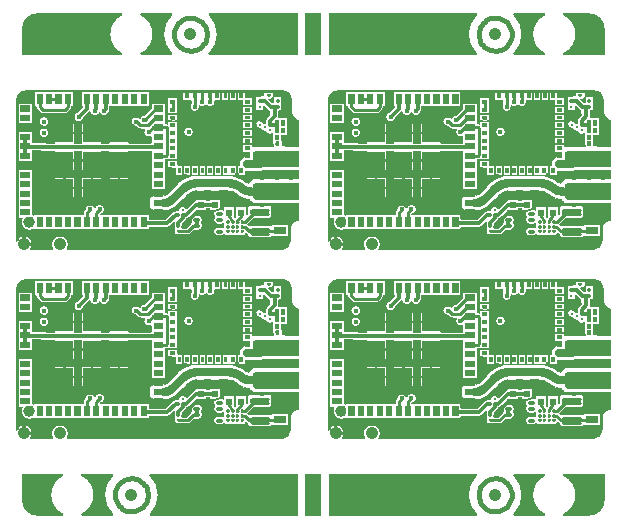
<source format=gbr>
*
%FSLAX26Y26*%
%MOIN*%
%ADD10R,0.020685X0.020685*%
%ADD11R,0.063992X0.063992*%
%ADD12R,0.012024X0.012024*%
%ADD13R,0.045094X0.045094*%
%ADD14C,0.011024*%
%ADD15C,0.028874*%
%ADD16C,0.012843*%
%ADD17C,0.010843*%
%ADD18C,0.038717*%
%ADD19C,0.013598*%
%ADD20C,0.010449*%
%ADD21C,0.012900*%
%ADD22C,0.009449*%
%ADD23R,0.015173X0.015173*%
%ADD24R,0.024622X0.024622*%
%ADD25C,0.011236*%
%ADD26C,0.041000*%
%ADD27R,0.011339X0.011339*%
%ADD28R,0.012811X0.012811*%
%ADD29C,0.012094*%
%ADD30R,0.032496X0.032496*%
%ADD31R,0.010843X0.010843*%
%ADD32C,0.012906*%
%ADD33C,0.015900*%
%ADD34C,0.015950*%
%ADD35C,0.011000*%
%ADD36C,0.013000*%
%ADD37C,0.025000*%
%ADD38C,0.021000*%
%ADD39C,0.007000*%
%ADD40C,0.005000*%
%ADD41C,0.006000*%
%ADD42C,0.041339*%
%ADD43C,0.015748*%
%ADD44C,0.001525*%
%ADD45C,0.002225*%
%ADD46C,0.001925*%
%ADD47C,0.003100*%
%ADD48C,0.002600*%
%ADD49C,0.035433*%
%IPPOS*%
%LNgtl.gbr*%
%LPD*%
G75*
G36*
X12071Y36980D02*
X12091Y113430D01*
X12104Y113554D01*
Y117287D01*
X20036D01*
X20063Y117100D01*
X20325Y117038D01*
X33901Y116913D01*
G02X35230Y114052I-463J-1954D01*
G03X40992Y81954I22678J-12495D01*
G01X44784Y79280D01*
G03X59913Y75796I12557J19937D01*
G03X71444Y79528I-1373J23921D01*
G02X75107Y79715I1892J-1086D01*
G01X455280D01*
X455295Y79777D01*
Y83323D01*
G02X455607Y85811I3637J807D01*
G02X456991Y86744I1717J-1054D01*
G01X518441Y86869D01*
G03X525356Y89730I-174J10208D01*
G01X539234Y103539D01*
G02X541164Y104099I1252J-709D01*
G02X542645Y101673I-464J-1948D01*
G01X542535Y89357D01*
X542325Y88237D01*
G03X542731Y81519I10173J-2756D01*
G01X543293Y80213D01*
G02X543608Y77973I-1520J-1356D01*
G01X542427Y75174D01*
X542334Y74676D01*
G03X543512Y65968I10776J-2976D01*
G01X543886Y65284D01*
X544883Y63977D01*
X545017Y63853D01*
X545543Y63231D01*
X546366Y62484D01*
X547572Y61613D01*
G03X558860Y60680I6482J9674D01*
G02X562830Y60867I2212J-4735D01*
G03X573738Y61178I5152J10763D01*
G01X574165Y61302D01*
X588194Y61924D01*
X588852Y62111D01*
X589137Y62235D01*
G03X591915Y63666I-2492J8250D01*
G01X594520Y66092D01*
X594667Y66279D01*
X595237Y66839D01*
X605794D01*
X606805Y65781D01*
X606913Y65719D01*
X607363Y65532D01*
X618264D01*
X621699Y65501D01*
G03X623126Y66217I154J1474D01*
G01X623672Y66776D01*
X623710Y66839D01*
X673967D01*
G03X677812Y60991I11833J3592D01*
G03X681931Y58565I7331J7738D01*
G01X682487Y58441D01*
X683032Y58254D01*
X683857Y58068D01*
X685873Y57874D01*
X687724Y57965D01*
X687758Y57943D01*
Y57912D01*
X694978D01*
Y57974D01*
X695473D01*
G03X700651Y58441I1690J10196D01*
G03X704099Y60058I-2314J9419D01*
G01X705851Y61489D01*
G02X709202Y62049I1883J-962D01*
G01X710654Y60680D01*
G03X714181Y58503I7229J7766D01*
G01X714636Y58379D01*
G03X723520Y58254I4612J11996D01*
G01X724308Y58503D01*
X725503Y59063D01*
G02X727998Y59498I1624J-1939D01*
G01X729977Y58503D01*
X730433Y58379D01*
G03X739263Y58254I4590J12280D01*
G01X740052Y58503D01*
X741131Y59001D01*
G02X743748Y59498I1639J-1490D01*
G01X745730Y58503D01*
X746188Y58379D01*
G03X754986Y58254I4573J12205D01*
G01X755778Y58503D01*
X756736Y58939D01*
G02X759502Y59436I1662J-1303D01*
G01X761350Y58503D01*
X761800Y58379D01*
G03X770523Y58130I4722J12489D01*
G01X771121Y58379D01*
G03X774312Y60058I-2613J8837D01*
G01X774657Y60307D01*
X775003Y60618D01*
G03X778145Y64350I-8667J10485D01*
G02X781214Y65346I1910J-660D01*
G01X785823Y62049D01*
G02X786967Y60245I-867J-1814D01*
G01X786965Y57508D01*
G03X787175Y55704I4326J-411D01*
G03X790714Y52345I4253J937D01*
G01X860747D01*
G03X863058Y53651I-724J3979D01*
G01X864040Y55082D01*
G02X867560Y55206I1794J-904D01*
G01X920911D01*
X920929Y55269D01*
Y92716D01*
X932713D01*
G03X929575Y84505I23834J-13814D01*
G01X928981Y79217D01*
X928971Y39406D01*
G02X899753Y8117I-31484J114D01*
G01X182087D01*
G02X181193Y11539I494J1957D01*
G03X137918Y11290I-21730J15988D01*
G02X136810Y8117I-1601J-1221D01*
G01X133112Y8055D01*
Y8024D01*
X132115D01*
Y8086D01*
X57569D01*
X57530Y8043D01*
X57300Y8046D01*
G03X13119Y31186I-17930J19514D01*
G02X12071Y36980I29161J8267D01*
G37*
G36*
X12104Y117287D02*
G01X12105Y287790D01*
X27535D01*
X27536Y282129D01*
X27558Y282067D01*
X39281D01*
X39283Y287790D01*
X46283D01*
X46286Y282067D01*
X58009D01*
X58031Y282129D01*
Y287790D01*
X143678D01*
X143679Y276158D01*
X171171D01*
X171173Y303528D01*
X178173D01*
X178175Y276158D01*
X205667D01*
X205669Y301413D01*
X234228D01*
X234230Y276158D01*
X261722D01*
X261724Y303528D01*
X268724D01*
X268726Y276158D01*
X296218D01*
X296220Y301413D01*
X324780D01*
X324782Y276158D01*
X352274D01*
X352276Y303528D01*
X359276D01*
X359278Y276158D01*
X386770D01*
X386772Y303528D01*
X464918D01*
Y247543D01*
X65531D01*
Y276531D01*
X65523Y276593D01*
X65500Y276655D01*
X20067D01*
X20044Y276593D01*
X20036Y276531D01*
Y117287D01*
X12104D01*
G37*
G36*
X12105Y287790D02*
X12106Y300542D01*
X27535D01*
X27536Y294943D01*
X27549Y294881D01*
X39270D01*
X39283Y294943D01*
X46284D01*
X46297Y294881D01*
X58018D01*
X58031Y294943D01*
Y300542D01*
X143677D01*
X143678Y287790D01*
X58031D01*
X57992Y287852D01*
X46323D01*
X46283Y287790D01*
X39283D01*
X39244Y287852D01*
X27575D01*
X27535Y287790D01*
X12105D01*
G37*
G36*
X12106Y300542D02*
Y301413D01*
X143677D01*
Y300542D01*
X58031D01*
X58022Y300604D01*
X58001Y300666D01*
X46285D01*
X46284Y294943D01*
X39283D01*
X39282Y300666D01*
X27566D01*
X27544Y300604D01*
X27535Y300542D01*
X12106D01*
G37*
G36*
Y301413D02*
X12107Y413630D01*
X27535D01*
X27536Y408094D01*
X27558Y408032D01*
X39281D01*
X39283Y413754D01*
X46283D01*
X46286Y408032D01*
X58009D01*
X58031Y408094D01*
Y413630D01*
X102011D01*
G03X91839Y399821I4288J-13809D01*
G01X65531D01*
Y402558D01*
X65522Y402620D01*
X65500Y402682D01*
X20066D01*
X20045Y402620D01*
X20036Y402558D01*
Y306078D01*
X20066Y306016D01*
X65501D01*
X65531Y306078D01*
X65518Y308006D01*
X65531Y308131D01*
Y338549D01*
G02X67227Y340664I2015J122D01*
G01X97309D01*
G02X98800Y339855I-1156J-3909D01*
G03X115003Y340104I7918J12097D01*
G01X115543Y340291D01*
X141958D01*
G02X143671Y337554I-429J-2173D01*
G01X143678Y310681D01*
X205669D01*
X205668Y338113D01*
G02X207391Y340291I2064J138D01*
G01X232442D01*
G02X233837Y339335I-425J-2116D01*
G02X234227Y336807I-4111J-1928D01*
G01X234228Y310681D01*
X296221D01*
X296219Y338113D01*
G02X297942Y340291I2064J138D01*
G01X322993D01*
G02X324388Y339335I-425J-2116D01*
G02X324778Y336807I-4111J-1928D01*
G01X324779Y310681D01*
X386771D01*
X386767Y336683D01*
X386780Y336807D01*
X386779Y337989D01*
G02X388587Y340291I2098J213D01*
G01X396521D01*
G02X398011Y339482I-1150J-3896D01*
G03X414750Y340104I7931J12121D01*
G01X415290Y340291D01*
X463221D01*
G02X464470Y339544I-342J-1989D01*
G02X464918Y336310I-3849J-2181D01*
G01Y303528D01*
X386772D01*
X386762Y303590D01*
X359285D01*
X359276Y303528D01*
X352276D01*
X352266Y303590D01*
X324789D01*
X324780Y303528D01*
X296220D01*
X296211Y303590D01*
X268734D01*
X268724Y303528D01*
X261724D01*
X261715Y303590D01*
X234238D01*
X234228Y303528D01*
X205669D01*
X205660Y303590D01*
X178183D01*
X178173Y303528D01*
X171173D01*
X171164Y303590D01*
X143687D01*
X143677Y303528D01*
Y301413D01*
X12106D01*
G37*
G36*
X12107Y413630D02*
Y426569D01*
X27535D01*
X27536Y420970D01*
X27557Y420908D01*
X39261D01*
X39283Y420970D01*
X46284D01*
X46306Y420908D01*
X58009D01*
X58031Y420970D01*
Y426569D01*
X96305D01*
G03X120759Y437019I9994J10450D01*
G01X398037D01*
G03X399884Y430052I14471J108D01*
G03X413917Y422650I12690J7055D01*
G02X415197Y421779I-413J-1983D01*
G01X420425Y416554D01*
G03X428650Y413941I7151J8258D01*
G01X442823Y413879D01*
G02X443819Y410333I-308J-1999D01*
G03X440541Y401251I11181J-9168D01*
G01X386771D01*
X386770Y428621D01*
X359277D01*
X359276Y401251D01*
X352275D01*
X352274Y428621D01*
X324781D01*
X324811Y403802D01*
X324780Y401251D01*
X296220D01*
X296219Y428621D01*
X268726D01*
X268725Y401251D01*
X261724D01*
X261723Y428621D01*
X234230D01*
X234260Y403802D01*
X234229Y401251D01*
X205669D01*
X205668Y428621D01*
X178175D01*
X178174Y401251D01*
X171173D01*
X171172Y428621D01*
X143679D01*
X143709Y403802D01*
X143678Y401251D01*
X120688D01*
G03X102011Y413630I-14389J-1431D01*
G01X58031D01*
X58014Y413754D01*
X57991Y413817D01*
X46324D01*
X46283Y413754D01*
X39283D01*
X39243Y413817D01*
X27576D01*
X27552Y413754D01*
X27535Y413630D01*
X12107D01*
G37*
G36*
Y426569D02*
X12108Y497171D01*
X20037D01*
X20038Y432043D01*
X20059Y431980D01*
X20392Y431949D01*
X23288Y431980D01*
Y432011D01*
X23783D01*
Y431949D01*
X61784D01*
Y432011D01*
X62279D01*
Y431949D01*
X65508D01*
X65529Y432043D01*
Y437019D01*
X91839D01*
G03X96305Y426569I14460J0D01*
G01X58031D01*
X58021Y426631D01*
X58001Y426693D01*
X46285D01*
X46284Y420970D01*
X39283D01*
X39282Y426693D01*
X27566D01*
X27546Y426631D01*
X27535Y426569D01*
X12107D01*
G37*
G36*
X12108Y497171D02*
Y514526D01*
G02X40097Y542954I31147J-2673D01*
G01X851427D01*
G02X851505Y538973I-312J-1997D01*
G01X849848Y538413D01*
X842983Y538350D01*
X842949Y531632D01*
X842621Y531570D01*
G02X839737Y531010I-1709J1093D01*
G03X838963Y530948I-323J-833D01*
G01X838933Y522799D01*
X831425Y522550D01*
X831043Y522488D01*
X831125Y520684D01*
G02X831125Y520654I-2004J-15D01*
G02X828706Y518694I-2004J0D01*
G01X827685Y518943D01*
G03X821500Y518694I-2656J-10972D01*
G01X820938Y518569D01*
X819981Y518196D01*
X819729Y518134D01*
X812906Y518072D01*
X812861Y518010D01*
X812833Y511727D01*
G02X812501Y510483I-2030J-125D01*
G01X812386Y510047D01*
G03X812378Y501650I11223J-4209D01*
G01X812831Y500406D01*
Y474217D01*
X812855Y474093D01*
X837145D01*
X837169Y474217D01*
X837156Y485228D01*
X837169Y485352D01*
X837167Y489644D01*
G02X840615Y491013I2004J-21D01*
G01X854025Y477639D01*
X856483Y475897D01*
G02X857309Y473409I-1076J-1738D01*
G01X857570Y473284D01*
X858618Y473222D01*
X858619Y461030D01*
G02X861025Y457609I-124J-2643D01*
G02X860404Y456738I-2015J780D01*
G01X850463Y446785D01*
G03X848969Y444732I4879J-5121D01*
G01X848492Y443924D01*
G03X847260Y437517I10611J-5362D01*
G01Y430736D01*
G02X844907Y428746I-2002J-19D01*
G03X838992Y428684I-2828J-12378D01*
G02X836520Y430861I-394J2045D01*
G03X834192Y434842I-9164J-2688D01*
G01X833718Y435402D01*
G03X828418Y415745I-8363J-8288D01*
G02X831008Y413568I485J-2052D01*
G03X834359Y408529I9704J2820D01*
G03X845104Y405917I7816J8746D01*
G02X847743Y403739I491J-2093D01*
G01X848521Y401935D01*
G03X851160Y398639I9172J4640D01*
G03X867112Y399074I7740J8870D01*
G02X870364Y397519I1243J-1579D01*
G01X870396Y391921D01*
G02X870240Y390179I-1916J-706D01*
G01X870116Y389743D01*
G03X870110Y381097I11509J-4331D01*
G01X870336Y380413D01*
X870456Y380164D01*
X870556Y379853D01*
X870606Y379791D01*
X870642Y370398D01*
G02X871049Y367287I-1225J-1742D01*
G03X871854Y358330I12818J-3363D01*
G01X871965Y358019D01*
X872031Y357957D01*
Y352545D01*
X803828Y352296D01*
X803228Y352047D01*
X803123Y351985D01*
X802561Y351425D01*
G02X799124Y352856I-1417J1440D01*
G01X799113Y356650D01*
X799126Y356775D01*
X799095Y514402D01*
X799018Y514464D01*
X777152Y514526D01*
G02X775502Y516517I351J1970D01*
G01X775491Y534743D01*
X775504Y534867D01*
X775473Y538102D01*
X698603D01*
X697989Y537977D01*
G02X696672Y538102I-497J1761D01*
G01X570590D01*
X570589Y530575D01*
X563280D01*
X563228Y530637D01*
X563022Y530668D01*
X561632D01*
X561426Y530637D01*
X561374Y530575D01*
X554374D01*
X554322Y530637D01*
X554116Y530668D01*
X552726D01*
X552520Y530637D01*
X552468Y530575D01*
X455266D01*
Y534494D01*
X455244Y534556D01*
X232685D01*
X232663Y534494D01*
Y527091D01*
X203298D01*
X203297Y534494D01*
X203275Y534556D01*
X75205D01*
X75183Y534494D01*
X75182Y497171D01*
X12108D01*
G37*
G36*
X65415Y127796D02*
G02X65531Y128484I2084J2D01*
G01Y213020D01*
X143679D01*
Y185587D01*
X171171D01*
X171172Y213020D01*
X178175D01*
Y185587D01*
X205667D01*
X205668Y213020D01*
X234230D01*
Y185587D01*
X261722D01*
X261723Y213020D01*
X268726D01*
Y185587D01*
X296218D01*
X296219Y213020D01*
X324781D01*
X324782Y185587D01*
X352274D01*
Y213020D01*
X359277D01*
X359278Y185587D01*
X386770D01*
Y206053D01*
X472417D01*
X472418Y200454D01*
X472467Y200392D01*
X484115D01*
X484165Y200454D01*
X491166D01*
X491215Y200392D01*
X502863D01*
X502913Y200454D01*
Y206053D01*
X529522D01*
X516114Y193176D01*
X514954Y192492D01*
X507299Y189444D01*
G02X502829Y193301I-898J3477D01*
G01X472495D01*
X472421Y193239D01*
X472449Y190626D01*
G02X470541Y187143I-3192J-516D01*
G02X467714Y186614I-2134J3584D01*
G03X465930Y185463I69J-2064D01*
G01X460631Y180176D01*
X460582Y180113D01*
X460465Y179927D01*
X460443Y179865D01*
X460451Y150939D01*
X460679Y150504D01*
X460727Y150442D01*
X466837Y144346D01*
X467393Y144097D01*
X468659Y144035D01*
G02X472443Y140054I332J-3474D01*
G01X472417Y137503D01*
X502827D01*
G02X506451Y141795I4140J180D01*
G01X517335Y141920D01*
X517691Y141982D01*
X518557Y142355D01*
X519001Y142480D01*
X539795Y150877D01*
X540230Y151126D01*
X568740Y178558D01*
X714673D01*
X714674Y172898D01*
X714686Y172835D01*
X720503D01*
X720515Y172898D01*
X720516Y178558D01*
X727516D01*
Y172898D01*
X727529Y172835D01*
X733345D01*
X733358Y172898D01*
Y178558D01*
X753256D01*
Y172898D01*
X753269Y172835D01*
X759085D01*
X759098Y172898D01*
Y178558D01*
X768507D01*
G02X766102Y178434I-1495J5607D01*
G01X766099Y172898D01*
X766112Y172835D01*
X771928D01*
X771941Y172898D01*
X771935Y176692D01*
X771949Y176817D01*
X771940Y179367D01*
G02X776972Y182913I3501J375D01*
G01X784430Y180362D01*
Y180331D01*
X788978D01*
Y180362D01*
X789042Y180393D01*
G02X791423Y179927I125J-5680D01*
G02X793146Y178372I-245J-2004D01*
G02X793761Y175946I-4916J-2537D01*
G01X793805Y175884D01*
X794350Y175324D01*
X794446Y175199D01*
X801267Y168419D01*
X801413Y168232D01*
X803216Y166428D01*
X803324Y166366D01*
X803923Y166117D01*
X954825Y165931D01*
G02X956521Y163567I-305J-2009D01*
G01Y160146D01*
X771941D01*
X771901Y165806D01*
X766138D01*
X766098Y165744D01*
X759098D01*
X759059Y165806D01*
X753295D01*
X753258Y165371D01*
X753256Y160146D01*
X733358D01*
X733319Y165806D01*
X727555D01*
X727516Y165744D01*
X720516D01*
X720476Y165806D01*
X714713D01*
X714675Y165371D01*
X714673Y160146D01*
X693220D01*
Y176070D01*
X693193Y176257D01*
X659563D01*
X659535Y176070D01*
Y171094D01*
X645976D01*
Y176070D01*
X645949Y176257D01*
X612319D01*
X612291Y176070D01*
Y173271D01*
G02X610409Y170347I-1971J-799D01*
G01X609910Y170098D01*
G03X606529Y167921I2132J-7025D01*
G01X583574Y145030D01*
G02X580324Y145590I-1430J1409D01*
G03X558043Y146647I-11354J-3963D01*
G02X556756Y144781I-2103J74D01*
G01X556688Y144719D01*
X556668Y144657D01*
X556656Y140427D01*
G02X553780Y138250I-2098J-217D01*
G01X548397Y138125D01*
G02X545490Y137534I-2426J4489D01*
G03X537808Y134828I-836J-9885D01*
G01X527505Y124565D01*
X502911D01*
X502883Y130350D01*
X491169D01*
X491167Y124565D01*
X484163D01*
X484162Y130350D01*
X472448D01*
X472417Y129852D01*
X292579D01*
G02X293110Y130039I949J-1846D01*
G03X300424Y132838I-1276J14291D01*
G01X301207Y133522D01*
G03X303937Y136632I-5182J7302D01*
G01X305341Y139369D01*
X305874Y141111D01*
X305941Y141547D01*
G03X305330Y149509I-12683J3031D01*
G03X303582Y152806I-9085J-2705D01*
G03X301209Y155480I-8711J-5341D01*
G01X300923Y155667D01*
G03X282696Y155729I-9152J-11194D01*
G03X280168Y153179I5833J-8311D01*
G01X279185Y151686D01*
X278237Y149695D01*
G02X277065Y147705I-2107J-99D01*
G02X274174Y148638I-1040J1722D01*
G03X248515Y152930I-13883J-4151D01*
G03X245886Y146336I9288J-7524D01*
G02X245035Y144284I-2025J-363D01*
G01X242444Y141733D01*
X241302Y140427D01*
X241195Y140240D01*
G03X238876Y133709I8246J-6605D01*
G01X238878Y127177D01*
G02X237228Y125187I-2002J-19D01*
G01X75148Y125062D01*
G02X72029Y123196I-2001J-196D01*
G01X66701Y125871D01*
G02X65415Y127796I798J1925D01*
G37*
G36*
X65529Y366024D02*
G02X65529Y366043I2003J10D01*
G01X65531Y399821D01*
X91839D01*
G03X120759Y399821I14460J0D01*
G01X440603D01*
G03X462084Y388561I14396J1345D01*
G02X464911Y386571I820J-1838D01*
G01X464919Y365670D01*
G02X463268Y363680I-2002J-19D01*
G01X414033D01*
X413685Y363804D01*
G03X397977Y363742I-7808J-11692D01*
G01X397778Y363680D01*
X389506Y363648D01*
G02X386797Y366479I-721J2021D01*
G01X386758Y390552D01*
X386772Y390676D01*
X386743Y394035D01*
X386694Y394098D01*
X324857D01*
X324808Y394035D01*
X324790Y367287D01*
X324777Y367163D01*
X324779Y365857D01*
G02X323920Y364049I-2261J-34D01*
G02X320277Y363586I-4571J21405D01*
G01Y363648D01*
X300727D01*
Y363617D01*
X300638Y363590D01*
X297903Y363680D01*
G02X296230Y366168I387J2067D01*
G01X296216Y368034D01*
X296229Y368158D01*
X296209Y390552D01*
X296222Y390676D01*
X296192Y394035D01*
X296143Y394098D01*
X234306D01*
X234257Y394035D01*
X234239Y367287D01*
X234226Y367163D01*
X234228Y365857D01*
G02X233369Y364049I-2261J-34D01*
G02X229726Y363586I-4571J21405D01*
G01Y363648D01*
X210176D01*
Y363617D01*
X210087Y363590D01*
X207351Y363680D01*
G02X205679Y366168I388J2066D01*
G01X205665Y368034D01*
X205678Y368158D01*
X205669Y394098D01*
X205630Y394160D01*
X143717D01*
X143677Y394098D01*
X143679Y366106D01*
G02X142609Y363928I-2793J20D01*
G02X141940Y363680I-1019J1723D01*
G01X115389D01*
X115040Y363804D01*
G03X98577Y364053I-8409J-11584D01*
G01X67180D01*
G02X65529Y366024I352J1972D01*
G37*
G36*
Y437019D02*
G01Y452721D01*
X207988D01*
G03X208012Y451886I14463J-2D01*
G03X211316Y443550I14211J810D01*
G03X213525Y441373I6443J4329D01*
G01X213807Y441124D01*
X214422Y440689D01*
G03X220098Y438450I7311J10220D01*
G03X226466Y438823I2448J12750D01*
G01X228873Y439756D01*
X231104Y441124D01*
X231387Y441373D01*
X231734Y441622D01*
X233387Y443239D01*
X233550Y443488D01*
G03X236561Y449460I-9175J8371D01*
G02X237163Y451077I2051J157D01*
G01X256572Y470485D01*
X256673Y470610D01*
X257496Y471356D01*
G02X261158Y470610I1670J-1162D01*
G01X261703Y468121D01*
X261760Y467997D01*
G03X264320Y463269I13723J4373D01*
G01X264811Y462772D01*
X265093Y462398D01*
G03X284075Y460719I10469J10223D01*
G01X284341Y460968D01*
G03X286452Y462958I-4480J6867D01*
G01X286777Y463269D01*
X288181Y465322D01*
X289137Y467375D01*
G02X290293Y469365I2104J109D01*
G02X293193Y468432I1051J-1708D01*
G03X321323Y469925I13889J4071D01*
G01X321602Y470610D01*
G03X324057Y479443I-10248J7606D01*
G01X324066Y486783D01*
G02X325762Y488960I2012J182D01*
G01X454993Y489084D01*
X455267Y489147D01*
X464918D01*
X464917Y480687D01*
G02X464153Y478758I-1999J-324D01*
G01X442168Y456738D01*
G02X439875Y456116I-1725J1823D01*
G03X434349Y454374I1503J-14405D01*
G01X433916Y454187D01*
X432685Y453379D01*
X432098Y452881D01*
X431915Y452757D01*
X430770Y451699D01*
X430538Y451388D01*
X430052Y450891D01*
X428791Y449087D01*
X428606Y448713D01*
X428371Y448340D01*
X427494Y446287D01*
G02X424141Y445790I-1832J801D01*
G01X422669Y447469D01*
X421850Y448216D01*
X421573Y448402D01*
X421123Y448776D01*
X420845Y448962D01*
G03X418680Y450206I-4107J-4642D01*
G03X406338Y450206I-6171J-12688D01*
G01X405981Y450082D01*
X404485Y449211D01*
X403087Y448154D01*
X402515Y447594D01*
G03X398037Y437019I9993J-10467D01*
G01X120759D01*
G03X91839Y437019I-14460J0D01*
G01X65529D01*
G37*
G36*
Y452721D02*
X65530Y489147D01*
X75182D01*
X75417Y489084D01*
X79591Y488960D01*
G02X81130Y487032I-464J-1949D01*
G03X82294Y482180I10601J-23D01*
G01X82669Y481558D01*
G03X84276Y479505I6011J3050D01*
G01X94571Y469179D01*
G03X100221Y466006I7368J6503D01*
G01X100924Y465882D01*
X177628D01*
X178071Y465944D01*
X180980Y466877D01*
X181861Y467313D01*
X183083Y468184D01*
X192621Y477639D01*
G03X195001Y480002I-4491J6903D01*
G03X197141Y485103I-6912J5899D01*
G01X197234Y485601D01*
X197299Y486783D01*
G02X200205Y489022I2087J297D01*
G01X203063Y489084D01*
X203298Y489147D01*
X232662D01*
X232982Y489084D01*
X236337Y488960D01*
G02X237873Y486845I-463J-1952D01*
G01X237875Y485414D01*
G02X237229Y483921I-2004J-19D01*
G01X220919Y467624D01*
G02X219206Y466815I-1871J1743D01*
G03X207988Y452721I3245J-14094D01*
G01X65529D01*
G37*
G36*
X65530Y489147D02*
Y497171D01*
X75182D01*
Y489147D01*
X65530D01*
G37*
G36*
X65531Y213020D02*
Y247543D01*
X143679D01*
Y220111D01*
X171171D01*
X171172Y247543D01*
X178175D01*
Y220111D01*
X205667D01*
X205668Y247543D01*
X234230D01*
Y220111D01*
X261722D01*
X261723Y247543D01*
X268726D01*
Y220111D01*
X296218D01*
X296219Y247543D01*
X324781D01*
X324782Y220111D01*
X352274D01*
Y247543D01*
X359277D01*
X359278Y220111D01*
X386770D01*
Y247543D01*
X464918D01*
Y213020D01*
X65531D01*
G37*
G36*
X120688Y401251D02*
X143678D01*
X143696Y401189D01*
X171160D01*
X171173Y401251D01*
X178174D01*
X178186Y401189D01*
X205650D01*
X205669Y401251D01*
X234229D01*
X234278Y401189D01*
X261674D01*
X261724Y401251D01*
X268725D01*
X268774Y401189D01*
X296170D01*
X296220Y401251D01*
X324780D01*
X324830Y401189D01*
X352226D01*
X352275Y401251D01*
X359276D01*
X359326Y401189D01*
X386722D01*
X386771Y401251D01*
X440541D01*
G03X440541Y401166I14458J-43D01*
G03X440603Y399821I14459J-7D01*
G01X120759D01*
G03X120688Y401251I-14460J-2D01*
G37*
G36*
X203298Y527091D02*
G01X208639D01*
X208640Y515397D01*
X214478D01*
X214479Y527091D01*
X221482D01*
Y515397D01*
X227321D01*
Y527091D01*
X232663D01*
Y508306D01*
X203298D01*
Y527091D01*
G37*
G36*
Y508306D02*
X208639D01*
X208640Y496611D01*
X214478D01*
X214479Y508306D01*
X221482D01*
Y496611D01*
X227321D01*
Y508306D01*
X232663D01*
X232662Y489147D01*
X203298D01*
Y508306D01*
G37*
G36*
X205669Y301413D02*
Y303528D01*
X234228D01*
Y301413D01*
X205669D01*
G37*
G36*
X291451Y128005D02*
G02X292579Y129852I2076J0D01*
G01X472417D01*
X472419Y124565D01*
X527505D01*
X513579Y110693D01*
X512733Y110195D01*
X512480Y110133D01*
X456944D01*
X456089Y110506D01*
X455514Y111191D01*
X455293Y112124D01*
X455263Y125062D01*
X293222Y125187D01*
G02X291574Y127302I351J1973D01*
G02X291451Y128005I1953J704D01*
G37*
G36*
X296220Y301413D02*
G01Y303528D01*
X324780D01*
Y301413D01*
X296220D01*
G37*
G36*
X386770Y206053D02*
Y213020D01*
X464918D01*
Y211589D01*
X464940Y211496D01*
X506666D01*
Y211558D01*
X507161D01*
Y211527D01*
X510056Y211496D01*
X510390Y211527D01*
X510413Y211589D01*
X510411Y309935D01*
G02X511950Y311863I2002J-20D01*
G01X513889Y311925D01*
G03X518392Y313356I-682J9948D01*
G02X521347Y311614I920J-1817D01*
G01X521375Y284058D01*
X521640Y283995D01*
X544968Y283871D01*
X544971Y260326D01*
X594232D01*
Y260389D01*
X594727D01*
Y260326D01*
X742606D01*
Y260389D01*
X743101D01*
Y260326D01*
X745445D01*
Y260389D01*
X745941D01*
Y260358D01*
X746132Y260326D01*
X747853Y260358D01*
G02X749785Y260326I928J-2307D01*
G01X751697D01*
Y260389D01*
X752193D01*
Y260358D01*
X775478D01*
X775504Y260482D01*
Y273421D01*
X776124Y273483D01*
G02X779113Y273545I1526J-1472D01*
G01X779323Y273483D01*
X832878D01*
X834460Y274105D01*
X835079Y274229D01*
X954831D01*
X955354Y274043D01*
X956081Y273483D01*
X956527Y273421D01*
X956530Y246237D01*
G02X954879Y244247I-2002J-19D01*
G01X803863Y244060D01*
X803263Y243811D01*
X803156Y243749D01*
X793645Y234232D01*
X793634Y233298D01*
G02X788317Y229877I-3463J-460D01*
G01X782211Y231992D01*
X780793Y232863D01*
X767275Y243624D01*
X766938Y243811D01*
X733112Y255443D01*
X618994Y255506D01*
X618159Y255655D01*
X610570Y255257D01*
X609607Y255008D01*
X600245Y254137D01*
X575888Y245615D01*
X575623Y245491D01*
X554041Y230997D01*
X553835Y230810D01*
X551451Y228073D01*
X542670Y218680D01*
X529522Y206053D01*
X502913D01*
X502904Y206115D01*
X502882Y206177D01*
X491167D01*
X491166Y200454D01*
X484165D01*
X484164Y206177D01*
X472448D01*
X472426Y206115D01*
X472417Y206053D01*
X386770D01*
G37*
G36*
X455266Y530575D02*
X552468D01*
X552471Y526780D01*
X552660Y526749D01*
X554157D01*
X554355Y526780D01*
X554374Y526843D01*
Y530575D01*
X561374D01*
X561375Y526843D01*
X561393Y526780D01*
X561591Y526749D01*
X563088D01*
X563277Y526780D01*
X563280Y530575D01*
X570589D01*
Y519751D01*
X563278D01*
X563091Y519782D01*
X561620D01*
X561414Y519751D01*
X561374Y519689D01*
X554374D01*
X554334Y519751D01*
X554128Y519782D01*
X552657D01*
X552470Y519751D01*
X552468Y519005D01*
X552482Y518880D01*
X552457Y516268D01*
X552413Y516019D01*
X552334Y515770D01*
X539441D01*
G03X529700Y514526I-3290J-13000D01*
G01X521389Y514464D01*
X521377Y514402D01*
X521341Y429057D01*
G02X518713Y427128I-2002J-27D01*
G03X512694Y428155I-5649J-14954D01*
G02X510879Y428870I-263J1993D01*
G02X510413Y431607I2695J1867D01*
G01X510412Y497171D01*
X464919D01*
X464918Y489147D01*
X455267D01*
X455266Y530575D01*
G37*
G36*
X539441Y515770D02*
X552421D01*
X552631Y515832D01*
X554355Y515895D01*
X554374Y515957D01*
Y519689D01*
X561374D01*
X561375Y515957D01*
X561393Y515895D01*
X561591Y515863D01*
X563088D01*
X563277Y515895D01*
X563278Y519751D01*
X570589D01*
Y508430D01*
X570859Y508368D01*
X596897Y508306D01*
G02X597973Y507746I-349J-1985D01*
G02X598592Y504324I-2921J-2295D01*
G01X598593Y496984D01*
G02X597558Y494932I-2139J-208D01*
G01X597210Y494434D01*
G03X623382Y489209I11991J-8095D01*
G02X625412Y491417I1998J200D01*
G02X627263Y490577I-693J-3986D01*
G03X645810Y493936I7306J12546D01*
G02X648862Y493936I1526J-1295D01*
G01X650303Y492506D01*
X651326Y491759D01*
G03X654349Y490080I5025J5487D01*
G03X665057Y490017I5432J13307D01*
G03X668235Y491759I-2371J8096D01*
G01X669258Y492506D01*
X671453Y494932D01*
G03X674062Y506066I-11660J8605D01*
G02X675747Y508306I1995J253D01*
G01X696809Y508430D01*
X697334Y508554D01*
G02X698468Y508430I434J-1278D01*
G01X767682Y508306D01*
G02X768627Y507855I-572J-2414D01*
G02X769378Y503516I-3610J-2859D01*
G01X769386Y459724D01*
X551085D01*
X551081Y512224D01*
X551094Y512349D01*
Y514464D01*
X551198Y514526D01*
X551220Y514588D01*
X551073D01*
X550820Y514526D01*
X542741D01*
X542488Y514588D01*
G03X539441Y515770I-6338J-11818D01*
G37*
G36*
X550967Y292923D02*
G02X551094Y293948I4177J3D01*
G01X551092Y327787D01*
X776878D01*
X776880Y325984D01*
X780750D01*
Y326885D01*
X787752D01*
Y319079D01*
X775793Y318830D01*
X775345Y318706D01*
X775200Y318643D01*
X774536Y318270D01*
X771121Y316839D01*
X770912Y316715D01*
X764475Y310308D01*
X764291Y310059D01*
X760836Y301724D01*
X760761Y301350D01*
X760759Y292082D01*
G02X759109Y290091I-2003J-20D01*
G01X749645Y289967D01*
G02X747989Y289967I-828J1826D01*
G01X552743Y290091D01*
G02X551561Y290776I353J1971D01*
G02X550967Y292923I3583J2147D01*
G37*
G36*
X551085Y459724D02*
G01X599714D01*
X599715Y453939D01*
X605553D01*
Y459724D01*
X612557D01*
Y453939D01*
X618396D01*
Y459724D01*
X650895D01*
X650896Y453939D01*
X656734D01*
X656735Y459724D01*
X663738D01*
Y453939D01*
X669577D01*
Y459724D01*
X702076D01*
X702077Y453939D01*
X707915D01*
X707916Y459724D01*
X714919D01*
Y453939D01*
X720758D01*
Y459724D01*
X769386D01*
X769388Y446910D01*
X551085D01*
Y459724D01*
G37*
G36*
Y446910D02*
X599714D01*
X599715Y441124D01*
X605553D01*
Y446910D01*
X612557D01*
Y441124D01*
X618396D01*
Y446910D01*
X650895D01*
X650896Y441124D01*
X656734D01*
X656735Y446910D01*
X663738D01*
Y441124D01*
X669577D01*
Y446910D01*
X702076D01*
X702077Y441124D01*
X707915D01*
X707916Y446910D01*
X714919D01*
Y441124D01*
X720758D01*
Y446910D01*
X769388D01*
X769396Y402806D01*
X720759D01*
X720758Y408529D01*
X714919D01*
X714918Y402806D01*
X707917D01*
X707916Y408529D01*
X702076D01*
X702075Y402806D01*
X669578D01*
X669577Y408529D01*
X663738D01*
X663737Y402806D01*
X656736D01*
X656735Y408529D01*
X650895D01*
X650894Y402806D01*
X602648D01*
G03X573729Y402744I-14459J-62D01*
G01X551088D01*
X551085Y446910D01*
G37*
G36*
X551088Y402744D02*
X573729D01*
G03X600790Y395653I14460J0D01*
G01X650894D01*
Y389992D01*
X650920Y389930D01*
X656734D01*
X656736Y395653D01*
X663736D01*
X663738Y389930D01*
X669552D01*
X669578Y389992D01*
X669579Y395653D01*
X702075D01*
Y389992D01*
X702102Y389930D01*
X707915D01*
X707917Y395653D01*
X714917D01*
X714919Y389930D01*
X720733D01*
X720759Y389992D01*
X720760Y395653D01*
X769397D01*
X769404Y357397D01*
X551091D01*
X551088Y402744D01*
G37*
G36*
X551091Y357397D02*
X650895D01*
X650896Y351612D01*
X656734D01*
X656735Y357397D01*
X663738D01*
Y351612D01*
X669577D01*
Y357397D01*
X702076D01*
X702077Y351612D01*
X707915D01*
X707916Y357397D01*
X714919D01*
Y351612D01*
X720758D01*
Y357397D01*
X769404D01*
X769406Y344521D01*
X551091D01*
Y357397D01*
G37*
G36*
Y344521D02*
X650895D01*
X650897Y338735D01*
X656733D01*
X656735Y344521D01*
X663738D01*
X663740Y338735D01*
X669575D01*
X669577Y344521D01*
X702076D01*
X702078Y338735D01*
X707914D01*
X707916Y344521D01*
X714919D01*
X714921Y338735D01*
X720756D01*
X720758Y344521D01*
X769406D01*
X769408Y335190D01*
X769677Y335128D01*
Y335097D01*
X772630D01*
Y335128D01*
X772633Y335129D01*
X791917Y335065D01*
G02X793615Y333075I-320J-1993D01*
G01X793611Y331395D01*
G02X788435Y327663I-4065J182D01*
G01X787943Y327601D01*
X787752Y327539D01*
Y326885D01*
X780750D01*
Y327787D01*
X780714Y327850D01*
X776905D01*
X776878Y327787D01*
X551092D01*
X551091Y344521D01*
G37*
G36*
X568740Y178558D02*
X576175Y185712D01*
X577055Y186334D01*
X577307Y186458D01*
X577403Y186521D01*
X579584Y188822D01*
X619791D01*
X619820Y185587D01*
X625620D01*
X625633Y185650D01*
X632634D01*
X632647Y185587D01*
X638447D01*
X638465Y188884D01*
X667037D01*
X667065Y185587D01*
X672864D01*
X672877Y185650D01*
X679878D01*
X679892Y185587D01*
X685691D01*
X685720Y191124D01*
X757752D01*
X761377Y188262D01*
X761611Y188138D01*
X767373Y186210D01*
X767756Y186023D01*
X769750Y185339D01*
G02X771781Y180860I-1169J-3230D01*
G02X768507Y178558I-4770J3306D01*
G01X759098D01*
X759060Y178621D01*
X753295D01*
X753256Y178558D01*
X733358D01*
X733320Y178621D01*
X727554D01*
X727516Y178558D01*
X720516D01*
X720477Y178621D01*
X714712D01*
X714673Y178558D01*
X568740D01*
G37*
G36*
X579584Y188822D02*
X581352Y190688D01*
X596234Y202196D01*
G02X599239Y203440I4063J-5564D01*
G01X603055Y204498D01*
X603355Y204622D01*
X614558Y207732D01*
G02X619805Y203565I1704J-3241D01*
G01X619791Y198526D01*
X638476D01*
X638467Y200206D01*
X638481Y200330D01*
X638479Y204684D01*
X638493Y204809D01*
G02X638789Y206364I2906J253D01*
G02X641109Y208292I3142J-1420D01*
G01X663964D01*
G02X667043Y202445I-1652J-4604D01*
G01X667036Y198526D01*
X685720D01*
X685711Y200206D01*
X685725Y200330D01*
X685721Y204809D01*
G02X689982Y208479I3574J159D01*
G01X715272Y208354D01*
X722530Y207235D01*
X722740Y207173D01*
X723712Y207048D01*
X723922Y206986D01*
X734088Y205369D01*
X735253Y204995D01*
X751606Y195976D01*
X757752Y191124D01*
X685720D01*
X685693Y191373D01*
X679881D01*
X679878Y185650D01*
X672877D01*
X672875Y191373D01*
X667063D01*
X667039Y191186D01*
Y191124D01*
X638476D01*
X638448Y191373D01*
X632637D01*
X632634Y185650D01*
X625633D01*
X625631Y191373D01*
X619819D01*
X619791Y191124D01*
Y188822D01*
X579584D01*
G37*
G36*
X595237Y66839D02*
X597265Y68829D01*
X597366Y68954D01*
X600008Y71566D01*
G02X601709Y72375I1646J-1269D01*
G02X603342Y73868I1946J-489D01*
G01X614501Y73999D01*
X614511Y73992D01*
Y73961D01*
X615016D01*
Y74023D01*
X615511D01*
Y73961D01*
X616646D01*
Y73992D01*
X623547Y74054D01*
X623771Y74117D01*
X623400Y74490D01*
G02X623830Y78035I1151J1659D01*
G01X625050Y78471D01*
X626674Y79280D01*
X627073Y79591D01*
X627707Y79964D01*
X628385Y80524D01*
G03X631628Y84754I-6084J8022D01*
G01X631825Y85127D01*
X631999Y85624D01*
G03X632537Y87428I-5634J2663D01*
G03X632514Y92902I-10445J2693D01*
G03X632036Y94520I-4614J-483D01*
G01X631429Y95950D01*
X630229Y97817D01*
G02X629470Y101113I886J1939D01*
G03X630342Y117411I-9195J8664D01*
G03X628537Y119339I-5060J-2929D01*
G03X624417Y121765I-7959J-8806D01*
G02X623027Y125124I140J2025D01*
G01X623742Y125871D01*
X623507Y125933D01*
X616183Y126072D01*
X616145Y126026D01*
X615149D01*
Y126058D01*
X614283Y126120D01*
G02X612886Y127115I351J1971D01*
G01X612313Y127737D01*
G02X611262Y129665I1011J1802D01*
G01X611263Y133149D01*
X674032D01*
X673896Y132838D01*
G03X674858Y123818I12076J-3273D01*
G01X676224Y121703D01*
G02X676211Y117722I-933J-1988D01*
G03X675926Y102295I9829J-7898D01*
G03X682468Y97692I10055J7340D01*
G02X683087Y94333I-736J-1872D01*
G01X682504Y93773D01*
X700570D01*
G02X699440Y95142I955J1939D01*
G02X700478Y97692I1865J727D01*
G01X703256Y98874D01*
X703661Y98998D01*
G02X706916Y97381I342J-3397D01*
G01X707994Y95266D01*
G02X707888Y93524I-1853J-762D01*
G03X706130Y84194I11398J-6978D01*
G02X703530Y81270I-1785J-1031D01*
G01X701016Y82390D01*
G02X699910Y85873I300J2012D01*
G01X700566Y86558D01*
X682525D01*
X682564Y86495D01*
X683278Y85749D01*
G02X681901Y82390I-1525J-1337D01*
G01X680552Y81830D01*
X680361Y81706D01*
X679620Y81332D01*
X678255Y80399D01*
X677790Y79964D01*
G03X674646Y75796I6561J-8219D01*
G01X674442Y75423D01*
X674278Y74925D01*
G03X673967Y66839I11521J-4492D01*
G01X618303D01*
X618265Y66776D01*
Y66714D01*
X611264D01*
X611255Y66776D01*
X611176Y66839D01*
X595237D01*
G37*
G36*
X600790Y395653D02*
G03X602649Y402744I-12600J7093D01*
G01X656723D01*
X656736Y402806D01*
X663737D01*
X663749Y402744D01*
X669566D01*
X669578Y402806D01*
X702075D01*
X702088Y402744D01*
X707904D01*
X707917Y402806D01*
X714918D01*
X714931Y402744D01*
X720747D01*
X720759Y402806D01*
X769396D01*
X769397Y395653D01*
X720760D01*
X720720Y395715D01*
X714957D01*
X714917Y395653D01*
X707917D01*
X707878Y395715D01*
X702114D01*
X702075Y395653D01*
X669579D01*
X669539Y395715D01*
X663776D01*
X663736Y395653D01*
X656736D01*
X656697Y395715D01*
X650933D01*
X650894Y395653D01*
X600790D01*
G37*
G36*
X602648Y402806D02*
X650894D01*
X650907Y402744D01*
X602649D01*
G03X602648Y402806I-14457J-198D01*
G37*
G36*
X609405Y137226D02*
G02X610075Y138747I2062J-0D01*
G01X613273Y141920D01*
G02X614423Y142542I1714J-1795D01*
G01X618101Y142615D01*
X618123Y142604D01*
Y142573D01*
X629907D01*
Y142604D01*
X645680Y142666D01*
X645948Y142728D01*
X645976Y147829D01*
X659535D01*
X659564Y142728D01*
X659831Y142666D01*
X676961Y142542D01*
G02X677918Y139183I-463J-1948D01*
G03X675429Y136321I8429J-9844D01*
G01X674032Y133149D01*
X623786D01*
G03X618265Y134455I-3853J-3964D01*
G01X618266Y133833D01*
X618264Y133149D01*
X611263D01*
X611264Y134704D01*
X611251Y134766D01*
X611201Y134828D01*
X610531Y135388D01*
G02X609405Y137226I935J1837D01*
G37*
G36*
X611263Y65532D02*
G01X611264Y66714D01*
X618265D01*
X618266Y66154D01*
X618264Y65532D01*
X611263D01*
G37*
G36*
X638465Y188884D02*
X638476Y191124D01*
X667039D01*
X667037Y188884D01*
X638465D01*
G37*
G36*
X693220Y142853D02*
Y160146D01*
X714673D01*
X714706Y160021D01*
X720514D01*
X720516Y165744D01*
X727516D01*
X727518Y160021D01*
X733325D01*
X733358Y160146D01*
X753256D01*
X753289Y160021D01*
X759096D01*
X759098Y165744D01*
X766098D01*
X766100Y160021D01*
X771908D01*
X771941Y160146D01*
X956521D01*
X956524Y144346D01*
X913429D01*
X913416Y144408D01*
X897757D01*
X897744Y144346D01*
X890744D01*
X890731Y144408D01*
X875072D01*
X875059Y144346D01*
X864399D01*
X864397Y148451D01*
G03X863464Y152930I-4746J1348D01*
G01X863157Y153241D01*
G03X860590Y154734I-3261J-2653D01*
G01X791303Y154797D01*
X790830Y154734D01*
X789959Y154485D01*
G03X788229Y153241I1122J-3386D01*
G01X787922Y152930D01*
X787741Y152619D01*
G03X787266Y151686I1682J-1444D01*
G01X787109Y151250D01*
X786983Y150504D01*
X786965Y128981D01*
G02X785722Y126680I-2086J-360D01*
G01X783085Y124067D01*
G02X779446Y125373I-1630J1181D01*
G01X779439Y150691D01*
X745758D01*
X745756Y117100D01*
X745684Y117038D01*
G02X744221Y115172I-3593J1311D01*
G02X740858Y117162I-1421J1436D01*
G01X740857Y150691D01*
X707175D01*
Y141733D01*
G02X704212Y139929I-2048J29D01*
G03X697994Y142106I-7133J-10406D01*
G01X695651Y142169D01*
G02X693936Y142791I9J2699D01*
G01X693220Y142853D01*
G37*
G36*
X783711Y93940D02*
G02X784270Y95328I2003J-0D01*
G01X805545Y116540D01*
X806323Y117038D01*
X806692Y117162D01*
X859936Y117224D01*
G03X863547Y119215I-141J4526D01*
G03X864408Y121641I-3380J2565D01*
G01X864405Y129541D01*
X875059D01*
X875061Y125187D01*
X875089Y121828D01*
X890742D01*
X890744Y129541D01*
X897744D01*
X897746Y121828D01*
X913399D01*
X913429Y129541D01*
X956526D01*
X956529Y108454D01*
G02X954879Y106463I-2003J-19D01*
G03X943116Y102917I1924J-27667D01*
G01X942834Y102793D01*
G03X932713Y92716I13711J-23893D01*
G01X920929D01*
X920901Y92840D01*
X867589D01*
X867561Y88486D01*
G02X863918Y87304I-2003J-31D01*
G03X860592Y89792I-4209J-2159D01*
G01X791493Y89855D01*
G02X787093Y89730I-2293J3209D01*
G01X785280Y91534D01*
G02X783769Y93462I2624J3612D01*
G02X783711Y93940I1945J478D01*
G37*
G36*
X864399Y144346D02*
G01X875059D01*
X875060Y136695D01*
X875072Y136632D01*
X890731D01*
X890744Y136695D01*
Y144346D01*
X897744D01*
X897745Y136695D01*
X897757Y136632D01*
X913416D01*
X913429Y136695D01*
Y144346D01*
X956524D01*
X956526Y129541D01*
X913429D01*
X913390Y129603D01*
X897784D01*
X897744Y129541D01*
X890744D01*
X890705Y129603D01*
X875099D01*
X875059Y129541D01*
X864405D01*
X864399Y144346D01*
G37*
G36*
X13104Y118287D02*
X19036D01*
G02X19036Y116287I0J-1000D01*
G01X13104D01*
G02X13104Y118287I0J1000D01*
G37*
G36*
X921929Y93716D02*
G01X931564D01*
G02X931564Y91716I0J-1000D01*
G01X921929D01*
G02X921929Y93716I0J1000D01*
G37*
G36*
X13108Y498171D02*
G01X19037D01*
G02X19037Y496171I0J-1000D01*
G01X13108D01*
G02X13108Y498171I0J1000D01*
G37*
G36*
X66530D02*
G01X74182D01*
G02X74182Y496171I0J-1000D01*
G01X66530D01*
G02X66530Y498171I0J1000D01*
G37*
G36*
X13105Y288790D02*
G01X26535D01*
G02X26535Y286790I0J-1000D01*
G01X13105D01*
G02X13105Y288790I0J1000D01*
G37*
G36*
X40283D02*
G01X45283D01*
G02X45283Y286790I0J-1000D01*
G01X40283D01*
G02X40283Y288790I0J1000D01*
G37*
G36*
G01X45283D01*
G02X45283Y286790I0J-1000D01*
G01X40283D01*
G02X40283Y288790I0J1000D01*
G37*
G36*
Y295943D02*
G01X45284D01*
G02X45284Y293943I0J-1000D01*
G01X40283D01*
G02X40283Y295943I0J1000D01*
G37*
G36*
G01X45284D01*
G02X45284Y293943I0J-1000D01*
G01X40283D01*
G02X40283Y295943I0J1000D01*
G37*
G36*
X13106Y301542D02*
G01X26535D01*
G02X26535Y299542I0J-1000D01*
G01X13106D01*
G02X13106Y301542I0J1000D01*
G37*
G36*
X13107Y414630D02*
G01X26535D01*
G02X26535Y412630I0J-1000D01*
G01X13107D01*
G02X13107Y414630I0J1000D01*
G37*
G36*
X40283Y414754D02*
G01X45283D01*
G02X45283Y412754I0J-1000D01*
G01X40283D01*
G02X40283Y414754I0J1000D01*
G37*
G36*
G01X45283D01*
G02X45283Y412754I0J-1000D01*
G01X40283D01*
G02X40283Y414754I0J1000D01*
G37*
G36*
X13107Y427569D02*
G01X26535D01*
G02X26535Y425569I0J-1000D01*
G01X13107D01*
G02X13107Y427569I0J1000D01*
G37*
G36*
X40283Y421970D02*
G01X45284D01*
G02X45284Y419970I0J-1000D01*
G01X40283D01*
G02X40283Y421970I0J1000D01*
G37*
G36*
G01X45284D01*
G02X45284Y419970I0J-1000D01*
G01X40283D01*
G02X40283Y421970I0J1000D01*
G37*
G36*
X59031Y288790D02*
G01X142678D01*
G02X142678Y286790I0J-1000D01*
G01X59031D01*
G02X59031Y288790I0J1000D01*
G37*
G36*
Y414630D02*
G01X99349D01*
G02X99349Y412630I0J-1000D01*
G01X59031D01*
G02X59031Y414630I0J1000D01*
G37*
G36*
Y301542D02*
G01X142677D01*
G02X142677Y299542I0J-1000D01*
G01X59031D01*
G02X59031Y301542I0J1000D01*
G37*
G36*
Y427569D02*
G01X94906D01*
G02X94906Y425569I0J-1000D01*
G01X59031D01*
G02X59031Y427569I0J1000D01*
G37*
G36*
X66530Y490147D02*
G01X74182D01*
G02X74182Y488147I0J-1000D01*
G01X66530D01*
G02X66530Y490147I0J1000D01*
G37*
G36*
X204298D02*
G01X231662D01*
G02X231662Y488147I0J-1000D01*
G01X204298D01*
G02X204298Y490147I0J1000D01*
G37*
G36*
G01X231662D01*
G02X231662Y488147I0J-1000D01*
G01X204298D01*
G02X204298Y490147I0J1000D01*
G37*
G36*
X66531Y400821D02*
G01X90839D01*
G02X90839Y398821I0J-1000D01*
G01X66531D01*
G02X66531Y400821I0J1000D01*
G37*
G36*
X121759D02*
G01X439599D01*
G02X439599Y398821I0J-1000D01*
G01X121759D01*
G02X121759Y400821I0J1000D01*
G37*
G36*
X66529Y438019D02*
G01X90839D01*
G02X90839Y436019I0J-1000D01*
G01X66529D01*
G02X66529Y438019I0J1000D01*
G37*
G36*
X121759D02*
G01X397037D01*
G02X397037Y436019I0J-1000D01*
G01X121759D01*
G02X121759Y438019I0J1000D01*
G37*
G36*
X13106Y302413D02*
G01X26901D01*
G02X26901Y300413I0J-1000D01*
G01X13106D01*
G02X13106Y302413I0J1000D01*
G37*
G36*
X39947D02*
G01X45619D01*
G02X45619Y300413I0J-1000D01*
G01X39947D01*
G02X39947Y302413I0J1000D01*
G37*
G36*
X58666D02*
G01X142677D01*
G02X142677Y300413I0J-1000D01*
G01X58666D01*
G02X58666Y302413I0J1000D01*
G37*
G36*
X172173Y304528D02*
G01X177173D01*
G02X177173Y302528I0J-1000D01*
G01X172173D01*
G02X172173Y304528I0J1000D01*
G37*
G36*
G01X177173D01*
G02X177173Y302528I0J-1000D01*
G01X172173D01*
G02X172173Y304528I0J1000D01*
G37*
G36*
X121692Y402251D02*
G01X142678D01*
G02X142678Y400251I0J-1000D01*
G01X121692D01*
G02X121692Y402251I0J1000D01*
G37*
G36*
X172173D02*
G01X177174D01*
G02X177174Y400251I0J-1000D01*
G01X172173D01*
G02X172173Y402251I0J1000D01*
G37*
G36*
G01X177174D01*
G02X177174Y400251I0J-1000D01*
G01X172173D01*
G02X172173Y402251I0J1000D01*
G37*
G36*
X66531Y214020D02*
G01X142679D01*
G02X142679Y212020I0J-1000D01*
G01X66531D01*
G02X66531Y214020I0J1000D01*
G37*
G36*
X172172D02*
G01X177175D01*
G02X177175Y212020I0J-1000D01*
G01X172172D01*
G02X172172Y214020I0J1000D01*
G37*
G36*
G01X177175D01*
G02X177175Y212020I0J-1000D01*
G01X172172D01*
G02X172172Y214020I0J1000D01*
G37*
G36*
X66531Y248543D02*
G01X142679D01*
G02X142679Y246543I0J-1000D01*
G01X66531D01*
G02X66531Y248543I0J1000D01*
G37*
G36*
X172172D02*
G01X177175D01*
G02X177175Y246543I0J-1000D01*
G01X172172D01*
G02X172172Y248543I0J1000D01*
G37*
G36*
G01X177175D01*
G02X177175Y246543I0J-1000D01*
G01X172172D01*
G02X172172Y248543I0J1000D01*
G37*
G36*
X206669Y304528D02*
G01X233228D01*
G02X233228Y302528I0J-1000D01*
G01X206669D01*
G02X206669Y304528I0J1000D01*
G37*
G36*
G01X233228D01*
G02X233228Y302528I0J-1000D01*
G01X206669D01*
G02X206669Y304528I0J1000D01*
G37*
G36*
Y402251D02*
G01X233229D01*
G02X233229Y400251I0J-1000D01*
G01X206669D01*
G02X206669Y402251I0J1000D01*
G37*
G36*
G01X233229D01*
G02X233229Y400251I0J-1000D01*
G01X206669D01*
G02X206669Y402251I0J1000D01*
G37*
G36*
X206668Y214020D02*
G01X233230D01*
G02X233230Y212020I0J-1000D01*
G01X206668D01*
G02X206668Y214020I0J1000D01*
G37*
G36*
G01X233230D01*
G02X233230Y212020I0J-1000D01*
G01X206668D01*
G02X206668Y214020I0J1000D01*
G37*
G36*
Y248543D02*
G01X233230D01*
G02X233230Y246543I0J-1000D01*
G01X206668D01*
G02X206668Y248543I0J1000D01*
G37*
G36*
G01X233230D01*
G02X233230Y246543I0J-1000D01*
G01X206668D01*
G02X206668Y248543I0J1000D01*
G37*
G36*
X456267Y490147D02*
G01X463918D01*
G02X463918Y488147I0J-1000D01*
G01X456267D01*
G02X456267Y490147I0J1000D01*
G37*
G36*
X66529Y453721D02*
G01X206988D01*
G02X206988Y451721I0J-1000D01*
G01X66529D01*
G02X66529Y453721I0J1000D01*
G37*
G36*
X204298Y509306D02*
G01X207639D01*
G02X207639Y507306I0J-1000D01*
G01X204298D01*
G02X204298Y509306I0J1000D01*
G37*
G36*
X215479D02*
G01X220482D01*
G02X220482Y507306I0J-1000D01*
G01X215479D01*
G02X215479Y509306I0J1000D01*
G37*
G36*
G01X220482D01*
G02X220482Y507306I0J-1000D01*
G01X215479D01*
G02X215479Y509306I0J1000D01*
G37*
G36*
X204298Y528091D02*
G01X207639D01*
G02X207639Y526091I0J-1000D01*
G01X204298D01*
G02X204298Y528091I0J1000D01*
G37*
G36*
X215479D02*
G01X220482D01*
G02X220482Y526091I0J-1000D01*
G01X215479D01*
G02X215479Y528091I0J1000D01*
G37*
G36*
G01X220482D01*
G02X220482Y526091I0J-1000D01*
G01X215479D01*
G02X215479Y528091I0J1000D01*
G37*
G36*
X228321Y509306D02*
G01X231663D01*
G02X231663Y507306I0J-1000D01*
G01X228321D01*
G02X228321Y509306I0J1000D01*
G37*
G36*
Y528091D02*
G01X231663D01*
G02X231663Y526091I0J-1000D01*
G01X228321D01*
G02X228321Y528091I0J1000D01*
G37*
G36*
X206669Y302413D02*
G01X233228D01*
G02X233228Y300413I0J-1000D01*
G01X206669D01*
G02X206669Y302413I0J1000D01*
G37*
G36*
X262724Y304528D02*
G01X267724D01*
G02X267724Y302528I0J-1000D01*
G01X262724D01*
G02X262724Y304528I0J1000D01*
G37*
G36*
G01X267724D01*
G02X267724Y302528I0J-1000D01*
G01X262724D01*
G02X262724Y304528I0J1000D01*
G37*
G36*
Y402251D02*
G01X267725D01*
G02X267725Y400251I0J-1000D01*
G01X262724D01*
G02X262724Y402251I0J1000D01*
G37*
G36*
G01X267725D01*
G02X267725Y400251I0J-1000D01*
G01X262724D01*
G02X262724Y402251I0J1000D01*
G37*
G36*
X262723Y214020D02*
G01X267726D01*
G02X267726Y212020I0J-1000D01*
G01X262723D01*
G02X262723Y214020I0J1000D01*
G37*
G36*
G01X267726D01*
G02X267726Y212020I0J-1000D01*
G01X262723D01*
G02X262723Y214020I0J1000D01*
G37*
G36*
Y248543D02*
G01X267726D01*
G02X267726Y246543I0J-1000D01*
G01X262723D01*
G02X262723Y248543I0J1000D01*
G37*
G36*
G01X267726D01*
G02X267726Y246543I0J-1000D01*
G01X262723D01*
G02X262723Y248543I0J1000D01*
G37*
G36*
X297220Y304528D02*
G01X323780D01*
G02X323780Y302528I0J-1000D01*
G01X297220D01*
G02X297220Y304528I0J1000D01*
G37*
G36*
G01X323780D01*
G02X323780Y302528I0J-1000D01*
G01X297220D01*
G02X297220Y304528I0J1000D01*
G37*
G36*
Y402251D02*
G01X323780D01*
G02X323780Y400251I0J-1000D01*
G01X297220D01*
G02X297220Y402251I0J1000D01*
G37*
G36*
G01X323780D01*
G02X323780Y400251I0J-1000D01*
G01X297220D01*
G02X297220Y402251I0J1000D01*
G37*
G36*
X297219Y214020D02*
G01X323781D01*
G02X323781Y212020I0J-1000D01*
G01X297219D01*
G02X297219Y214020I0J1000D01*
G37*
G36*
G01X323781D01*
G02X323781Y212020I0J-1000D01*
G01X297219D01*
G02X297219Y214020I0J1000D01*
G37*
G36*
Y248543D02*
G01X323781D01*
G02X323781Y246543I0J-1000D01*
G01X297219D01*
G02X297219Y248543I0J1000D01*
G37*
G36*
G01X323781D01*
G02X323781Y246543I0J-1000D01*
G01X297219D01*
G02X297219Y248543I0J1000D01*
G37*
G36*
X297220Y302413D02*
G01X323780D01*
G02X323780Y300413I0J-1000D01*
G01X297220D01*
G02X297220Y302413I0J1000D01*
G37*
G36*
X353276Y304528D02*
G01X358276D01*
G02X358276Y302528I0J-1000D01*
G01X353276D01*
G02X353276Y304528I0J1000D01*
G37*
G36*
G01X358276D01*
G02X358276Y302528I0J-1000D01*
G01X353276D01*
G02X353276Y304528I0J1000D01*
G37*
G36*
X353275Y402251D02*
G01X358276D01*
G02X358276Y400251I0J-1000D01*
G01X353275D01*
G02X353275Y402251I0J1000D01*
G37*
G36*
G01X358276D01*
G02X358276Y400251I0J-1000D01*
G01X353275D01*
G02X353275Y402251I0J1000D01*
G37*
G36*
X353274Y214020D02*
G01X358277D01*
G02X358277Y212020I0J-1000D01*
G01X353274D01*
G02X353274Y214020I0J1000D01*
G37*
G36*
G01X358277D01*
G02X358277Y212020I0J-1000D01*
G01X353274D01*
G02X353274Y214020I0J1000D01*
G37*
G36*
Y248543D02*
G01X358277D01*
G02X358277Y246543I0J-1000D01*
G01X353274D01*
G02X353274Y248543I0J1000D01*
G37*
G36*
G01X358277D01*
G02X358277Y246543I0J-1000D01*
G01X353274D01*
G02X353274Y248543I0J1000D01*
G37*
G36*
X387772Y304528D02*
G01X463918D01*
G02X463918Y302528I0J-1000D01*
G01X387772D01*
G02X387772Y304528I0J1000D01*
G37*
G36*
X387771Y402251D02*
G01X439541D01*
G02X439541Y400251I0J-1000D01*
G01X387771D01*
G02X387771Y402251I0J1000D01*
G37*
G36*
X387770Y214020D02*
G01X463918D01*
G02X463918Y212020I0J-1000D01*
G01X387770D01*
G02X387770Y214020I0J1000D01*
G37*
G36*
Y248543D02*
G01X463918D01*
G02X463918Y246543I0J-1000D01*
G01X387770D01*
G02X387770Y248543I0J1000D01*
G37*
G36*
X296929Y130852D02*
G01X471417D01*
G02X471417Y128852I0J-1000D01*
G01X296929D01*
G02X296929Y130852I0J1000D01*
G37*
G36*
X485163Y125565D02*
G01X490167D01*
G02X490167Y123565I0J-1000D01*
G01X485163D01*
G02X485163Y125565I0J1000D01*
G37*
G36*
G01X490167D01*
G02X490167Y123565I0J-1000D01*
G01X485163D01*
G02X485163Y125565I0J1000D01*
G37*
G36*
X387770Y207053D02*
G01X471417D01*
G02X471417Y205053I0J-1000D01*
G01X387770D01*
G02X387770Y207053I0J1000D01*
G37*
G36*
X485165Y201454D02*
G01X490166D01*
G02X490166Y199454I0J-1000D01*
G01X485165D01*
G02X485165Y201454I0J1000D01*
G37*
G36*
G01X490166D01*
G02X490166Y199454I0J-1000D01*
G01X485165D01*
G02X485165Y201454I0J1000D01*
G37*
G36*
X503913Y207053D02*
G01X528078D01*
G02X528078Y205053I0J-1000D01*
G01X503913D01*
G02X503913Y207053I0J1000D01*
G37*
G36*
X503911Y125565D02*
G01X526088D01*
G02X526088Y123565I0J-1000D01*
G01X503911D01*
G02X503911Y125565I0J1000D01*
G37*
G36*
X555374Y520689D02*
G01X560374D01*
G02X560374Y518689I0J-1000D01*
G01X555374D01*
G02X555374Y520689I0J1000D01*
G37*
G36*
G01X560374D01*
G02X560374Y518689I0J-1000D01*
G01X555374D01*
G02X555374Y520689I0J1000D01*
G37*
G36*
X542368Y516770D02*
G01X551334D01*
G02X551334Y514770I0J-1000D01*
G01X542368D01*
G02X542368Y516770I0J1000D01*
G37*
G36*
X456266Y531575D02*
G01X551468D01*
G02X551468Y529575I0J-1000D01*
G01X456266D01*
G02X456266Y531575I0J1000D01*
G37*
G36*
X555374D02*
G01X560374D01*
G02X560374Y529575I0J-1000D01*
G01X555374D01*
G02X555374Y531575I0J1000D01*
G37*
G36*
G01X560374D01*
G02X560374Y529575I0J-1000D01*
G01X555374D01*
G02X555374Y531575I0J1000D01*
G37*
G36*
X564278Y520751D02*
G01X569589D01*
G02X569589Y518751I0J-1000D01*
G01X564278D01*
G02X564278Y520751I0J1000D01*
G37*
G36*
X564280Y531575D02*
G01X569589D01*
G02X569589Y529575I0J-1000D01*
G01X564280D01*
G02X564280Y531575I0J1000D01*
G37*
G36*
X552088Y403744D02*
G01X572729D01*
G02X572729Y401744I0J-1000D01*
G01X552088D01*
G02X552088Y403744I0J1000D01*
G37*
G36*
X603649D02*
G01X649896D01*
G02X649896Y401744I0J-1000D01*
G01X603649D01*
G02X603649Y403744I0J1000D01*
G37*
G36*
G01X649896D01*
G02X649896Y401744I0J-1000D01*
G01X603649D01*
G02X603649Y403744I0J1000D01*
G37*
G36*
X552085Y447910D02*
G01X598714D01*
G02X598714Y445910I0J-1000D01*
G01X552085D01*
G02X552085Y447910I0J1000D01*
G37*
G36*
X606553D02*
G01X611557D01*
G02X611557Y445910I0J-1000D01*
G01X606553D01*
G02X606553Y447910I0J1000D01*
G37*
G36*
G01X611557D01*
G02X611557Y445910I0J-1000D01*
G01X606553D01*
G02X606553Y447910I0J1000D01*
G37*
G36*
X552085Y460724D02*
G01X598714D01*
G02X598714Y458724I0J-1000D01*
G01X552085D01*
G02X552085Y460724I0J1000D01*
G37*
G36*
X606553D02*
G01X611557D01*
G02X611557Y458724I0J-1000D01*
G01X606553D01*
G02X606553Y460724I0J1000D01*
G37*
G36*
G01X611557D01*
G02X611557Y458724I0J-1000D01*
G01X606553D01*
G02X606553Y460724I0J1000D01*
G37*
G36*
X596665Y67839D02*
G01X604794D01*
G02X604794Y65839I0J-1000D01*
G01X596665D01*
G02X596665Y67839I0J1000D01*
G37*
G36*
X612264Y67714D02*
G01X617265D01*
G02X617265Y65714I0J-1000D01*
G01X612264D01*
G02X612264Y67714I0J1000D01*
G37*
G36*
X619396Y447910D02*
G01X649895D01*
G02X649895Y445910I0J-1000D01*
G01X619396D01*
G02X619396Y447910I0J1000D01*
G37*
G36*
G01X649895D01*
G02X649895Y445910I0J-1000D01*
G01X619396D01*
G02X619396Y447910I0J1000D01*
G37*
G36*
Y460724D02*
G01X649895D01*
G02X649895Y458724I0J-1000D01*
G01X619396D01*
G02X619396Y460724I0J1000D01*
G37*
G36*
G01X649895D01*
G02X649895Y458724I0J-1000D01*
G01X619396D01*
G02X619396Y460724I0J1000D01*
G37*
G36*
X612263Y66532D02*
G01X617264D01*
G02X617264Y64532I0J-1000D01*
G01X612263D01*
G02X612263Y66532I0J1000D01*
G37*
G36*
X624710Y67839D02*
G01X672925D01*
G02X672925Y65839I0J-1000D01*
G01X624710D01*
G02X624710Y67839I0J1000D01*
G37*
G36*
X624786Y134149D02*
G01X672945D01*
G02X672945Y132149I0J-1000D01*
G01X624786D01*
G02X624786Y134149I0J1000D01*
G37*
G36*
X612263D02*
G01X617264D01*
G02X617264Y132149I0J-1000D01*
G01X612263D01*
G02X612263Y134149I0J1000D01*
G37*
G36*
X580962Y189822D02*
G01X618791D01*
G02X618791Y187822I0J-1000D01*
G01X580962D01*
G02X580962Y189822I0J1000D01*
G37*
G36*
X626633Y186650D02*
G01X631634D01*
G02X631634Y184650I0J-1000D01*
G01X626633D01*
G02X626633Y186650I0J1000D01*
G37*
G36*
G01X631634D01*
G02X631634Y184650I0J-1000D01*
G01X626633D01*
G02X626633Y186650I0J1000D01*
G37*
G36*
X639476Y192124D02*
G01X666039D01*
G02X666039Y190124I0J-1000D01*
G01X639476D01*
G02X639476Y192124I0J1000D01*
G37*
G36*
X601926Y396653D02*
G01X649894D01*
G02X649894Y394653I0J-1000D01*
G01X601926D01*
G02X601926Y396653I0J1000D01*
G37*
G36*
X657736D02*
G01X662736D01*
G02X662736Y394653I0J-1000D01*
G01X657736D01*
G02X657736Y396653I0J1000D01*
G37*
G36*
G01X662736D01*
G02X662736Y394653I0J-1000D01*
G01X657736D01*
G02X657736Y396653I0J1000D01*
G37*
G36*
X603648Y403806D02*
G01X649894D01*
G02X649894Y401806I0J-1000D01*
G01X603648D01*
G02X603648Y403806I0J1000D01*
G37*
G36*
X657736D02*
G01X662737D01*
G02X662737Y401806I0J-1000D01*
G01X657736D01*
G02X657736Y403806I0J1000D01*
G37*
G36*
G01X662737D01*
G02X662737Y401806I0J-1000D01*
G01X657736D01*
G02X657736Y403806I0J1000D01*
G37*
G36*
X552091Y345521D02*
G01X649895D01*
G02X649895Y343521I0J-1000D01*
G01X552091D01*
G02X552091Y345521I0J1000D01*
G37*
G36*
X657735D02*
G01X662738D01*
G02X662738Y343521I0J-1000D01*
G01X657735D01*
G02X657735Y345521I0J1000D01*
G37*
G36*
G01X662738D01*
G02X662738Y343521I0J-1000D01*
G01X657735D01*
G02X657735Y345521I0J1000D01*
G37*
G36*
X552091Y358397D02*
G01X649895D01*
G02X649895Y356397I0J-1000D01*
G01X552091D01*
G02X552091Y358397I0J1000D01*
G37*
G36*
X657735D02*
G01X662738D01*
G02X662738Y356397I0J-1000D01*
G01X657735D01*
G02X657735Y358397I0J1000D01*
G37*
G36*
G01X662738D01*
G02X662738Y356397I0J-1000D01*
G01X657735D01*
G02X657735Y358397I0J1000D01*
G37*
G36*
Y447910D02*
G01X662738D01*
G02X662738Y445910I0J-1000D01*
G01X657735D01*
G02X657735Y447910I0J1000D01*
G37*
G36*
G01X662738D01*
G02X662738Y445910I0J-1000D01*
G01X657735D01*
G02X657735Y447910I0J1000D01*
G37*
G36*
Y460724D02*
G01X662738D01*
G02X662738Y458724I0J-1000D01*
G01X657735D01*
G02X657735Y460724I0J1000D01*
G37*
G36*
G01X662738D01*
G02X662738Y458724I0J-1000D01*
G01X657735D01*
G02X657735Y460724I0J1000D01*
G37*
G36*
X670579Y396653D02*
G01X701075D01*
G02X701075Y394653I0J-1000D01*
G01X670579D01*
G02X670579Y396653I0J1000D01*
G37*
G36*
G01X701075D01*
G02X701075Y394653I0J-1000D01*
G01X670579D01*
G02X670579Y396653I0J1000D01*
G37*
G36*
X670578Y403806D02*
G01X701075D01*
G02X701075Y401806I0J-1000D01*
G01X670578D01*
G02X670578Y403806I0J1000D01*
G37*
G36*
G01X701075D01*
G02X701075Y401806I0J-1000D01*
G01X670578D01*
G02X670578Y403806I0J1000D01*
G37*
G36*
X670577Y345521D02*
G01X701076D01*
G02X701076Y343521I0J-1000D01*
G01X670577D01*
G02X670577Y345521I0J1000D01*
G37*
G36*
G01X701076D01*
G02X701076Y343521I0J-1000D01*
G01X670577D01*
G02X670577Y345521I0J1000D01*
G37*
G36*
Y358397D02*
G01X701076D01*
G02X701076Y356397I0J-1000D01*
G01X670577D01*
G02X670577Y358397I0J1000D01*
G37*
G36*
G01X701076D01*
G02X701076Y356397I0J-1000D01*
G01X670577D01*
G02X670577Y358397I0J1000D01*
G37*
G36*
Y447910D02*
G01X701076D01*
G02X701076Y445910I0J-1000D01*
G01X670577D01*
G02X670577Y447910I0J1000D01*
G37*
G36*
G01X701076D01*
G02X701076Y445910I0J-1000D01*
G01X670577D01*
G02X670577Y447910I0J1000D01*
G37*
G36*
Y460724D02*
G01X701076D01*
G02X701076Y458724I0J-1000D01*
G01X670577D01*
G02X670577Y460724I0J1000D01*
G37*
G36*
G01X701076D01*
G02X701076Y458724I0J-1000D01*
G01X670577D01*
G02X670577Y460724I0J1000D01*
G37*
G36*
X639465Y189884D02*
G01X666037D01*
G02X666037Y187884I0J-1000D01*
G01X639465D01*
G02X639465Y189884I0J1000D01*
G37*
G36*
X673877Y186650D02*
G01X678878D01*
G02X678878Y184650I0J-1000D01*
G01X673877D01*
G02X673877Y186650I0J1000D01*
G37*
G36*
G01X678878D01*
G02X678878Y184650I0J-1000D01*
G01X673877D01*
G02X673877Y186650I0J1000D01*
G37*
G36*
X686720Y192124D02*
G01X756138D01*
G02X756138Y190124I0J-1000D01*
G01X686720D01*
G02X686720Y192124I0J1000D01*
G37*
G36*
X708917Y396653D02*
G01X713917D01*
G02X713917Y394653I0J-1000D01*
G01X708917D01*
G02X708917Y396653I0J1000D01*
G37*
G36*
G01X713917D01*
G02X713917Y394653I0J-1000D01*
G01X708917D01*
G02X708917Y396653I0J1000D01*
G37*
G36*
Y403806D02*
G01X713918D01*
G02X713918Y401806I0J-1000D01*
G01X708917D01*
G02X708917Y403806I0J1000D01*
G37*
G36*
G01X713918D01*
G02X713918Y401806I0J-1000D01*
G01X708917D01*
G02X708917Y403806I0J1000D01*
G37*
G36*
X708916Y345521D02*
G01X713919D01*
G02X713919Y343521I0J-1000D01*
G01X708916D01*
G02X708916Y345521I0J1000D01*
G37*
G36*
G01X713919D01*
G02X713919Y343521I0J-1000D01*
G01X708916D01*
G02X708916Y345521I0J1000D01*
G37*
G36*
Y358397D02*
G01X713919D01*
G02X713919Y356397I0J-1000D01*
G01X708916D01*
G02X708916Y358397I0J1000D01*
G37*
G36*
G01X713919D01*
G02X713919Y356397I0J-1000D01*
G01X708916D01*
G02X708916Y358397I0J1000D01*
G37*
G36*
Y447910D02*
G01X713919D01*
G02X713919Y445910I0J-1000D01*
G01X708916D01*
G02X708916Y447910I0J1000D01*
G37*
G36*
G01X713919D01*
G02X713919Y445910I0J-1000D01*
G01X708916D01*
G02X708916Y447910I0J1000D01*
G37*
G36*
Y460724D02*
G01X713919D01*
G02X713919Y458724I0J-1000D01*
G01X708916D01*
G02X708916Y460724I0J1000D01*
G37*
G36*
G01X713919D01*
G02X713919Y458724I0J-1000D01*
G01X708916D01*
G02X708916Y460724I0J1000D01*
G37*
G36*
X694220Y161146D02*
G01X713673D01*
G02X713673Y159146I0J-1000D01*
G01X694220D01*
G02X694220Y161146I0J1000D01*
G37*
G36*
X721516Y166744D02*
G01X726516D01*
G02X726516Y164744I0J-1000D01*
G01X721516D01*
G02X721516Y166744I0J1000D01*
G37*
G36*
G01X726516D01*
G02X726516Y164744I0J-1000D01*
G01X721516D01*
G02X721516Y166744I0J1000D01*
G37*
G36*
Y179558D02*
G01X726516D01*
G02X726516Y177558I0J-1000D01*
G01X721516D01*
G02X721516Y179558I0J1000D01*
G37*
G36*
G01X726516D01*
G02X726516Y177558I0J-1000D01*
G01X721516D01*
G02X721516Y179558I0J1000D01*
G37*
G36*
X570183D02*
G01X713673D01*
G02X713673Y177558I0J-1000D01*
G01X570183D01*
G02X570183Y179558I0J1000D01*
G37*
G36*
X721760Y396653D02*
G01X768397D01*
G02X768397Y394653I0J-1000D01*
G01X721760D01*
G02X721760Y396653I0J1000D01*
G37*
G36*
X721759Y403806D02*
G01X768396D01*
G02X768396Y401806I0J-1000D01*
G01X721759D01*
G02X721759Y403806I0J1000D01*
G37*
G36*
X721758Y345521D02*
G01X768406D01*
G02X768406Y343521I0J-1000D01*
G01X721758D01*
G02X721758Y345521I0J1000D01*
G37*
G36*
Y358397D02*
G01X768404D01*
G02X768404Y356397I0J-1000D01*
G01X721758D01*
G02X721758Y358397I0J1000D01*
G37*
G36*
Y447910D02*
G01X768388D01*
G02X768388Y445910I0J-1000D01*
G01X721758D01*
G02X721758Y447910I0J1000D01*
G37*
G36*
Y460724D02*
G01X768386D01*
G02X768386Y458724I0J-1000D01*
G01X721758D01*
G02X721758Y460724I0J1000D01*
G37*
G36*
X734358Y161146D02*
G01X752256D01*
G02X752256Y159146I0J-1000D01*
G01X734358D01*
G02X734358Y161146I0J1000D01*
G37*
G36*
G01X752256D01*
G02X752256Y159146I0J-1000D01*
G01X734358D01*
G02X734358Y161146I0J1000D01*
G37*
G36*
Y179558D02*
G01X752256D01*
G02X752256Y177558I0J-1000D01*
G01X734358D01*
G02X734358Y179558I0J1000D01*
G37*
G36*
G01X752256D01*
G02X752256Y177558I0J-1000D01*
G01X734358D01*
G02X734358Y179558I0J1000D01*
G37*
G36*
X760098Y166744D02*
G01X765098D01*
G02X765098Y164744I0J-1000D01*
G01X760098D01*
G02X760098Y166744I0J1000D01*
G37*
G36*
G01X765098D01*
G02X765098Y164744I0J-1000D01*
G01X760098D01*
G02X760098Y166744I0J1000D01*
G37*
G36*
X760099Y179558D02*
G01X765110D01*
G02X765110Y177558I0J-1000D01*
G01X760099D01*
G02X760099Y179558I0J1000D01*
G37*
G36*
X772941Y161146D02*
G01X955521D01*
G02X955521Y159146I0J-1000D01*
G01X772941D01*
G02X772941Y161146I0J1000D01*
G37*
G36*
X552092Y328787D02*
G01X775878D01*
G02X775878Y326787I0J-1000D01*
G01X552092D01*
G02X552092Y328787I0J1000D01*
G37*
G36*
X781750Y327885D02*
G01X786752D01*
G02X786752Y325885I0J-1000D01*
G01X781750D01*
G02X781750Y327885I0J1000D01*
G37*
G36*
X865405Y130541D02*
G01X874059D01*
G02X874059Y128541I0J-1000D01*
G01X865405D01*
G02X865405Y130541I0J1000D01*
G37*
G36*
X891744D02*
G01X896744D01*
G02X896744Y128541I0J-1000D01*
G01X891744D01*
G02X891744Y130541I0J1000D01*
G37*
G36*
G01X896744D01*
G02X896744Y128541I0J-1000D01*
G01X891744D01*
G02X891744Y130541I0J1000D01*
G37*
G36*
X865399Y145346D02*
G01X874059D01*
G02X874059Y143346I0J-1000D01*
G01X865399D01*
G02X865399Y145346I0J1000D01*
G37*
G36*
X891744D02*
G01X896744D01*
G02X896744Y143346I0J-1000D01*
G01X891744D01*
G02X891744Y145346I0J1000D01*
G37*
G36*
G01X896744D01*
G02X896744Y143346I0J-1000D01*
G01X891744D01*
G02X891744Y145346I0J1000D01*
G37*
G36*
X914429Y130541D02*
G01X955526D01*
G02X955526Y128541I0J-1000D01*
G01X914429D01*
G02X914429Y130541I0J1000D01*
G37*
G36*
Y145346D02*
G01X955524D01*
G02X955524Y143346I0J-1000D01*
G01X914429D01*
G02X914429Y145346I0J1000D01*
G37*
G36*
X572420Y83012D02*
G01X571760Y83323D01*
X567900Y84007D01*
G02X566293Y85562I351J1971D01*
G01X565732Y89481D01*
X565734Y94395D01*
G02X566661Y96324I2078J188D01*
G01X577439Y107147D01*
G03X578891Y109138I-4334J4686D01*
G03X579834Y111191I-5364J3707D01*
G01X579999Y111626D01*
X580381Y113306D01*
G02X582515Y114861I1972J-465D01*
G03X589370Y118406I-1490J11281D01*
G01X592881Y121890D01*
X594109Y122823D01*
X599924Y128608D01*
G02X603359Y127550I1446J-1411D01*
G01X604777Y123507D01*
G02X603301Y120895I-1939J-628D01*
G01X601341Y119588D01*
X600501Y118842D01*
X600336Y118655D01*
X600133Y118469D01*
X598799Y116789D01*
X598489Y116229D01*
G03X597316Y113617I5229J-3917D01*
G03X596897Y107769I10341J-3680D01*
G03X599243Y102233I11337J1539D01*
G02X597788Y99061I-1767J-1109D01*
G01X596308Y97941D01*
X595968Y97568D01*
X581735Y83261D01*
G02X578961Y82718I-1772J1694D01*
G01X573855Y82608D01*
X573517Y82639D01*
X572703Y82887D01*
X572420Y83012D01*
G37*
G36*
X748253Y86616D02*
G02X748253Y86616I2503J0D01*
G37*
G36*
X854340Y510915D02*
G02X856048Y512909I2018J0D01*
G01X860378Y513904D01*
X867019Y514028D01*
X867289Y514091D01*
X867288Y519627D01*
G02X870292Y521369I2015J-14D01*
G03X871185Y521306I552J1468D01*
G01X871293Y521617D01*
X871290Y522488D01*
X871303Y522613D01*
X871301Y530575D01*
G03X870528Y531073I-514J51D01*
G02X867286Y532752I-1207J1639D01*
G01X867275Y535489D01*
X867288Y535613D01*
X867253Y538350D01*
X860388Y538413D01*
X858509Y539035D01*
G02X858809Y542954I606J1925D01*
G01X904997D01*
G02X932909Y511354I-3465J-31188D01*
G01X933047Y469614D01*
G03X954829Y445292I27512J2724D01*
G02X956527Y443302I-316J-1989D01*
G01X956529Y382279D01*
X908179D01*
X908169Y382341D01*
X908021Y382372D01*
X906899D01*
X906736Y382341D01*
X906697Y382279D01*
X899697D01*
X899657Y382341D01*
X897591Y382403D01*
G02X895948Y384207I352J1971D01*
G01X895859Y387380D01*
G02X897398Y389308I2003J-20D01*
G01X908195Y389370D01*
X908208Y389432D01*
G02X909745Y391796I1986J390D01*
G01X915195Y391921D01*
X915436Y391983D01*
X915465Y402495D01*
X915770Y403864D01*
G03X915777Y410769I-11086J3464D01*
G01X915465Y412635D01*
X915463Y415310D01*
G02X916221Y416865I2006J-15D01*
G01X916259Y427502D01*
X916559Y428870D01*
G03X916563Y435713I-11223J3428D01*
G01X916252Y437392D01*
X916220Y447718D01*
X887114Y447780D01*
G02X885544Y450331I349J1973D01*
G01X886201Y452632D01*
G02X886943Y453876I1992J-345D01*
G01X886971Y472040D01*
G02X888509Y473969I2003J-20D01*
G01X890725Y474031D01*
Y474062D01*
X891220D01*
X891255Y474020D01*
X897125Y474093D01*
X897377Y474155D01*
X897404Y500095D01*
G02X897753Y501339I2037J99D01*
G01X897856Y501712D01*
G03X897755Y510358I-9938J4208D01*
G02X897405Y512660I3335J1685D01*
G01X897375Y518010D01*
X897336Y518072D01*
X890507Y518134D01*
X887879Y518943D01*
X886917Y519067D01*
X886665Y519129D01*
X885031Y519223D01*
X883555Y519067D01*
G03X880218Y518196I412J-8407D01*
G01X879966Y518134D01*
X875801Y518072D01*
Y518041D01*
X874805D01*
Y518072D01*
X874709Y518103D01*
X873159Y518010D01*
X873074Y517761D01*
X873069Y511727D01*
G02X872606Y510110I-2076J-280D01*
G01X872198Y508617D01*
X872147Y508181D01*
G03X872277Y502894I10546J-2386D01*
G01X872381Y502334D01*
X872941Y500717D01*
X873068Y499970D01*
X873056Y499659D01*
G02X871840Y498042I-1990J231D01*
G02X865960Y498477I-2187J10400D01*
G01X854872Y509550D01*
G02X854340Y510915I1486J1365D01*
G37*
G36*
X895872Y375913D02*
G02X897411Y377862I2003J0D01*
G01X899687Y377924D01*
X899696Y377987D01*
X899697Y382279D01*
X906697D01*
Y377987D01*
X906706Y377924D01*
X906858Y377893D01*
X908030D01*
X908178Y377924D01*
X908179Y382279D01*
X956529D01*
Y354535D01*
G02X955734Y352918I-2002J-19D01*
G02X952029Y352452I-4679J22244D01*
G01Y352514D01*
X912557D01*
Y352483D01*
X912457Y352452D01*
X910678Y352545D01*
X910453Y352607D01*
G02X908027Y356526I1016J3339D01*
G01X908059Y359947D01*
X908030Y360258D01*
X907755Y360321D01*
X901786Y360507D01*
G02X900782Y361005I352J1972D01*
G02X900138Y364613I2687J2341D01*
G01Y369713D01*
G03X899359Y370335I-563J94D01*
G02X895872Y371828I-1438J1459D01*
G01X895874Y375810D01*
G02X895872Y375913I2001J90D01*
G37*
G36*
X900697Y383279D02*
G01X905697D01*
G02X905697Y381279I0J-1000D01*
G01X900697D01*
G02X900697Y383279I0J1000D01*
G37*
G36*
X909179D02*
G01X955529D01*
G02X955529Y381279I0J-1000D01*
G01X909179D01*
G02X909179Y383279I0J1000D01*
G37*
G54D10*
X676378Y194882D03*
Y159449D03*
X36878Y480316D02*
G01X48689D01*
X36878Y448819D02*
X48689D01*
X36878Y417323D02*
X48689D01*
X36878Y385827D02*
X48689D01*
X36878Y354331D02*
X48689D01*
X36878Y322835D02*
X48689D01*
X36878Y291339D02*
X48689D01*
X36878Y259843D02*
X48689D01*
X36878Y228347D02*
X48689D01*
X36878Y196851D02*
X48689D01*
X36878Y165355D02*
X48689D01*
X36878Y133859D02*
X48689D01*
X91996Y96457D02*
Y108268D01*
X123492Y96457D02*
Y108268D01*
X154988Y96457D02*
Y108268D01*
X186484Y96457D02*
Y108268D01*
X217980Y96457D02*
Y108268D01*
X249476Y96457D02*
Y108268D01*
X280972Y96457D02*
Y108268D01*
X312468Y96457D02*
Y108268D01*
X343965Y96457D02*
Y108268D01*
X375461Y96457D02*
Y108268D01*
X406957Y96457D02*
Y108268D01*
X438453Y96457D02*
Y108268D01*
X481760Y133859D02*
X493571D01*
X481760Y165355D02*
X493571D01*
X481760Y196851D02*
X493571D01*
X481760Y228347D02*
X493571D01*
X481760Y259843D02*
X493571D01*
X481760Y291339D02*
X493571D01*
X481760Y322835D02*
X493571D01*
X481760Y354331D02*
X493571D01*
X481760Y385827D02*
X493571D01*
X481760Y417323D02*
X493571D01*
X481760Y448819D02*
X493571D01*
X481760Y480316D02*
X493571D01*
X438453Y505906D02*
Y517717D01*
X406957Y505906D02*
Y517717D01*
X375461Y505906D02*
Y517717D01*
X343965Y505906D02*
Y517717D01*
X312468Y505906D02*
Y517717D01*
X280972Y505906D02*
Y517717D01*
X249476Y505906D02*
Y517717D01*
X217980Y505906D02*
Y517717D01*
X186484Y505906D02*
Y517717D01*
X154988Y505906D02*
Y517717D01*
X123492Y505906D02*
Y517717D01*
X91996Y505906D02*
Y517717D01*
G54D11*
X174673Y397638D03*
X265224D03*
X355776D03*
X174673Y307087D03*
X265224D03*
X355776D03*
X174673Y216536D03*
X265224D03*
X355776D03*
G54D12*
X902953Y404379D02*
Y410284D01*
X882874Y404379D02*
Y410284D01*
X903740Y429332D02*
Y435236D01*
X883661Y429332D02*
Y435236D01*
X903197Y382875D02*
Y388780D01*
X883118Y382875D02*
Y388780D01*
G54D13*
X827165Y205119D02*
X940551D01*
G54D14*
X810130Y227666D02*
X957586D01*
X810130Y182572D02*
X957586D01*
G54D15*
X844488Y205119D03*
X923228D03*
G54D16*
X568898Y141733D03*
G54D17*
Y125985D03*
X553150D03*
Y141733D03*
G54D18*
X57874Y101575D03*
G54D13*
X827165Y313386D02*
X940551D01*
G54D14*
X810130Y335934D02*
X957586D01*
X810130Y290839D02*
X957586D01*
G54D15*
X923228Y313386D03*
X844488D03*
G54D10*
X629134Y159449D03*
Y194882D03*
G54D19*
X766535Y70867D03*
X750787D03*
X735039D03*
X719291D03*
X766535Y86615D03*
X750787D03*
X735039D03*
X719291D03*
X766535Y102363D03*
X750787D03*
X735039D03*
X719291D03*
G54D20*
X858858Y427166D03*
Y407481D03*
Y387796D03*
G54D21*
X842126Y417323D03*
G54D20*
Y397638D03*
G54D22*
X825394Y427166D03*
G54D20*
Y407481D03*
Y387796D03*
G54D23*
X801051Y71064D02*
X850335D01*
G54D22*
X798189Y78650D02*
X853197D01*
X798189Y63477D02*
X853197D01*
G54D23*
X801051Y136024D02*
X850335D01*
G54D22*
X798189Y143611D02*
X853197D01*
X798189Y128438D02*
X853197D01*
G54D24*
X886370Y133071D02*
X902118D01*
X886370Y74016D02*
X902118D01*
G54D10*
X762598Y169292D03*
Y133859D03*
X724016Y169292D03*
Y133859D03*
G54D25*
X554134Y71851D03*
Y85630D03*
X567913Y71851D03*
Y85630D03*
G54D26*
X39370Y27560D03*
X159449D03*
G54D27*
X885236Y486221D03*
Y505906D03*
X874803Y526182D03*
X855118D03*
X835433D03*
X825000Y505906D03*
Y486221D03*
X835433Y465945D03*
X855118D03*
X874803D03*
G54D28*
X782283Y296851D02*
X786220D01*
X782283Y322441D02*
X786220D01*
X782283Y348032D02*
X786220D01*
X782283Y373623D02*
X786220D01*
X782283Y399213D02*
X786220D01*
X782283Y424804D02*
X786220D01*
X782283Y450394D02*
X786220D01*
X782283Y475985D02*
X786220D01*
X782283Y501575D02*
X786220D01*
X762598Y521260D02*
Y525197D01*
X737008Y521260D02*
Y525197D01*
X711417Y521260D02*
Y525197D01*
X683858Y521260D02*
Y525197D01*
X660236Y521260D02*
Y525197D01*
X634646Y521260D02*
Y525197D01*
X609055Y521260D02*
Y525197D01*
X583465Y521260D02*
Y525197D01*
X557874Y521260D02*
Y525197D01*
X534252Y501575D02*
X538189D01*
X534252Y475985D02*
X538189D01*
X534252Y450394D02*
X538189D01*
X534252Y424804D02*
X538189D01*
X534252Y399213D02*
X538189D01*
X534252Y373623D02*
X538189D01*
X534252Y348032D02*
X538189D01*
X534252Y322441D02*
X538189D01*
X534252Y296851D02*
X538189D01*
X557874Y273229D02*
Y277166D01*
X583465Y273229D02*
Y277166D01*
X609055Y273229D02*
Y277166D01*
X634646Y273229D02*
Y277166D01*
X660236Y273229D02*
Y277166D01*
X685827Y273229D02*
Y277166D01*
X711417Y273229D02*
Y277166D01*
X735039Y273229D02*
Y277166D01*
X762598Y273229D02*
Y277166D01*
G54D10*
X660236Y399213D03*
Y348032D03*
X711417D03*
Y399213D03*
Y450394D03*
X660236D03*
X609055D03*
G54D29*
X609252Y129528D02*
X620276D01*
X609252Y109843D02*
X620276D01*
X609252Y90158D02*
X620276D01*
X609252Y70473D02*
X620276D01*
X686023D02*
X697047D01*
X686023Y90158D02*
X697047D01*
X686023Y109843D02*
X697047D01*
X686023Y129528D02*
X697047D01*
G54D30*
X653150Y92127D02*
Y107875D01*
G54D31*
X883953Y361961D02*
Y365898D01*
X903638Y361961D02*
Y365898D01*
G54D32*
X735039Y70867D03*
X676378Y159449D03*
G54D33*
X377165Y511024D03*
X575984Y254725D03*
X550000Y239371D03*
X521654Y211812D03*
X597244Y192520D03*
X709843Y198819D03*
G54D32*
X750787Y86615D03*
G54D33*
X525591Y136221D03*
X744882Y188583D03*
X653543Y198819D03*
G54D34*
X452307Y246512D03*
X451520Y317772D03*
X597189Y313835D03*
X656244D03*
X719236D03*
G54D33*
X928740Y364804D03*
Y400237D03*
X916929Y530158D03*
X720079Y490788D03*
G54D34*
X900339Y26434D03*
X797976D03*
X687740D03*
X223173Y148481D03*
X120811D03*
Y266591D03*
X341283Y471316D03*
X250732Y26434D03*
X364906D03*
G54D19*
X719291Y70867D03*
X691535Y109843D03*
G54D22*
X842126Y417323D03*
G54D19*
X903740Y432284D03*
G54D33*
X412480Y437127D03*
X634646Y503111D03*
X260236Y144489D03*
X609173Y486339D03*
X291732Y144489D03*
X307087Y472441D03*
X106299Y399804D03*
X275591Y472441D03*
X106299Y437008D03*
G54D19*
X750787Y102363D03*
X614764Y90158D03*
G54D33*
X536220Y450394D03*
G54D19*
X825000Y505906D03*
G54D33*
X405906Y351575D03*
X106693Y351969D03*
X222441Y452756D03*
X588189Y402756D03*
G54D19*
X882677Y385434D03*
G54D33*
X455000Y401182D03*
G54D19*
X883937Y363938D03*
G54D17*
X568898Y141733D03*
G54D33*
X536220Y501575D03*
X659843Y503504D03*
G54D19*
X766535Y86615D03*
G54D33*
X748425Y257481D03*
G54D19*
X855118Y526182D03*
G54D33*
X834252Y250630D03*
X882953D03*
X929134D03*
X792874Y244528D03*
G54D19*
X691535Y90158D03*
G54D33*
X572441Y171260D03*
X793268Y165788D03*
X453110Y166969D03*
X927913Y160276D03*
X880669D03*
X833425D03*
G54D19*
X885236Y505906D03*
G54D33*
X441299Y441693D03*
G54D19*
X902953Y407323D03*
G54D21*
X825394Y427166D03*
G54D19*
X691535Y129528D03*
G54D35*
X487665Y480316D02*
X480709D01*
X480042Y481364D02*
X441408Y442730D01*
X442075Y441682D02*
X441287D01*
X487665Y448819D02*
X477429D01*
X453150Y424540D01*
X427429D01*
X413386Y438583D01*
X412461Y437658D01*
Y437146D01*
X249476Y133729D02*
Y102363D01*
Y133729D02*
X260236Y144489D01*
X634646Y503127D02*
Y523229D01*
X280972Y133729D02*
Y102363D01*
Y133729D02*
X291732Y144489D01*
X609193Y523091D02*
X609055Y523229D01*
X609193Y523091D02*
Y486359D01*
G54D36*
X312468Y477823D02*
Y511812D01*
Y477823D02*
X307087Y472441D01*
X280972Y477823D02*
Y511812D01*
Y477823D02*
X275591Y472441D01*
G54D35*
X154988Y511812D02*
X123492D01*
X91996D02*
Y487272D01*
X91732Y487008D01*
X102362Y476379D01*
X176378D01*
X186484Y486485D01*
Y511812D01*
X750787Y102363D02*
X751929Y101536D01*
X761821Y119424D02*
Y134636D01*
Y119424D02*
X751151Y108755D01*
Y102314D01*
G54D36*
X614764Y109843D02*
Y90158D01*
G54D35*
X554134Y71118D02*
X567913D01*
X584928Y71476D02*
X603610Y90158D01*
X584928Y71476D02*
X567913Y71118D01*
X603610Y90158D02*
X614764D01*
G54D36*
X485303Y351969D02*
X487665Y354331D01*
X42783D02*
Y385827D01*
Y354331D02*
Y322835D01*
X44858Y352363D02*
X106299D01*
X44858D02*
X44752Y352367D01*
X42783Y354331D01*
X825000Y505906D02*
X842126D01*
X861811Y486221D01*
X875591D01*
X885236D01*
X874803Y485434D02*
Y465945D01*
Y485434D02*
X875591Y486221D01*
X874803Y454823D02*
Y465847D01*
Y454725D02*
X858858Y438780D01*
Y427166D01*
X883661Y432284D02*
Y408119D01*
X882874Y407331D01*
X878543Y427166D02*
X883661Y432284D01*
X878543Y427166D02*
X858858D01*
X569291Y126379D02*
X568898Y125985D01*
X569291Y126379D02*
X580941D01*
X586236Y131674D01*
X586622D01*
X614398Y159449D01*
X629134D01*
X552619Y98683D02*
Y87709D01*
Y98683D02*
X568898Y114961D01*
Y125985D01*
X106693Y351969D02*
X106299Y352363D01*
X406299Y351969D02*
X106693D01*
X406299D02*
X485303D01*
X406299D02*
X405906Y351575D01*
X629134Y159449D02*
X676378D01*
X249476Y479792D02*
Y511812D01*
Y479792D02*
X222441Y452756D01*
G54D35*
X454988Y401182D02*
X471130Y417323D01*
X487665D01*
X514961D01*
X515354Y416930D01*
Y324804D01*
X513386Y322835D01*
X487665D01*
G54D37*
X615543Y231890D02*
X613665Y231717D01*
X611791Y231497D01*
X609921Y231233D01*
X608059Y230922D01*
X606205Y230567D01*
X604362Y230170D01*
X602528Y229729D01*
X600701Y229245D01*
X598890Y228713D01*
X597094Y228142D01*
X595311Y227528D01*
X593539Y226871D01*
X591787Y226170D01*
X590051Y225426D01*
X588335Y224642D01*
X586638Y223819D01*
X584961Y222953D01*
X583303Y222052D01*
X581669Y221107D01*
X580059Y220123D01*
X578472Y219103D01*
X576909Y218044D01*
X575374Y216949D01*
X573862Y215816D01*
X572382Y214646D01*
X570929Y213445D01*
X569504Y212205D01*
X568110Y210934D01*
X566744Y209630D01*
X565413Y208292D01*
X564114Y206926D01*
X562846Y205524D01*
X532567Y176367D01*
X532563D02*
X531878Y175721D01*
X531177Y175091D01*
X530457Y174477D01*
X529724Y173882D01*
X528980Y173308D01*
X528220Y172749D01*
X527449Y172205D01*
X526665Y171686D01*
X525866Y171182D01*
X525055Y170697D01*
X524236Y170233D01*
X523406Y169788D01*
X522563Y169363D01*
X521709Y168957D01*
X520850Y168575D01*
X519980Y168213D01*
X519098Y167871D01*
X518213Y167548D01*
X517319Y167249D01*
X516417Y166969D01*
X515512Y166713D01*
X514598Y166481D01*
X513677Y166264D01*
X512756Y166075D01*
X511827Y165906D01*
X510894Y165760D01*
X509961Y165638D01*
X509024Y165536D01*
X508083Y165457D01*
X507142Y165398D01*
X506201Y165367D01*
X505256Y165355D01*
G54D38*
X487665D01*
G54D37*
X615543Y231890D02*
X715142D01*
X796457Y203938D02*
X883858Y205119D01*
X796457Y203938D02*
X795307D01*
X794154Y203965D01*
X793004Y204016D01*
X791854Y204103D01*
X790709Y204213D01*
X789567Y204351D01*
X788425Y204520D01*
X787291Y204713D01*
X786161Y204938D01*
X785035Y205190D01*
X783917Y205465D01*
X782807Y205772D01*
X781705Y206103D01*
X780610Y206465D01*
X779528Y206851D01*
X778449Y207264D01*
X777386Y207701D01*
X776331Y208166D01*
X775287Y208658D01*
X774260Y209174D01*
X773244Y209713D01*
X772240Y210280D01*
X771252Y210871D01*
X770276Y211485D01*
X769315Y212123D01*
X768374Y212784D01*
X767449Y213469D01*
X766535Y214174D01*
X764972Y215390D01*
X763378Y216564D01*
X761760Y217701D01*
X760110Y218800D01*
X758437Y219855D01*
X756740Y220871D01*
X755016Y221847D01*
X753268Y222780D01*
X751500Y223666D01*
X749709Y224512D01*
X747902Y225316D01*
X746071Y226075D01*
X744224Y226788D01*
X742362Y227453D01*
X740480Y228075D01*
X738587Y228654D01*
X736681Y229182D01*
X734760Y229666D01*
X732831Y230103D01*
X730890Y230493D01*
X728941Y230835D01*
X726984Y231130D01*
X725020Y231379D01*
X723047Y231575D01*
X721075Y231725D01*
X719098Y231831D01*
X717118Y231886D01*
X715138Y231890D01*
G54D36*
X553150Y125985D02*
X545276D01*
X517717Y98426D01*
X442390D01*
X438453Y102363D01*
G54D35*
X536220Y501575D02*
Y475985D01*
G54D37*
X784252Y296851D02*
X827953D01*
X844488Y313386D01*
X883858D02*
X923228D01*
G54D39*
X377165Y511024D02*
X376378Y511812D01*
X375461D01*
G54D35*
X659843Y503520D02*
Y522835D01*
X766535Y86615D02*
X775197D01*
X790154Y71658D01*
X825693Y71064D01*
X891291D01*
X894244Y74016D01*
X766535Y102363D02*
X776378D01*
X810039Y136024D01*
X735039Y102363D02*
X733984Y102237D01*
Y106709D01*
X724016Y121008D02*
Y133859D01*
Y121008D02*
X733984Y106709D01*
X762598Y169292D02*
X724016D01*
G54D36*
X691535Y90158D02*
X662992D01*
X661417Y91733D01*
X653150Y100001D01*
X649213Y129528D02*
X614764D01*
X649213D02*
X653543Y125197D01*
Y100394D01*
X653150Y100001D01*
X640157Y70473D02*
X614764D01*
X640157D02*
X661417Y91733D01*
G54D35*
X607106Y129528D02*
X593535Y115957D01*
X594059Y103902D02*
X575787Y85630D01*
X567913D01*
X594059Y103902D02*
X593535Y115957D01*
X607106Y129528D02*
X614764D01*
G54D40*
X663179Y137158D02*
X697838Y145892D01*
X519050Y309464D02*
X564045D01*
X517306Y438059D02*
X560762D01*
X519083Y463044D02*
X557336D01*
X697808Y539715D02*
Y502231D01*
X723970Y540596D02*
Y503563D01*
X750031Y540344D02*
Y500175D01*
X761784Y488954D02*
X805741D01*
X764782Y462919D02*
X806339D01*
X765729Y437516D02*
X805984D01*
X763756Y412048D02*
X811455D01*
X764703Y386550D02*
X808492D01*
X764702Y361051D02*
X814444D01*
X748781Y293597D02*
Y258878D01*
X698636Y295332D02*
Y258880D01*
X673264Y296437D02*
Y258850D01*
X647481Y294464D02*
Y259445D01*
X622109Y295726D02*
Y259831D01*
X596390Y296200D02*
Y258600D01*
X570765Y295332D02*
Y257017D01*
G36*
X34550Y27533D02*
Y60767D01*
X45087D01*
Y27533D01*
X34550D01*
G37*
G36*
X44581Y20947D02*
Y32498D01*
X80044D01*
Y20947D01*
X44581D01*
G37*
G54D41*
X15602Y46582D02*
X28673Y34322D01*
G54D40*
X833499Y537819D02*
X839175Y540507D01*
X877776D01*
G36*
X498990Y134226D02*
Y141803D01*
X512136D01*
Y134226D01*
X498990D01*
G37*
G54D40*
X564257Y535950D02*
X567205Y536835D01*
X785485D01*
X830405Y534990D02*
X834626Y536653D01*
X872897D01*
X22281Y504662D02*
X18587Y501304D01*
Y70892D01*
G36*
X12071Y666902D02*
X12091Y743351D01*
X12104Y743476D01*
Y747208D01*
X20036D01*
X20063Y747021D01*
X20325Y746959D01*
X33901Y746835D01*
G02X35230Y743973I-463J-1955D01*
G03X40992Y711876I22678J-12495D01*
G01X44784Y709201D01*
G03X59913Y705717I12557J19937D01*
G03X71444Y709450I-1374J23921D01*
G02X75107Y709636I1891J-1086D01*
G01X455280D01*
X455295Y709698D01*
Y713244D01*
G02X455607Y715732I3637J807D01*
G02X456991Y716665I1717J-1054D01*
G01X518441Y716790D01*
G03X525356Y719651I-174J10208D01*
G01X539234Y733461D01*
G02X541164Y734021I1252J-709D01*
G02X542645Y731595I-464J-1948D01*
G01X542535Y719278D01*
X542325Y718158D01*
G03X542731Y711440I10173J-2756D01*
G01X543293Y710134D01*
G02X543608Y707895I-1520J-1356D01*
G01X542427Y705095D01*
X542334Y704598D01*
G03X543512Y695889I10776J-2977D01*
G01X543886Y695205D01*
X544883Y693898D01*
X545017Y693774D01*
X545543Y693152D01*
X546366Y692406D01*
X547572Y691535D01*
G03X558860Y690602I6482J9674D01*
G02X562830Y690788I2211J-4735D01*
G03X573738Y691099I5152J10763D01*
G01X574165Y691224D01*
X588194Y691846D01*
X588852Y692032D01*
X589137Y692157D01*
G03X591915Y693587I-2490J8251D01*
G01X594520Y696013D01*
X594667Y696200D01*
X595237Y696760D01*
X605794D01*
X606805Y695702D01*
X606913Y695640D01*
X607363Y695454D01*
X618264D01*
X621699Y695423D01*
G03X623126Y696138I154J1474D01*
G01X623672Y696698D01*
X623710Y696760D01*
X673967D01*
G03X677812Y690913I11833J3593D01*
G03X681931Y688487I7331J7738D01*
G01X682487Y688362D01*
X683032Y688176D01*
X683857Y687989D01*
X685873Y687795D01*
X687724Y687886D01*
X687758Y687865D01*
Y687834D01*
X694978D01*
Y687896D01*
X695473D01*
G03X700651Y688362I1692J10196D01*
G03X704099Y689980I-2316J9419D01*
G01X705851Y691410D01*
G02X709202Y691970I1883J-962D01*
G01X710654Y690602D01*
G03X714181Y688424I7231J7765D01*
G01X714636Y688300D01*
G03X723520Y688176I4610J11996D01*
G01X724308Y688424D01*
X725503Y688984D01*
G02X727998Y689420I1624J-1939D01*
G01X729977Y688424D01*
X730433Y688300D01*
G03X739263Y688176I4588J12280D01*
G01X740052Y688424D01*
X741131Y688922D01*
G02X743748Y689420I1639J-1490D01*
G01X745730Y688424D01*
X746188Y688300D01*
G03X754986Y688176I4572J12205D01*
G01X755778Y688424D01*
X756736Y688860D01*
G02X759502Y689358I1662J-1303D01*
G01X761350Y688424D01*
X761800Y688300D01*
G03X770523Y688051I4721J12489D01*
G01X771121Y688300D01*
G03X774312Y689980I-2614J8836D01*
G01X774657Y690228D01*
X775003Y690539D01*
G03X778145Y694272I-8668J10484D01*
G02X781214Y695267I1910J-660D01*
G01X785823Y691970D01*
G02X786967Y690166I-867J-1814D01*
G01X786965Y687429D01*
G03X787175Y685625I4326J-411D01*
G03X790714Y682266I4253J937D01*
G01X860747D01*
G03X863058Y683573I-725J3978D01*
G01X864040Y685003D01*
G02X867560Y685128I1794J-904D01*
G01X920911D01*
X920929Y685190D01*
Y722637D01*
X932713D01*
G03X929575Y714426I23833J-13814D01*
G01X928981Y709139D01*
X928971Y669328D01*
G02X899753Y638039I-31484J114D01*
G01X182087D01*
G02X181193Y641460I494J1956D01*
G03X137918Y641211I-21730J15988D01*
G02X136810Y638039I-1601J-1220D01*
G01X133112Y637976D01*
Y637945D01*
X132115D01*
Y638008D01*
X57569D01*
X57530Y637964D01*
X57300Y637967D01*
G03X13119Y661107I-17930J19514D01*
G02X12071Y666902I29161J8266D01*
G37*
G36*
X12104Y747208D02*
G01X12105Y917711D01*
X27535D01*
X27536Y912050D01*
X27558Y911988D01*
X39281D01*
X39283Y917711D01*
X46283D01*
X46286Y911988D01*
X58009D01*
X58031Y912050D01*
Y917711D01*
X143678D01*
X143679Y906079D01*
X171171D01*
X171173Y933449D01*
X178173D01*
X178175Y906079D01*
X205667D01*
X205669Y931334D01*
X234228D01*
X234230Y906079D01*
X261722D01*
X261724Y933449D01*
X268724D01*
X268726Y906079D01*
X296218D01*
X296220Y931334D01*
X324780D01*
X324782Y906079D01*
X352274D01*
X352276Y933449D01*
X359276D01*
X359278Y906079D01*
X386770D01*
X386772Y933449D01*
X464918D01*
Y877465D01*
X65531D01*
Y906452D01*
X65523Y906514D01*
X65500Y906576D01*
X20067D01*
X20044Y906514D01*
X20036Y906452D01*
Y747208D01*
X12104D01*
G37*
G36*
X12105Y917711D02*
X12106Y930463D01*
X27535D01*
X27536Y924865D01*
X27549Y924802D01*
X39270D01*
X39283Y924865D01*
X46284D01*
X46297Y924802D01*
X58018D01*
X58031Y924865D01*
Y930463D01*
X143677D01*
X143678Y917711D01*
X58031D01*
X57992Y917773D01*
X46323D01*
X46283Y917711D01*
X39283D01*
X39244Y917773D01*
X27575D01*
X27535Y917711D01*
X12105D01*
G37*
G36*
X12106Y930463D02*
Y931334D01*
X143677D01*
Y930463D01*
X58031D01*
X58022Y930525D01*
X58001Y930587D01*
X46285D01*
X46284Y924865D01*
X39283D01*
X39282Y930587D01*
X27566D01*
X27544Y930525D01*
X27535Y930463D01*
X12106D01*
G37*
G36*
Y931334D02*
X12107Y1043551D01*
X27535D01*
X27536Y1038015D01*
X27558Y1037953D01*
X39281D01*
X39283Y1043676D01*
X46283D01*
X46286Y1037953D01*
X58009D01*
X58031Y1038015D01*
Y1043551D01*
X102011D01*
G03X91839Y1029742I4288J-13809D01*
G01X65531D01*
Y1032479D01*
X65522Y1032541D01*
X65500Y1032603D01*
X20066D01*
X20045Y1032541D01*
X20036Y1032479D01*
Y935999D01*
X20066Y935937D01*
X65501D01*
X65531Y935999D01*
X65518Y937928D01*
X65531Y938052D01*
Y968470D01*
G02X67227Y970585I2015J122D01*
G01X97309D01*
G02X98800Y969776I-1156J-3909D01*
G03X115003Y970025I7918J12097D01*
G01X115543Y970212D01*
X141958D01*
G02X143671Y967475I-429J-2173D01*
G01X143678Y940602D01*
X205669D01*
X205668Y968035D01*
G02X207391Y970212I2064J137D01*
G01X232442D01*
G02X233837Y969256I-425J-2116D01*
G02X234227Y966728I-4111J-1928D01*
G01X234228Y940602D01*
X296221D01*
X296219Y968035D01*
G02X297942Y970212I2064J137D01*
G01X322993D01*
G02X324388Y969256I-425J-2116D01*
G02X324778Y966728I-4111J-1928D01*
G01X324779Y940602D01*
X386771D01*
X386767Y966604D01*
X386780Y966728D01*
X386779Y967910D01*
G02X388587Y970212I2098J213D01*
G01X396521D01*
G02X398011Y969403I-1150J-3896D01*
G03X414750Y970025I7931J12121D01*
G01X415290Y970212D01*
X463221D01*
G02X464470Y969465I-341J-1989D01*
G02X464918Y966231I-3849J-2181D01*
G01Y933449D01*
X386772D01*
X386762Y933511D01*
X359285D01*
X359276Y933449D01*
X352276D01*
X352266Y933511D01*
X324789D01*
X324780Y933449D01*
X296220D01*
X296211Y933511D01*
X268734D01*
X268724Y933449D01*
X261724D01*
X261715Y933511D01*
X234238D01*
X234228Y933449D01*
X205669D01*
X205660Y933511D01*
X178183D01*
X178173Y933449D01*
X171173D01*
X171164Y933511D01*
X143687D01*
X143677Y933449D01*
Y931334D01*
X12106D01*
G37*
G36*
X12107Y1043551D02*
Y1056490D01*
X27535D01*
X27536Y1050891D01*
X27557Y1050829D01*
X39261D01*
X39283Y1050891D01*
X46284D01*
X46306Y1050829D01*
X58009D01*
X58031Y1050891D01*
Y1056490D01*
X96305D01*
G03X120759Y1066940I9994J10450D01*
G01X398037D01*
G03X399884Y1059973I14471J108D01*
G03X413917Y1052571I12690J7055D01*
G02X415197Y1051700I-413J-1983D01*
G01X420425Y1046475D01*
G03X428650Y1043862I7151J8258D01*
G01X442823Y1043800D01*
G02X443819Y1040254I-308J-1999D01*
G03X440541Y1031173I11181J-9168D01*
G01X386771D01*
X386770Y1058543D01*
X359277D01*
X359276Y1031173D01*
X352275D01*
X352274Y1058543D01*
X324781D01*
X324811Y1033723D01*
X324780Y1031173D01*
X296220D01*
X296219Y1058543D01*
X268726D01*
X268725Y1031173D01*
X261724D01*
X261723Y1058543D01*
X234230D01*
X234260Y1033723D01*
X234229Y1031173D01*
X205669D01*
X205668Y1058543D01*
X178175D01*
X178174Y1031173D01*
X171173D01*
X171172Y1058543D01*
X143679D01*
X143709Y1033723D01*
X143678Y1031173D01*
X120688D01*
G03X102011Y1043551I-14389J-1431D01*
G01X58031D01*
X58014Y1043676D01*
X57991Y1043738D01*
X46324D01*
X46283Y1043676D01*
X39283D01*
X39243Y1043738D01*
X27576D01*
X27552Y1043676D01*
X27535Y1043551D01*
X12107D01*
G37*
G36*
Y1056490D02*
X12108Y1127092D01*
X20037D01*
X20038Y1061964D01*
X20059Y1061902D01*
X20392Y1061871D01*
X23288Y1061902D01*
Y1061933D01*
X23783D01*
Y1061871D01*
X61784D01*
Y1061933D01*
X62279D01*
Y1061871D01*
X65508D01*
X65529Y1061964D01*
Y1066940D01*
X91839D01*
G03X96305Y1056490I14460J0D01*
G01X58031D01*
X58021Y1056552D01*
X58001Y1056614D01*
X46285D01*
X46284Y1050891D01*
X39283D01*
X39282Y1056614D01*
X27566D01*
X27546Y1056552D01*
X27535Y1056490D01*
X12107D01*
G37*
G36*
X12108Y1127092D02*
Y1144447D01*
G02X40097Y1172875I31147J-2673D01*
G01X851427D01*
G02X851505Y1168894I-312J-1997D01*
G01X849848Y1168334D01*
X842983Y1168272D01*
X842949Y1161554D01*
X842621Y1161491D01*
G02X839737Y1160932I-1708J1093D01*
G03X838963Y1160869I-322J-833D01*
G01X838933Y1152721D01*
X831425Y1152472D01*
X831043Y1152410D01*
X831125Y1150606D01*
G02X831125Y1150575I-2004J-15D01*
G02X828706Y1148615I-2004J0D01*
G01X827685Y1148864D01*
G03X821500Y1148615I-2656J-10972D01*
G01X820938Y1148491D01*
X819981Y1148117D01*
X819729Y1148055D01*
X812906Y1147993D01*
X812861Y1147931D01*
X812833Y1141648D01*
G02X812501Y1140404I-2030J-125D01*
G01X812386Y1139969D01*
G03X812378Y1131571I11223J-4210D01*
G01X812831Y1130327D01*
Y1104139D01*
X812855Y1104014D01*
X837145D01*
X837169Y1104139D01*
X837156Y1115149D01*
X837169Y1115273D01*
X837167Y1119565D01*
G02X840615Y1120934I2004J-21D01*
G01X854025Y1107560D01*
X856483Y1105818D01*
G02X857309Y1103330I-1076J-1738D01*
G01X857570Y1103206D01*
X858618Y1103143D01*
X858619Y1090951D01*
G02X861025Y1087530I-124J-2644D01*
G02X860404Y1086659I-2015J780D01*
G01X850463Y1076706D01*
G03X848969Y1074654I4878J-5122D01*
G01X848492Y1073845D01*
G03X847260Y1067438I10611J-5362D01*
G01Y1060658D01*
G02X844907Y1058667I-2002J-19D01*
G03X838992Y1058605I-2828J-12378D01*
G02X836520Y1060782I-394J2045D01*
G03X834192Y1064763I-9164J-2688D01*
G01X833718Y1065323D01*
G03X828418Y1045666I-8363J-8288D01*
G02X831008Y1043489I485J-2052D01*
G03X834359Y1038450I9704J2820D01*
G03X845104Y1035838I7816J8746D01*
G02X847743Y1033661I491J-2093D01*
G01X848521Y1031857D01*
G03X851160Y1028560I9174J4638D01*
G03X867112Y1028995I7740J8870D01*
G02X870364Y1027440I1243J-1579D01*
G01X870396Y1021842D01*
G02X870240Y1020100I-1916J-706D01*
G01X870116Y1019665D01*
G03X870110Y1011018I11509J-4331D01*
G01X870336Y1010334D01*
X870456Y1010085D01*
X870556Y1009774D01*
X870606Y1009712D01*
X870642Y1000319D01*
G02X871049Y997209I-1225J-1742D01*
G03X871854Y988251I12818J-3363D01*
G01X871965Y987940D01*
X872031Y987878D01*
Y982466D01*
X803828Y982217D01*
X803228Y981969D01*
X803123Y981906D01*
X802561Y981347D01*
G02X799124Y982777I-1417J1440D01*
G01X799113Y986572D01*
X799126Y986696D01*
X799095Y1144323D01*
X799018Y1144385D01*
X777152Y1144447D01*
G02X775502Y1146438I351J1970D01*
G01X775491Y1164664D01*
X775504Y1164788D01*
X775473Y1168023D01*
X698603D01*
X697989Y1167898D01*
G02X696672Y1168023I-497J1761D01*
G01X570590D01*
X570589Y1160496D01*
X563280D01*
X563228Y1160558D01*
X563022Y1160589D01*
X561632D01*
X561426Y1160558D01*
X561374Y1160496D01*
X554374D01*
X554322Y1160558D01*
X554116Y1160589D01*
X552726D01*
X552520Y1160558D01*
X552468Y1160496D01*
X455266D01*
Y1164415D01*
X455244Y1164477D01*
X232685D01*
X232663Y1164415D01*
Y1157013D01*
X203298D01*
X203297Y1164415D01*
X203275Y1164477D01*
X75205D01*
X75183Y1164415D01*
X75182Y1127092D01*
X12108D01*
G37*
G36*
X65415Y757718D02*
G02X65531Y758405I2084J1D01*
G01Y842941D01*
X143679D01*
Y815509D01*
X171171D01*
X171172Y842941D01*
X178175D01*
Y815509D01*
X205667D01*
X205668Y842941D01*
X234230D01*
Y815509D01*
X261722D01*
X261723Y842941D01*
X268726D01*
Y815509D01*
X296218D01*
X296219Y842941D01*
X324781D01*
X324782Y815509D01*
X352274D01*
Y842941D01*
X359277D01*
X359278Y815509D01*
X386770D01*
Y835974D01*
X472417D01*
X472418Y830376D01*
X472467Y830313D01*
X484115D01*
X484165Y830376D01*
X491166D01*
X491215Y830313D01*
X502863D01*
X502913Y830376D01*
Y835974D01*
X529522D01*
X516114Y823098D01*
X514954Y822413D01*
X507299Y819365D01*
G02X502829Y823222I-899J3477D01*
G01X472495D01*
X472421Y823160D01*
X472449Y820547D01*
G02X470541Y817064I-3192J-516D01*
G02X467714Y816535I-2134J3584D01*
G03X465930Y815384I69J-2064D01*
G01X460631Y810097D01*
X460582Y810035D01*
X460465Y809848D01*
X460443Y809786D01*
X460451Y780861D01*
X460679Y780425D01*
X460727Y780363D01*
X466837Y774267D01*
X467393Y774018D01*
X468659Y773956D01*
G02X472443Y769975I332J-3474D01*
G01X472417Y767424D01*
X502827D01*
G02X506451Y771717I4141J181D01*
G01X517335Y771841D01*
X517691Y771903D01*
X518557Y772276D01*
X519001Y772401D01*
X539795Y780798D01*
X540230Y781047D01*
X568740Y808480D01*
X714673D01*
X714674Y802819D01*
X714686Y802757D01*
X720503D01*
X720515Y802819D01*
X720516Y808480D01*
X727516D01*
Y802819D01*
X727529Y802757D01*
X733345D01*
X733358Y802819D01*
Y808480D01*
X753256D01*
Y802819D01*
X753269Y802757D01*
X759085D01*
X759098Y802819D01*
Y808480D01*
X768507D01*
G02X766102Y808355I-1497J5607D01*
G01X766099Y802819D01*
X766112Y802757D01*
X771928D01*
X771941Y802819D01*
X771935Y806613D01*
X771949Y806738D01*
X771940Y809288D01*
G02X776972Y812834I3501J375D01*
G01X784430Y810284D01*
Y810252D01*
X788978D01*
Y810284D01*
X789042Y810315D01*
G02X791423Y809848I122J-5680D01*
G02X793146Y808293I-245J-2004D01*
G02X793761Y805867I-4916J-2537D01*
G01X793805Y805805D01*
X794350Y805245D01*
X794446Y805121D01*
X801267Y798340D01*
X801413Y798154D01*
X803216Y796350D01*
X803324Y796287D01*
X803923Y796039D01*
X954825Y795852D01*
G02X956521Y793488I-305J-2009D01*
G01Y790067D01*
X771941D01*
X771901Y795728D01*
X766138D01*
X766098Y795665D01*
X759098D01*
X759059Y795728D01*
X753295D01*
X753258Y795292D01*
X753256Y790067D01*
X733358D01*
X733319Y795728D01*
X727555D01*
X727516Y795665D01*
X720516D01*
X720476Y795728D01*
X714713D01*
X714675Y795292D01*
X714673Y790067D01*
X693220D01*
Y805991D01*
X693193Y806178D01*
X659563D01*
X659535Y805991D01*
Y801015D01*
X645976D01*
Y805991D01*
X645949Y806178D01*
X612319D01*
X612291Y805991D01*
Y803192D01*
G02X610409Y800269I-1971J-799D01*
G01X609910Y800020D01*
G03X606529Y797843I2132J-7025D01*
G01X583574Y774951D01*
G02X580324Y775511I-1431J1409D01*
G03X558043Y776569I-11354J-3963D01*
G02X556756Y774702I-2104J73D01*
G01X556688Y774640D01*
X556668Y774578D01*
X556656Y770348D01*
G02X553780Y768171I-2098J-217D01*
G01X548397Y768047D01*
G02X545490Y767456I-2426J4489D01*
G03X537808Y764750I-836J-9885D01*
G01X527505Y754486D01*
X502911D01*
X502883Y760271D01*
X491169D01*
X491167Y754486D01*
X484163D01*
X484162Y760271D01*
X472448D01*
X472417Y759773D01*
X292579D01*
G02X293110Y759960I949J-1846D01*
G03X300424Y762759I-1277J14291D01*
G01X301207Y763443D01*
G03X303937Y766554I-5183J7302D01*
G01X305341Y769291D01*
X305874Y771032D01*
X305941Y771468D01*
G03X305330Y779430I-12683J3031D01*
G03X303582Y782727I-9085J-2705D01*
G03X301209Y785402I-8713J-5339D01*
G01X300923Y785588D01*
G03X282696Y785650I-9152J-11194D01*
G03X280168Y783100I5833J-8311D01*
G01X279185Y781607D01*
X278237Y779617D01*
G02X277065Y777626I-2107J-100D01*
G02X274174Y778559I-1040J1722D01*
G03X248515Y782851I-13883J-4151D01*
G03X245886Y776258I9288J-7524D01*
G02X245035Y774205I-2025J-364D01*
G01X242444Y771654D01*
X241302Y770348D01*
X241195Y770161D01*
G03X238876Y763630I8246J-6605D01*
G01X238878Y757098D01*
G02X237228Y755108I-2002J-19D01*
G01X75148Y754984D01*
G02X72029Y753117I-2001J-196D01*
G01X66701Y755792D01*
G02X65415Y757718I798J1925D01*
G37*
G36*
X65529Y995946D02*
G02X65529Y995965I2003J10D01*
G01X65531Y1029742D01*
X91839D01*
G03X120759Y1029742I14460J0D01*
G01X440603D01*
G03X462084Y1018483I14396J1345D01*
G02X464911Y1016492I820J-1838D01*
G01X464919Y995591D01*
G02X463268Y993601I-2002J-19D01*
G01X414033D01*
X413685Y993725D01*
G03X397977Y993663I-7808J-11692D01*
G01X397778Y993601D01*
X389506Y993570D01*
G02X386797Y996400I-721J2021D01*
G01X386758Y1020473D01*
X386772Y1020598D01*
X386743Y1023957D01*
X386694Y1024019D01*
X324857D01*
X324808Y1023957D01*
X324790Y997209D01*
X324777Y997084D01*
X324779Y995778D01*
G02X323920Y993970I-2261J-34D01*
G02X320277Y993508I-4565J21406D01*
G01Y993570D01*
X300727D01*
Y993539D01*
X300638Y993511D01*
X297903Y993601D01*
G02X296230Y996089I387J2067D01*
G01X296216Y997955D01*
X296229Y998080D01*
X296209Y1020473D01*
X296222Y1020598D01*
X296192Y1023957D01*
X296143Y1024019D01*
X234306D01*
X234257Y1023957D01*
X234239Y997209D01*
X234226Y997084D01*
X234228Y995778D01*
G02X233369Y993970I-2261J-34D01*
G02X229726Y993508I-4565J21406D01*
G01Y993570D01*
X210176D01*
Y993539D01*
X210087Y993511D01*
X207351Y993601D01*
G02X205679Y996089I388J2066D01*
G01X205665Y997955D01*
X205678Y998080D01*
X205669Y1024019D01*
X205630Y1024081D01*
X143717D01*
X143677Y1024019D01*
X143679Y996027D01*
G02X142609Y993850I-2793J21D01*
G02X141940Y993601I-1021J1722D01*
G01X115389D01*
X115040Y993725D01*
G03X98577Y993974I-8409J-11584D01*
G01X67180D01*
G02X65529Y995946I352J1972D01*
G37*
G36*
Y1066940D02*
G01Y1082642D01*
X207988D01*
G03X208012Y1081807I14463J-2D01*
G03X211316Y1073472I14211J811D01*
G03X213525Y1071295I6443J4329D01*
G01X213807Y1071046D01*
X214422Y1070610D01*
G03X220098Y1068371I7311J10220D01*
G03X226466Y1068744I2448J12750D01*
G01X228873Y1069677D01*
X231104Y1071046D01*
X231387Y1071295D01*
X231734Y1071543D01*
X233387Y1073161D01*
X233550Y1073410D01*
G03X236561Y1079381I-9174J8371D01*
G02X237163Y1080998I2051J157D01*
G01X256572Y1100406D01*
X256673Y1100531D01*
X257496Y1101277D01*
G02X261158Y1100531I1670J-1162D01*
G01X261703Y1098043D01*
X261760Y1097918D01*
G03X264320Y1093191I13722J4375D01*
G01X264811Y1092693D01*
X265093Y1092320D01*
G03X284075Y1090640I10470J10223D01*
G01X284341Y1090889D01*
G03X286452Y1092880I-4481J6866D01*
G01X286777Y1093191D01*
X288181Y1095243D01*
X289137Y1097296D01*
G02X290293Y1099287I2104J109D01*
G02X293193Y1098354I1051J-1708D01*
G03X321323Y1099847I13889J4071D01*
G01X321602Y1100531D01*
G03X324057Y1109364I-10248J7606D01*
G01X324066Y1116704D01*
G02X325762Y1118881I2012J182D01*
G01X454993Y1119006D01*
X455267Y1119068D01*
X464918D01*
X464917Y1110608D01*
G02X464153Y1108680I-1999J-323D01*
G01X442168Y1086659D01*
G02X439875Y1086037I-1725J1823D01*
G03X434349Y1084295I1503J-14405D01*
G01X433916Y1084109D01*
X432685Y1083300D01*
X432098Y1082802D01*
X431915Y1082678D01*
X430770Y1081621D01*
X430538Y1081310D01*
X430052Y1080812D01*
X428791Y1079008D01*
X428606Y1078635D01*
X428371Y1078261D01*
X427494Y1076209D01*
G02X424141Y1075711I-1832J801D01*
G01X422669Y1077391D01*
X421850Y1078137D01*
X421573Y1078324D01*
X421123Y1078697D01*
X420845Y1078884D01*
G03X418680Y1080128I-4107J-4642D01*
G03X406338Y1080128I-6171J-12688D01*
G01X405981Y1080003D01*
X404485Y1079132D01*
X403087Y1078075D01*
X402515Y1077515D01*
G03X398037Y1066940I9993J-10467D01*
G01X120759D01*
G03X91839Y1066940I-14460J0D01*
G01X65529D01*
G37*
G36*
Y1082642D02*
X65530Y1119068D01*
X75182D01*
X75417Y1119006D01*
X79591Y1118881D01*
G02X81130Y1116953I-464J-1949D01*
G03X82294Y1112101I10601J-22D01*
G01X82669Y1111479D01*
G03X84276Y1109426I6011J3050D01*
G01X94571Y1099100D01*
G03X100221Y1095928I7367J6504D01*
G01X100924Y1095803D01*
X177628D01*
X178071Y1095865D01*
X180980Y1096798D01*
X181861Y1097234D01*
X183083Y1098105D01*
X192621Y1107560D01*
G03X195001Y1109924I-4492J6902D01*
G03X197141Y1115024I-6912J5899D01*
G01X197234Y1115522D01*
X197299Y1116704D01*
G02X200205Y1118943I2087J297D01*
G01X203063Y1119006D01*
X203298Y1119068D01*
X232662D01*
X232982Y1119006D01*
X236337Y1118881D01*
G02X237873Y1116766I-463J-1952D01*
G01X237875Y1115335D01*
G02X237229Y1113843I-2004J-18D01*
G01X220919Y1097545D01*
G02X219206Y1096736I-1871J1743D01*
G03X207988Y1082642I3245J-14094D01*
G01X65529D01*
G37*
G36*
X65530Y1119068D02*
Y1127092D01*
X75182D01*
Y1119068D01*
X65530D01*
G37*
G36*
X65531Y842941D02*
Y877465D01*
X143679D01*
Y850032D01*
X171171D01*
X171172Y877465D01*
X178175D01*
Y850032D01*
X205667D01*
X205668Y877465D01*
X234230D01*
Y850032D01*
X261722D01*
X261723Y877465D01*
X268726D01*
Y850032D01*
X296218D01*
X296219Y877465D01*
X324781D01*
X324782Y850032D01*
X352274D01*
Y877465D01*
X359277D01*
X359278Y850032D01*
X386770D01*
Y877465D01*
X464918D01*
Y842941D01*
X65531D01*
G37*
G36*
X120688Y1031173D02*
X143678D01*
X143696Y1031110D01*
X171160D01*
X171173Y1031173D01*
X178174D01*
X178186Y1031110D01*
X205650D01*
X205669Y1031173D01*
X234229D01*
X234278Y1031110D01*
X261674D01*
X261724Y1031173D01*
X268725D01*
X268774Y1031110D01*
X296170D01*
X296220Y1031173D01*
X324780D01*
X324830Y1031110D01*
X352226D01*
X352275Y1031173D01*
X359276D01*
X359326Y1031110D01*
X386722D01*
X386771Y1031173D01*
X440541D01*
G03X440541Y1031087I14458J-43D01*
G03X440603Y1029742I14459J-7D01*
G01X120759D01*
G03X120688Y1031173I-14460J-1D01*
G37*
G36*
X203298Y1157013D02*
G01X208639D01*
X208640Y1145318D01*
X214478D01*
X214479Y1157013D01*
X221482D01*
Y1145318D01*
X227321D01*
Y1157013D01*
X232663D01*
Y1138227D01*
X203298D01*
Y1157013D01*
G37*
G36*
Y1138227D02*
X208639D01*
X208640Y1126532D01*
X214478D01*
X214479Y1138227D01*
X221482D01*
Y1126532D01*
X227321D01*
Y1138227D01*
X232663D01*
X232662Y1119068D01*
X203298D01*
Y1138227D01*
G37*
G36*
X205669Y931334D02*
Y933449D01*
X234228D01*
Y931334D01*
X205669D01*
G37*
G36*
X291451Y757926D02*
G02X292579Y759773I2076J0D01*
G01X472417D01*
X472419Y754486D01*
X527505D01*
X513579Y740614D01*
X512733Y740117D01*
X512480Y740054D01*
X456944D01*
X456089Y740428D01*
X455514Y741112D01*
X455293Y742045D01*
X455263Y754984D01*
X293222Y755108D01*
G02X291574Y757223I351J1973D01*
G02X291451Y757926I1953J704D01*
G37*
G36*
X296220Y931334D02*
G01Y933449D01*
X324780D01*
Y931334D01*
X296220D01*
G37*
G36*
X386770Y835974D02*
Y842941D01*
X464918D01*
Y841510D01*
X464940Y841417D01*
X506666D01*
Y841479D01*
X507161D01*
Y841448D01*
X510056Y841417D01*
X510390Y841448D01*
X510413Y841510D01*
X510411Y939856D01*
G02X511950Y941784I2002J-20D01*
G01X513889Y941847D01*
G03X518392Y943277I-681J9948D01*
G02X521347Y941535I920J-1817D01*
G01X521375Y913979D01*
X521640Y913917D01*
X544968Y913792D01*
X544971Y890248D01*
X594232D01*
Y890310D01*
X594727D01*
Y890248D01*
X742606D01*
Y890310D01*
X743101D01*
Y890248D01*
X745445D01*
Y890310D01*
X745941D01*
Y890279D01*
X746132Y890248D01*
X747853Y890279D01*
G02X749785Y890248I929J-2307D01*
G01X751697D01*
Y890310D01*
X752193D01*
Y890279D01*
X775478D01*
X775504Y890403D01*
Y903342D01*
X776124Y903404D01*
G02X779113Y903466I1526J-1472D01*
G01X779323Y903404D01*
X832878D01*
X834460Y904026D01*
X835079Y904150D01*
X954831D01*
X955354Y903964D01*
X956081Y903404D01*
X956527Y903342D01*
X956530Y876158D01*
G02X954879Y874168I-2002J-19D01*
G01X803863Y873981D01*
X803263Y873732D01*
X803156Y873670D01*
X793645Y864153D01*
X793634Y863220D01*
G02X788317Y859798I-3463J-460D01*
G01X782211Y861913D01*
X780793Y862784D01*
X767275Y873546D01*
X766938Y873732D01*
X733112Y885365D01*
X618994Y885427D01*
X618159Y885577D01*
X610570Y885178D01*
X609607Y884929D01*
X600245Y884058D01*
X575888Y875536D01*
X575623Y875412D01*
X554041Y860918D01*
X553835Y860732D01*
X551451Y857995D01*
X542670Y848602D01*
X529522Y835974D01*
X502913D01*
X502904Y836036D01*
X502882Y836098D01*
X491167D01*
X491166Y830376D01*
X484165D01*
X484164Y836098D01*
X472448D01*
X472426Y836036D01*
X472417Y835974D01*
X386770D01*
G37*
G36*
X455266Y1160496D02*
X552468D01*
X552471Y1156702D01*
X552660Y1156671D01*
X554157D01*
X554355Y1156702D01*
X554374Y1156764D01*
Y1160496D01*
X561374D01*
X561375Y1156764D01*
X561393Y1156702D01*
X561591Y1156671D01*
X563088D01*
X563277Y1156702D01*
X563280Y1160496D01*
X570589D01*
Y1149673D01*
X563278D01*
X563091Y1149704D01*
X561620D01*
X561414Y1149673D01*
X561374Y1149610D01*
X554374D01*
X554334Y1149673D01*
X554128Y1149704D01*
X552657D01*
X552470Y1149673D01*
X552468Y1148926D01*
X552482Y1148802D01*
X552457Y1146189D01*
X552413Y1145940D01*
X552334Y1145691D01*
X539441D01*
G03X529700Y1144447I-3290J-13000D01*
G01X521389Y1144385D01*
X521377Y1144323D01*
X521341Y1058978D01*
G02X518713Y1057050I-2002J-27D01*
G03X512694Y1058076I-5646J-14954D01*
G02X510879Y1058791I-263J1993D01*
G02X510413Y1061528I2695J1867D01*
G01X510412Y1127092D01*
X464919D01*
X464918Y1119068D01*
X455267D01*
X455266Y1160496D01*
G37*
G36*
X539441Y1145691D02*
X552421D01*
X552631Y1145754D01*
X554355Y1145816D01*
X554374Y1145878D01*
Y1149610D01*
X561374D01*
X561375Y1145878D01*
X561393Y1145816D01*
X561591Y1145785D01*
X563088D01*
X563277Y1145816D01*
X563278Y1149673D01*
X570589D01*
Y1138351D01*
X570859Y1138289D01*
X596897Y1138227D01*
G02X597973Y1137667I-349J-1985D01*
G02X598592Y1134246I-2921J-2295D01*
G01X598593Y1126906D01*
G02X597558Y1124853I-2139J-209D01*
G01X597210Y1124355D01*
G03X623382Y1119130I11991J-8095D01*
G02X625412Y1121338I1998J200D01*
G02X627263Y1120498I-693J-3986D01*
G03X645810Y1123858I7305J12546D01*
G02X648862Y1123858I1526J-1295D01*
G01X650303Y1122427D01*
X651326Y1121680D01*
G03X654349Y1120001I5025J5487D01*
G03X665057Y1119939I5431J13307D01*
G03X668235Y1121680I-2370J8097D01*
G01X669258Y1122427D01*
X671453Y1124853D01*
G03X674062Y1135987I-11660J8605D01*
G02X675747Y1138227I1995J253D01*
G01X696809Y1138351D01*
X697334Y1138476D01*
G02X698468Y1138351I433J-1278D01*
G01X767682Y1138227D01*
G02X768627Y1137776I-572J-2414D01*
G02X769378Y1133437I-3610J-2859D01*
G01X769386Y1089645D01*
X551085D01*
X551081Y1142146D01*
X551094Y1142270D01*
Y1144385D01*
X551198Y1144447D01*
X551220Y1144510D01*
X551073D01*
X550820Y1144447D01*
X542741D01*
X542488Y1144510D01*
G03X539441Y1145691I-6334J-11819D01*
G37*
G36*
X550967Y922844D02*
G02X551094Y923869I4177J3D01*
G01X551092Y957709D01*
X776878D01*
X776880Y955905D01*
X780750D01*
Y956807D01*
X787752D01*
Y949000D01*
X775793Y948751D01*
X775345Y948627D01*
X775200Y948565D01*
X774536Y948191D01*
X771121Y946761D01*
X770912Y946636D01*
X764475Y940229D01*
X764291Y939980D01*
X760836Y931645D01*
X760761Y931272D01*
X760759Y922003D01*
G02X759109Y920013I-2002J-19D01*
G01X749645Y919888D01*
G02X747989Y919888I-828J1826D01*
G01X552743Y920013D01*
G02X551561Y920697I352J1972D01*
G02X550967Y922844I3583J2147D01*
G37*
G36*
X551085Y1089645D02*
G01X599714D01*
X599715Y1083860D01*
X605553D01*
Y1089645D01*
X612557D01*
Y1083860D01*
X618396D01*
Y1089645D01*
X650895D01*
X650896Y1083860D01*
X656734D01*
X656735Y1089645D01*
X663738D01*
Y1083860D01*
X669577D01*
Y1089645D01*
X702076D01*
X702077Y1083860D01*
X707915D01*
X707916Y1089645D01*
X714919D01*
Y1083860D01*
X720758D01*
Y1089645D01*
X769386D01*
X769388Y1076831D01*
X551085D01*
Y1089645D01*
G37*
G36*
Y1076831D02*
X599714D01*
X599715Y1071046D01*
X605553D01*
Y1076831D01*
X612557D01*
Y1071046D01*
X618396D01*
Y1076831D01*
X650895D01*
X650896Y1071046D01*
X656734D01*
X656735Y1076831D01*
X663738D01*
Y1071046D01*
X669577D01*
Y1076831D01*
X702076D01*
X702077Y1071046D01*
X707915D01*
X707916Y1076831D01*
X714919D01*
Y1071046D01*
X720758D01*
Y1076831D01*
X769388D01*
X769396Y1032728D01*
X720759D01*
X720758Y1038450D01*
X714919D01*
X714918Y1032728D01*
X707917D01*
X707916Y1038450D01*
X702076D01*
X702075Y1032728D01*
X669578D01*
X669577Y1038450D01*
X663738D01*
X663737Y1032728D01*
X656736D01*
X656735Y1038450D01*
X650895D01*
X650894Y1032728D01*
X602648D01*
G03X573729Y1032665I-14459J-62D01*
G01X551088D01*
X551085Y1076831D01*
G37*
G36*
X551088Y1032665D02*
X573729D01*
G03X600790Y1025574I14460J0D01*
G01X650894D01*
Y1019913D01*
X650920Y1019851D01*
X656734D01*
X656736Y1025574D01*
X663736D01*
X663738Y1019851D01*
X669552D01*
X669578Y1019913D01*
X669579Y1025574D01*
X702075D01*
Y1019913D01*
X702102Y1019851D01*
X707915D01*
X707917Y1025574D01*
X714917D01*
X714919Y1019851D01*
X720733D01*
X720759Y1019913D01*
X720760Y1025574D01*
X769397D01*
X769404Y987318D01*
X551091D01*
X551088Y1032665D01*
G37*
G36*
X551091Y987318D02*
X650895D01*
X650896Y981533D01*
X656734D01*
X656735Y987318D01*
X663738D01*
Y981533D01*
X669577D01*
Y987318D01*
X702076D01*
X702077Y981533D01*
X707915D01*
X707916Y987318D01*
X714919D01*
Y981533D01*
X720758D01*
Y987318D01*
X769404D01*
X769406Y974442D01*
X551091D01*
Y987318D01*
G37*
G36*
Y974442D02*
X650895D01*
X650897Y968657D01*
X656733D01*
X656735Y974442D01*
X663738D01*
X663740Y968657D01*
X669575D01*
X669577Y974442D01*
X702076D01*
X702078Y968657D01*
X707914D01*
X707916Y974442D01*
X714919D01*
X714921Y968657D01*
X720756D01*
X720758Y974442D01*
X769406D01*
X769408Y965111D01*
X769677Y965049D01*
Y965018D01*
X772630D01*
Y965049D01*
X772633Y965050D01*
X791917Y964987D01*
G02X793615Y962996I-320J-1993D01*
G01X793611Y961317D01*
G02X788435Y957584I-4065J182D01*
G01X787943Y957522D01*
X787752Y957460D01*
Y956807D01*
X780750D01*
Y957709D01*
X780714Y957771D01*
X776905D01*
X776878Y957709D01*
X551092D01*
X551091Y974442D01*
G37*
G36*
X568740Y808480D02*
X576175Y815633D01*
X577055Y816255D01*
X577307Y816380D01*
X577403Y816442D01*
X579584Y818743D01*
X619791D01*
X619820Y815509D01*
X625620D01*
X625633Y815571D01*
X632634D01*
X632647Y815509D01*
X638447D01*
X638465Y818806D01*
X667037D01*
X667065Y815509D01*
X672864D01*
X672877Y815571D01*
X679878D01*
X679892Y815509D01*
X685691D01*
X685720Y821045D01*
X757752D01*
X761377Y818184D01*
X761611Y818059D01*
X767373Y816131D01*
X767756Y815944D01*
X769750Y815260D01*
G02X771781Y810781I-1169J-3230D01*
G02X768507Y808480I-4769J3306D01*
G01X759098D01*
X759060Y808542D01*
X753295D01*
X753256Y808480D01*
X733358D01*
X733320Y808542D01*
X727554D01*
X727516Y808480D01*
X720516D01*
X720477Y808542D01*
X714712D01*
X714673Y808480D01*
X568740D01*
G37*
G36*
X579584Y818743D02*
X581352Y820610D01*
X596234Y832117D01*
G02X599239Y833361I4063J-5564D01*
G01X603055Y834419D01*
X603355Y834543D01*
X614558Y837654D01*
G02X619805Y833486I1704J-3241D01*
G01X619791Y828447D01*
X638476D01*
X638467Y830127D01*
X638481Y830251D01*
X638479Y834606D01*
X638493Y834730D01*
G02X638789Y836285I2906J253D01*
G02X641109Y838213I3141J-1420D01*
G01X663964D01*
G02X667043Y832366I-1652J-4604D01*
G01X667036Y828447D01*
X685720D01*
X685711Y830127D01*
X685725Y830251D01*
X685721Y834730D01*
G02X689982Y838400I3574J159D01*
G01X715272Y838276D01*
X722530Y837156D01*
X722740Y837094D01*
X723712Y836969D01*
X723922Y836907D01*
X734088Y835290D01*
X735253Y834917D01*
X751606Y825897D01*
X757752Y821045D01*
X685720D01*
X685693Y821294D01*
X679881D01*
X679878Y815571D01*
X672877D01*
X672875Y821294D01*
X667063D01*
X667039Y821107D01*
Y821045D01*
X638476D01*
X638448Y821294D01*
X632637D01*
X632634Y815571D01*
X625633D01*
X625631Y821294D01*
X619819D01*
X619791Y821045D01*
Y818743D01*
X579584D01*
G37*
G36*
X595237Y696760D02*
X597265Y698750D01*
X597366Y698875D01*
X600008Y701487D01*
G02X601709Y702296I1646J-1269D01*
G02X603342Y703789I1946J-489D01*
G01X614501Y703920D01*
X614511Y703913D01*
Y703882D01*
X615016D01*
Y703945D01*
X615511D01*
Y703882D01*
X616646D01*
Y703913D01*
X623547Y703976D01*
X623771Y704038D01*
X623400Y704411D01*
G02X623830Y707957I1151J1660D01*
G01X625050Y708392D01*
X626674Y709201D01*
X627073Y709512D01*
X627707Y709885D01*
X628385Y710445D01*
G03X631628Y714675I-6084J8022D01*
G01X631825Y715048D01*
X631999Y715546D01*
G03X632537Y717350I-5634J2663D01*
G03X632514Y722824I-10445J2693D01*
G03X632036Y724441I-4613J-484D01*
G01X631429Y725872D01*
X630229Y727738D01*
G02X629470Y731035I886J1940D01*
G03X630342Y747332I-9195J8664D01*
G03X628537Y749261I-5062J-2927D01*
G03X624417Y751687I-7959J-8806D01*
G02X623027Y755046I140J2025D01*
G01X623742Y755792D01*
X623507Y755854D01*
X616183Y755993D01*
X616145Y755948D01*
X615149D01*
Y755979D01*
X614283Y756041D01*
G02X612886Y757036I351J1971D01*
G01X612313Y757658D01*
G02X611262Y759587I1011J1802D01*
G01X611263Y763070D01*
X674032D01*
X673896Y762759D01*
G03X674858Y753739I12076J-3273D01*
G01X676224Y751624D01*
G02X676211Y747643I-933J-1988D01*
G03X675926Y732217I9829J-7897D01*
G03X682468Y727613I10056J7339D01*
G02X683087Y724254I-736J-1872D01*
G01X682504Y723695D01*
X700570D01*
G02X699440Y725063I955J1940D01*
G02X700478Y727613I1865J727D01*
G01X703256Y728795D01*
X703661Y728920D01*
G02X706916Y727302I341J-3397D01*
G01X707994Y725187D01*
G02X707888Y723446I-1853J-761D01*
G03X706130Y714115I11398J-6979D01*
G02X703530Y711191I-1785J-1031D01*
G01X701016Y712311D01*
G02X699910Y715795I300J2013D01*
G01X700566Y716479D01*
X682525D01*
X682564Y716417D01*
X683278Y715670D01*
G02X681901Y712311I-1525J-1337D01*
G01X680552Y711751D01*
X680361Y711627D01*
X679620Y711254D01*
X678255Y710321D01*
X677790Y709885D01*
G03X674646Y705717I6561J-8219D01*
G01X674442Y705344D01*
X674278Y704847D01*
G03X673967Y696760I11521J-4493D01*
G01X618303D01*
X618265Y696698D01*
Y696635D01*
X611264D01*
X611255Y696698D01*
X611176Y696760D01*
X595237D01*
G37*
G36*
X600790Y1025574D02*
G03X602649Y1032665I-12601J7093D01*
G01X656723D01*
X656736Y1032728D01*
X663737D01*
X663749Y1032665D01*
X669566D01*
X669578Y1032728D01*
X702075D01*
X702088Y1032665D01*
X707904D01*
X707917Y1032728D01*
X714918D01*
X714931Y1032665D01*
X720747D01*
X720759Y1032728D01*
X769396D01*
X769397Y1025574D01*
X720760D01*
X720720Y1025636D01*
X714957D01*
X714917Y1025574D01*
X707917D01*
X707878Y1025636D01*
X702114D01*
X702075Y1025574D01*
X669579D01*
X669539Y1025636D01*
X663776D01*
X663736Y1025574D01*
X656736D01*
X656697Y1025636D01*
X650933D01*
X650894Y1025574D01*
X600790D01*
G37*
G36*
X602648Y1032728D02*
X650894D01*
X650907Y1032665D01*
X602649D01*
G03X602648Y1032728I-14457J-194D01*
G37*
G36*
X609405Y767147D02*
G02X610075Y768669I2062J1D01*
G01X613273Y771841D01*
G02X614423Y772463I1714J-1795D01*
G01X618101Y772536D01*
X618123Y772525D01*
Y772494D01*
X629907D01*
Y772525D01*
X645680Y772587D01*
X645948Y772650D01*
X645976Y777750D01*
X659535D01*
X659564Y772650D01*
X659831Y772587D01*
X676961Y772463D01*
G02X677918Y769104I-463J-1948D01*
G03X675429Y766243I8428J-9845D01*
G01X674032Y763070D01*
X623786D01*
G03X618265Y764376I-3853J-3964D01*
G01X618266Y763754D01*
X618264Y763070D01*
X611263D01*
X611264Y764625D01*
X611251Y764687D01*
X611201Y764750D01*
X610531Y765310D01*
G02X609405Y767147I935J1837D01*
G37*
G36*
X611263Y695454D02*
G01X611264Y696635D01*
X618265D01*
X618266Y696076D01*
X618264Y695454D01*
X611263D01*
G37*
G36*
X638465Y818806D02*
X638476Y821045D01*
X667039D01*
X667037Y818806D01*
X638465D01*
G37*
G36*
X693220Y772774D02*
Y790067D01*
X714673D01*
X714706Y789943D01*
X720514D01*
X720516Y795665D01*
X727516D01*
X727518Y789943D01*
X733325D01*
X733358Y790067D01*
X753256D01*
X753289Y789943D01*
X759096D01*
X759098Y795665D01*
X766098D01*
X766100Y789943D01*
X771908D01*
X771941Y790067D01*
X956521D01*
X956524Y774267D01*
X913429D01*
X913416Y774329D01*
X897757D01*
X897744Y774267D01*
X890744D01*
X890731Y774329D01*
X875072D01*
X875059Y774267D01*
X864399D01*
X864397Y778373D01*
G03X863464Y782851I-4746J1347D01*
G01X863157Y783162D01*
G03X860590Y784655I-3261J-2653D01*
G01X791303Y784718D01*
X790830Y784655D01*
X789959Y784406D01*
G03X788229Y783162I1122J-3386D01*
G01X787922Y782851D01*
X787741Y782540D01*
G03X787266Y781607I1682J-1444D01*
G01X787109Y781172D01*
X786983Y780425D01*
X786965Y758902D01*
G02X785722Y756601I-2086J-360D01*
G01X783085Y753988D01*
G02X779446Y755295I-1630J1181D01*
G01X779439Y780612D01*
X745758D01*
X745756Y747021D01*
X745684Y746959D01*
G02X744221Y745093I-3593J1311D01*
G02X740858Y747084I-1421J1436D01*
G01X740857Y780612D01*
X707175D01*
Y771654D01*
G02X704212Y769850I-2048J29D01*
G03X697994Y772028I-7135J-10406D01*
G01X695651Y772090D01*
G02X693936Y772712I8J2699D01*
G01X693220Y772774D01*
G37*
G36*
X783711Y723861D02*
G02X784270Y725250I2003J1D01*
G01X805545Y746461D01*
X806323Y746959D01*
X806692Y747084D01*
X859936Y747146D01*
G03X863547Y749136I-141J4526D01*
G03X864408Y751562I-3380J2565D01*
G01X864405Y759462D01*
X875059D01*
X875061Y755108D01*
X875089Y751749D01*
X890742D01*
X890744Y759462D01*
X897744D01*
X897746Y751749D01*
X913399D01*
X913429Y759462D01*
X956526D01*
X956529Y738375D01*
G02X954879Y736384I-2003J-19D01*
G03X943116Y732839I1922J-27668D01*
G01X942834Y732714D01*
G03X932713Y722637I13711J-23893D01*
G01X920929D01*
X920901Y722761D01*
X867589D01*
X867561Y718407D01*
G02X863918Y717225I-2003J-31D01*
G03X860592Y719713I-4209J-2159D01*
G01X791493Y719776D01*
G02X787093Y719651I-2293J3209D01*
G01X785280Y721455D01*
G02X783769Y723384I2624J3612D01*
G02X783711Y723861I1945J478D01*
G37*
G36*
X864399Y774267D02*
G01X875059D01*
X875060Y766616D01*
X875072Y766554D01*
X890731D01*
X890744Y766616D01*
Y774267D01*
X897744D01*
X897745Y766616D01*
X897757Y766554D01*
X913416D01*
X913429Y766616D01*
Y774267D01*
X956524D01*
X956526Y759462D01*
X913429D01*
X913390Y759524D01*
X897784D01*
X897744Y759462D01*
X890744D01*
X890705Y759524D01*
X875099D01*
X875059Y759462D01*
X864405D01*
X864399Y774267D01*
G37*
G36*
X13104Y748208D02*
X19036D01*
G02X19036Y746208I0J-1000D01*
G01X13104D01*
G02X13104Y748208I0J1000D01*
G37*
G36*
X921929Y723637D02*
G01X931564D01*
G02X931564Y721637I0J-1000D01*
G01X921929D01*
G02X921929Y723637I0J1000D01*
G37*
G36*
X13108Y1128092D02*
G01X19037D01*
G02X19037Y1126092I0J-1000D01*
G01X13108D01*
G02X13108Y1128092I0J1000D01*
G37*
G36*
X66530D02*
G01X74182D01*
G02X74182Y1126092I0J-1000D01*
G01X66530D01*
G02X66530Y1128092I0J1000D01*
G37*
G36*
X13105Y918711D02*
G01X26535D01*
G02X26535Y916711I0J-1000D01*
G01X13105D01*
G02X13105Y918711I0J1000D01*
G37*
G36*
X40283D02*
G01X45283D01*
G02X45283Y916711I0J-1000D01*
G01X40283D01*
G02X40283Y918711I0J1000D01*
G37*
G36*
G01X45283D01*
G02X45283Y916711I0J-1000D01*
G01X40283D01*
G02X40283Y918711I0J1000D01*
G37*
G36*
Y925865D02*
G01X45284D01*
G02X45284Y923865I0J-1000D01*
G01X40283D01*
G02X40283Y925865I0J1000D01*
G37*
G36*
G01X45284D01*
G02X45284Y923865I0J-1000D01*
G01X40283D01*
G02X40283Y925865I0J1000D01*
G37*
G36*
X13106Y931463D02*
G01X26535D01*
G02X26535Y929463I0J-1000D01*
G01X13106D01*
G02X13106Y931463I0J1000D01*
G37*
G36*
X13107Y1044551D02*
G01X26535D01*
G02X26535Y1042551I0J-1000D01*
G01X13107D01*
G02X13107Y1044551I0J1000D01*
G37*
G36*
X40283Y1044676D02*
G01X45283D01*
G02X45283Y1042676I0J-1000D01*
G01X40283D01*
G02X40283Y1044676I0J1000D01*
G37*
G36*
G01X45283D01*
G02X45283Y1042676I0J-1000D01*
G01X40283D01*
G02X40283Y1044676I0J1000D01*
G37*
G36*
X13107Y1057490D02*
G01X26535D01*
G02X26535Y1055490I0J-1000D01*
G01X13107D01*
G02X13107Y1057490I0J1000D01*
G37*
G36*
X40283Y1051891D02*
G01X45284D01*
G02X45284Y1049891I0J-1000D01*
G01X40283D01*
G02X40283Y1051891I0J1000D01*
G37*
G36*
G01X45284D01*
G02X45284Y1049891I0J-1000D01*
G01X40283D01*
G02X40283Y1051891I0J1000D01*
G37*
G36*
X59031Y918711D02*
G01X142678D01*
G02X142678Y916711I0J-1000D01*
G01X59031D01*
G02X59031Y918711I0J1000D01*
G37*
G36*
Y1044551D02*
G01X99349D01*
G02X99349Y1042551I0J-1000D01*
G01X59031D01*
G02X59031Y1044551I0J1000D01*
G37*
G36*
Y931463D02*
G01X142677D01*
G02X142677Y929463I0J-1000D01*
G01X59031D01*
G02X59031Y931463I0J1000D01*
G37*
G36*
Y1057490D02*
G01X94906D01*
G02X94906Y1055490I0J-1000D01*
G01X59031D01*
G02X59031Y1057490I0J1000D01*
G37*
G36*
X66530Y1120068D02*
G01X74182D01*
G02X74182Y1118068I0J-1000D01*
G01X66530D01*
G02X66530Y1120068I0J1000D01*
G37*
G36*
X204298D02*
G01X231662D01*
G02X231662Y1118068I0J-1000D01*
G01X204298D01*
G02X204298Y1120068I0J1000D01*
G37*
G36*
G01X231662D01*
G02X231662Y1118068I0J-1000D01*
G01X204298D01*
G02X204298Y1120068I0J1000D01*
G37*
G36*
X66531Y1030742D02*
G01X90839D01*
G02X90839Y1028742I0J-1000D01*
G01X66531D01*
G02X66531Y1030742I0J1000D01*
G37*
G36*
X121759D02*
G01X439599D01*
G02X439599Y1028742I0J-1000D01*
G01X121759D01*
G02X121759Y1030742I0J1000D01*
G37*
G36*
X66529Y1067940D02*
G01X90839D01*
G02X90839Y1065940I0J-1000D01*
G01X66529D01*
G02X66529Y1067940I0J1000D01*
G37*
G36*
X121759D02*
G01X397037D01*
G02X397037Y1065940I0J-1000D01*
G01X121759D01*
G02X121759Y1067940I0J1000D01*
G37*
G36*
X13106Y932334D02*
G01X26901D01*
G02X26901Y930334I0J-1000D01*
G01X13106D01*
G02X13106Y932334I0J1000D01*
G37*
G36*
X39947D02*
G01X45619D01*
G02X45619Y930334I0J-1000D01*
G01X39947D01*
G02X39947Y932334I0J1000D01*
G37*
G36*
X58666D02*
G01X142677D01*
G02X142677Y930334I0J-1000D01*
G01X58666D01*
G02X58666Y932334I0J1000D01*
G37*
G36*
X172173Y934449D02*
G01X177173D01*
G02X177173Y932449I0J-1000D01*
G01X172173D01*
G02X172173Y934449I0J1000D01*
G37*
G36*
G01X177173D01*
G02X177173Y932449I0J-1000D01*
G01X172173D01*
G02X172173Y934449I0J1000D01*
G37*
G36*
X121692Y1032173D02*
G01X142678D01*
G02X142678Y1030173I0J-1000D01*
G01X121692D01*
G02X121692Y1032173I0J1000D01*
G37*
G36*
X172173D02*
G01X177174D01*
G02X177174Y1030173I0J-1000D01*
G01X172173D01*
G02X172173Y1032173I0J1000D01*
G37*
G36*
G01X177174D01*
G02X177174Y1030173I0J-1000D01*
G01X172173D01*
G02X172173Y1032173I0J1000D01*
G37*
G36*
X66531Y843941D02*
G01X142679D01*
G02X142679Y841941I0J-1000D01*
G01X66531D01*
G02X66531Y843941I0J1000D01*
G37*
G36*
X172172D02*
G01X177175D01*
G02X177175Y841941I0J-1000D01*
G01X172172D01*
G02X172172Y843941I0J1000D01*
G37*
G36*
G01X177175D01*
G02X177175Y841941I0J-1000D01*
G01X172172D01*
G02X172172Y843941I0J1000D01*
G37*
G36*
X66531Y878465D02*
G01X142679D01*
G02X142679Y876465I0J-1000D01*
G01X66531D01*
G02X66531Y878465I0J1000D01*
G37*
G36*
X172172D02*
G01X177175D01*
G02X177175Y876465I0J-1000D01*
G01X172172D01*
G02X172172Y878465I0J1000D01*
G37*
G36*
G01X177175D01*
G02X177175Y876465I0J-1000D01*
G01X172172D01*
G02X172172Y878465I0J1000D01*
G37*
G36*
X206669Y934449D02*
G01X233228D01*
G02X233228Y932449I0J-1000D01*
G01X206669D01*
G02X206669Y934449I0J1000D01*
G37*
G36*
G01X233228D01*
G02X233228Y932449I0J-1000D01*
G01X206669D01*
G02X206669Y934449I0J1000D01*
G37*
G36*
Y1032173D02*
G01X233229D01*
G02X233229Y1030173I0J-1000D01*
G01X206669D01*
G02X206669Y1032173I0J1000D01*
G37*
G36*
G01X233229D01*
G02X233229Y1030173I0J-1000D01*
G01X206669D01*
G02X206669Y1032173I0J1000D01*
G37*
G36*
X206668Y843941D02*
G01X233230D01*
G02X233230Y841941I0J-1000D01*
G01X206668D01*
G02X206668Y843941I0J1000D01*
G37*
G36*
G01X233230D01*
G02X233230Y841941I0J-1000D01*
G01X206668D01*
G02X206668Y843941I0J1000D01*
G37*
G36*
Y878465D02*
G01X233230D01*
G02X233230Y876465I0J-1000D01*
G01X206668D01*
G02X206668Y878465I0J1000D01*
G37*
G36*
G01X233230D01*
G02X233230Y876465I0J-1000D01*
G01X206668D01*
G02X206668Y878465I0J1000D01*
G37*
G36*
X456267Y1120068D02*
G01X463918D01*
G02X463918Y1118068I0J-1000D01*
G01X456267D01*
G02X456267Y1120068I0J1000D01*
G37*
G36*
X66529Y1083642D02*
G01X206988D01*
G02X206988Y1081642I0J-1000D01*
G01X66529D01*
G02X66529Y1083642I0J1000D01*
G37*
G36*
X204298Y1139227D02*
G01X207639D01*
G02X207639Y1137227I0J-1000D01*
G01X204298D01*
G02X204298Y1139227I0J1000D01*
G37*
G36*
X215479D02*
G01X220482D01*
G02X220482Y1137227I0J-1000D01*
G01X215479D01*
G02X215479Y1139227I0J1000D01*
G37*
G36*
G01X220482D01*
G02X220482Y1137227I0J-1000D01*
G01X215479D01*
G02X215479Y1139227I0J1000D01*
G37*
G36*
X204298Y1158013D02*
G01X207639D01*
G02X207639Y1156013I0J-1000D01*
G01X204298D01*
G02X204298Y1158013I0J1000D01*
G37*
G36*
X215479D02*
G01X220482D01*
G02X220482Y1156013I0J-1000D01*
G01X215479D01*
G02X215479Y1158013I0J1000D01*
G37*
G36*
G01X220482D01*
G02X220482Y1156013I0J-1000D01*
G01X215479D01*
G02X215479Y1158013I0J1000D01*
G37*
G36*
X228321Y1139227D02*
G01X231663D01*
G02X231663Y1137227I0J-1000D01*
G01X228321D01*
G02X228321Y1139227I0J1000D01*
G37*
G36*
Y1158013D02*
G01X231663D01*
G02X231663Y1156013I0J-1000D01*
G01X228321D01*
G02X228321Y1158013I0J1000D01*
G37*
G36*
X206669Y932334D02*
G01X233228D01*
G02X233228Y930334I0J-1000D01*
G01X206669D01*
G02X206669Y932334I0J1000D01*
G37*
G36*
X262724Y934449D02*
G01X267724D01*
G02X267724Y932449I0J-1000D01*
G01X262724D01*
G02X262724Y934449I0J1000D01*
G37*
G36*
G01X267724D01*
G02X267724Y932449I0J-1000D01*
G01X262724D01*
G02X262724Y934449I0J1000D01*
G37*
G36*
Y1032173D02*
G01X267725D01*
G02X267725Y1030173I0J-1000D01*
G01X262724D01*
G02X262724Y1032173I0J1000D01*
G37*
G36*
G01X267725D01*
G02X267725Y1030173I0J-1000D01*
G01X262724D01*
G02X262724Y1032173I0J1000D01*
G37*
G36*
X262723Y843941D02*
G01X267726D01*
G02X267726Y841941I0J-1000D01*
G01X262723D01*
G02X262723Y843941I0J1000D01*
G37*
G36*
G01X267726D01*
G02X267726Y841941I0J-1000D01*
G01X262723D01*
G02X262723Y843941I0J1000D01*
G37*
G36*
Y878465D02*
G01X267726D01*
G02X267726Y876465I0J-1000D01*
G01X262723D01*
G02X262723Y878465I0J1000D01*
G37*
G36*
G01X267726D01*
G02X267726Y876465I0J-1000D01*
G01X262723D01*
G02X262723Y878465I0J1000D01*
G37*
G36*
X297220Y934449D02*
G01X323780D01*
G02X323780Y932449I0J-1000D01*
G01X297220D01*
G02X297220Y934449I0J1000D01*
G37*
G36*
G01X323780D01*
G02X323780Y932449I0J-1000D01*
G01X297220D01*
G02X297220Y934449I0J1000D01*
G37*
G36*
Y1032173D02*
G01X323780D01*
G02X323780Y1030173I0J-1000D01*
G01X297220D01*
G02X297220Y1032173I0J1000D01*
G37*
G36*
G01X323780D01*
G02X323780Y1030173I0J-1000D01*
G01X297220D01*
G02X297220Y1032173I0J1000D01*
G37*
G36*
X297219Y843941D02*
G01X323781D01*
G02X323781Y841941I0J-1000D01*
G01X297219D01*
G02X297219Y843941I0J1000D01*
G37*
G36*
G01X323781D01*
G02X323781Y841941I0J-1000D01*
G01X297219D01*
G02X297219Y843941I0J1000D01*
G37*
G36*
Y878465D02*
G01X323781D01*
G02X323781Y876465I0J-1000D01*
G01X297219D01*
G02X297219Y878465I0J1000D01*
G37*
G36*
G01X323781D01*
G02X323781Y876465I0J-1000D01*
G01X297219D01*
G02X297219Y878465I0J1000D01*
G37*
G36*
X297220Y932334D02*
G01X323780D01*
G02X323780Y930334I0J-1000D01*
G01X297220D01*
G02X297220Y932334I0J1000D01*
G37*
G36*
X353276Y934449D02*
G01X358276D01*
G02X358276Y932449I0J-1000D01*
G01X353276D01*
G02X353276Y934449I0J1000D01*
G37*
G36*
G01X358276D01*
G02X358276Y932449I0J-1000D01*
G01X353276D01*
G02X353276Y934449I0J1000D01*
G37*
G36*
X353275Y1032173D02*
G01X358276D01*
G02X358276Y1030173I0J-1000D01*
G01X353275D01*
G02X353275Y1032173I0J1000D01*
G37*
G36*
G01X358276D01*
G02X358276Y1030173I0J-1000D01*
G01X353275D01*
G02X353275Y1032173I0J1000D01*
G37*
G36*
X353274Y843941D02*
G01X358277D01*
G02X358277Y841941I0J-1000D01*
G01X353274D01*
G02X353274Y843941I0J1000D01*
G37*
G36*
G01X358277D01*
G02X358277Y841941I0J-1000D01*
G01X353274D01*
G02X353274Y843941I0J1000D01*
G37*
G36*
Y878465D02*
G01X358277D01*
G02X358277Y876465I0J-1000D01*
G01X353274D01*
G02X353274Y878465I0J1000D01*
G37*
G36*
G01X358277D01*
G02X358277Y876465I0J-1000D01*
G01X353274D01*
G02X353274Y878465I0J1000D01*
G37*
G36*
X387772Y934449D02*
G01X463918D01*
G02X463918Y932449I0J-1000D01*
G01X387772D01*
G02X387772Y934449I0J1000D01*
G37*
G36*
X387771Y1032173D02*
G01X439541D01*
G02X439541Y1030173I0J-1000D01*
G01X387771D01*
G02X387771Y1032173I0J1000D01*
G37*
G36*
X387770Y843941D02*
G01X463918D01*
G02X463918Y841941I0J-1000D01*
G01X387770D01*
G02X387770Y843941I0J1000D01*
G37*
G36*
Y878465D02*
G01X463918D01*
G02X463918Y876465I0J-1000D01*
G01X387770D01*
G02X387770Y878465I0J1000D01*
G37*
G36*
X296929Y760773D02*
G01X471417D01*
G02X471417Y758773I0J-1000D01*
G01X296929D01*
G02X296929Y760773I0J1000D01*
G37*
G36*
X485163Y755486D02*
G01X490167D01*
G02X490167Y753486I0J-1000D01*
G01X485163D01*
G02X485163Y755486I0J1000D01*
G37*
G36*
G01X490167D01*
G02X490167Y753486I0J-1000D01*
G01X485163D01*
G02X485163Y755486I0J1000D01*
G37*
G36*
X387770Y836974D02*
G01X471417D01*
G02X471417Y834974I0J-1000D01*
G01X387770D01*
G02X387770Y836974I0J1000D01*
G37*
G36*
X485165Y831376D02*
G01X490166D01*
G02X490166Y829376I0J-1000D01*
G01X485165D01*
G02X485165Y831376I0J1000D01*
G37*
G36*
G01X490166D01*
G02X490166Y829376I0J-1000D01*
G01X485165D01*
G02X485165Y831376I0J1000D01*
G37*
G36*
X503913Y836974D02*
G01X528078D01*
G02X528078Y834974I0J-1000D01*
G01X503913D01*
G02X503913Y836974I0J1000D01*
G37*
G36*
X503911Y755486D02*
G01X526088D01*
G02X526088Y753486I0J-1000D01*
G01X503911D01*
G02X503911Y755486I0J1000D01*
G37*
G36*
X555374Y1150610D02*
G01X560374D01*
G02X560374Y1148610I0J-1000D01*
G01X555374D01*
G02X555374Y1150610I0J1000D01*
G37*
G36*
G01X560374D01*
G02X560374Y1148610I0J-1000D01*
G01X555374D01*
G02X555374Y1150610I0J1000D01*
G37*
G36*
X542368Y1146691D02*
G01X551334D01*
G02X551334Y1144691I0J-1000D01*
G01X542368D01*
G02X542368Y1146691I0J1000D01*
G37*
G36*
X456266Y1161496D02*
G01X551468D01*
G02X551468Y1159496I0J-1000D01*
G01X456266D01*
G02X456266Y1161496I0J1000D01*
G37*
G36*
X555374D02*
G01X560374D01*
G02X560374Y1159496I0J-1000D01*
G01X555374D01*
G02X555374Y1161496I0J1000D01*
G37*
G36*
G01X560374D01*
G02X560374Y1159496I0J-1000D01*
G01X555374D01*
G02X555374Y1161496I0J1000D01*
G37*
G36*
X564278Y1150673D02*
G01X569589D01*
G02X569589Y1148673I0J-1000D01*
G01X564278D01*
G02X564278Y1150673I0J1000D01*
G37*
G36*
X564280Y1161496D02*
G01X569589D01*
G02X569589Y1159496I0J-1000D01*
G01X564280D01*
G02X564280Y1161496I0J1000D01*
G37*
G36*
X552088Y1033665D02*
G01X572729D01*
G02X572729Y1031665I0J-1000D01*
G01X552088D01*
G02X552088Y1033665I0J1000D01*
G37*
G36*
X603649D02*
G01X649896D01*
G02X649896Y1031665I0J-1000D01*
G01X603649D01*
G02X603649Y1033665I0J1000D01*
G37*
G36*
G01X649896D01*
G02X649896Y1031665I0J-1000D01*
G01X603649D01*
G02X603649Y1033665I0J1000D01*
G37*
G36*
X552085Y1077831D02*
G01X598714D01*
G02X598714Y1075831I0J-1000D01*
G01X552085D01*
G02X552085Y1077831I0J1000D01*
G37*
G36*
X606553D02*
G01X611557D01*
G02X611557Y1075831I0J-1000D01*
G01X606553D01*
G02X606553Y1077831I0J1000D01*
G37*
G36*
G01X611557D01*
G02X611557Y1075831I0J-1000D01*
G01X606553D01*
G02X606553Y1077831I0J1000D01*
G37*
G36*
X552085Y1090645D02*
G01X598714D01*
G02X598714Y1088645I0J-1000D01*
G01X552085D01*
G02X552085Y1090645I0J1000D01*
G37*
G36*
X606553D02*
G01X611557D01*
G02X611557Y1088645I0J-1000D01*
G01X606553D01*
G02X606553Y1090645I0J1000D01*
G37*
G36*
G01X611557D01*
G02X611557Y1088645I0J-1000D01*
G01X606553D01*
G02X606553Y1090645I0J1000D01*
G37*
G36*
X596665Y697760D02*
G01X604794D01*
G02X604794Y695760I0J-1000D01*
G01X596665D01*
G02X596665Y697760I0J1000D01*
G37*
G36*
X612264Y697635D02*
G01X617265D01*
G02X617265Y695635I0J-1000D01*
G01X612264D01*
G02X612264Y697635I0J1000D01*
G37*
G36*
X619396Y1077831D02*
G01X649895D01*
G02X649895Y1075831I0J-1000D01*
G01X619396D01*
G02X619396Y1077831I0J1000D01*
G37*
G36*
G01X649895D01*
G02X649895Y1075831I0J-1000D01*
G01X619396D01*
G02X619396Y1077831I0J1000D01*
G37*
G36*
Y1090645D02*
G01X649895D01*
G02X649895Y1088645I0J-1000D01*
G01X619396D01*
G02X619396Y1090645I0J1000D01*
G37*
G36*
G01X649895D01*
G02X649895Y1088645I0J-1000D01*
G01X619396D01*
G02X619396Y1090645I0J1000D01*
G37*
G36*
X612263Y696454D02*
G01X617264D01*
G02X617264Y694454I0J-1000D01*
G01X612263D01*
G02X612263Y696454I0J1000D01*
G37*
G36*
X624710Y697760D02*
G01X672925D01*
G02X672925Y695760I0J-1000D01*
G01X624710D01*
G02X624710Y697760I0J1000D01*
G37*
G36*
X624786Y764070D02*
G01X672945D01*
G02X672945Y762070I0J-1000D01*
G01X624786D01*
G02X624786Y764070I0J1000D01*
G37*
G36*
X612263D02*
G01X617264D01*
G02X617264Y762070I0J-1000D01*
G01X612263D01*
G02X612263Y764070I0J1000D01*
G37*
G36*
X580962Y819743D02*
G01X618791D01*
G02X618791Y817743I0J-1000D01*
G01X580962D01*
G02X580962Y819743I0J1000D01*
G37*
G36*
X626633Y816571D02*
G01X631634D01*
G02X631634Y814571I0J-1000D01*
G01X626633D01*
G02X626633Y816571I0J1000D01*
G37*
G36*
G01X631634D01*
G02X631634Y814571I0J-1000D01*
G01X626633D01*
G02X626633Y816571I0J1000D01*
G37*
G36*
X639476Y822045D02*
G01X666039D01*
G02X666039Y820045I0J-1000D01*
G01X639476D01*
G02X639476Y822045I0J1000D01*
G37*
G36*
X601926Y1026574D02*
G01X649894D01*
G02X649894Y1024574I0J-1000D01*
G01X601926D01*
G02X601926Y1026574I0J1000D01*
G37*
G36*
X657736D02*
G01X662736D01*
G02X662736Y1024574I0J-1000D01*
G01X657736D01*
G02X657736Y1026574I0J1000D01*
G37*
G36*
G01X662736D01*
G02X662736Y1024574I0J-1000D01*
G01X657736D01*
G02X657736Y1026574I0J1000D01*
G37*
G36*
X603648Y1033728D02*
G01X649894D01*
G02X649894Y1031728I0J-1000D01*
G01X603648D01*
G02X603648Y1033728I0J1000D01*
G37*
G36*
X657736D02*
G01X662737D01*
G02X662737Y1031728I0J-1000D01*
G01X657736D01*
G02X657736Y1033728I0J1000D01*
G37*
G36*
G01X662737D01*
G02X662737Y1031728I0J-1000D01*
G01X657736D01*
G02X657736Y1033728I0J1000D01*
G37*
G36*
X552091Y975442D02*
G01X649895D01*
G02X649895Y973442I0J-1000D01*
G01X552091D01*
G02X552091Y975442I0J1000D01*
G37*
G36*
X657735D02*
G01X662738D01*
G02X662738Y973442I0J-1000D01*
G01X657735D01*
G02X657735Y975442I0J1000D01*
G37*
G36*
G01X662738D01*
G02X662738Y973442I0J-1000D01*
G01X657735D01*
G02X657735Y975442I0J1000D01*
G37*
G36*
X552091Y988318D02*
G01X649895D01*
G02X649895Y986318I0J-1000D01*
G01X552091D01*
G02X552091Y988318I0J1000D01*
G37*
G36*
X657735D02*
G01X662738D01*
G02X662738Y986318I0J-1000D01*
G01X657735D01*
G02X657735Y988318I0J1000D01*
G37*
G36*
G01X662738D01*
G02X662738Y986318I0J-1000D01*
G01X657735D01*
G02X657735Y988318I0J1000D01*
G37*
G36*
Y1077831D02*
G01X662738D01*
G02X662738Y1075831I0J-1000D01*
G01X657735D01*
G02X657735Y1077831I0J1000D01*
G37*
G36*
G01X662738D01*
G02X662738Y1075831I0J-1000D01*
G01X657735D01*
G02X657735Y1077831I0J1000D01*
G37*
G36*
Y1090645D02*
G01X662738D01*
G02X662738Y1088645I0J-1000D01*
G01X657735D01*
G02X657735Y1090645I0J1000D01*
G37*
G36*
G01X662738D01*
G02X662738Y1088645I0J-1000D01*
G01X657735D01*
G02X657735Y1090645I0J1000D01*
G37*
G36*
X670579Y1026574D02*
G01X701075D01*
G02X701075Y1024574I0J-1000D01*
G01X670579D01*
G02X670579Y1026574I0J1000D01*
G37*
G36*
G01X701075D01*
G02X701075Y1024574I0J-1000D01*
G01X670579D01*
G02X670579Y1026574I0J1000D01*
G37*
G36*
X670578Y1033728D02*
G01X701075D01*
G02X701075Y1031728I0J-1000D01*
G01X670578D01*
G02X670578Y1033728I0J1000D01*
G37*
G36*
G01X701075D01*
G02X701075Y1031728I0J-1000D01*
G01X670578D01*
G02X670578Y1033728I0J1000D01*
G37*
G36*
X670577Y975442D02*
G01X701076D01*
G02X701076Y973442I0J-1000D01*
G01X670577D01*
G02X670577Y975442I0J1000D01*
G37*
G36*
G01X701076D01*
G02X701076Y973442I0J-1000D01*
G01X670577D01*
G02X670577Y975442I0J1000D01*
G37*
G36*
Y988318D02*
G01X701076D01*
G02X701076Y986318I0J-1000D01*
G01X670577D01*
G02X670577Y988318I0J1000D01*
G37*
G36*
G01X701076D01*
G02X701076Y986318I0J-1000D01*
G01X670577D01*
G02X670577Y988318I0J1000D01*
G37*
G36*
Y1077831D02*
G01X701076D01*
G02X701076Y1075831I0J-1000D01*
G01X670577D01*
G02X670577Y1077831I0J1000D01*
G37*
G36*
G01X701076D01*
G02X701076Y1075831I0J-1000D01*
G01X670577D01*
G02X670577Y1077831I0J1000D01*
G37*
G36*
Y1090645D02*
G01X701076D01*
G02X701076Y1088645I0J-1000D01*
G01X670577D01*
G02X670577Y1090645I0J1000D01*
G37*
G36*
G01X701076D01*
G02X701076Y1088645I0J-1000D01*
G01X670577D01*
G02X670577Y1090645I0J1000D01*
G37*
G36*
X639465Y819806D02*
G01X666037D01*
G02X666037Y817806I0J-1000D01*
G01X639465D01*
G02X639465Y819806I0J1000D01*
G37*
G36*
X673877Y816571D02*
G01X678878D01*
G02X678878Y814571I0J-1000D01*
G01X673877D01*
G02X673877Y816571I0J1000D01*
G37*
G36*
G01X678878D01*
G02X678878Y814571I0J-1000D01*
G01X673877D01*
G02X673877Y816571I0J1000D01*
G37*
G36*
X686720Y822045D02*
G01X756138D01*
G02X756138Y820045I0J-1000D01*
G01X686720D01*
G02X686720Y822045I0J1000D01*
G37*
G36*
X708917Y1026574D02*
G01X713917D01*
G02X713917Y1024574I0J-1000D01*
G01X708917D01*
G02X708917Y1026574I0J1000D01*
G37*
G36*
G01X713917D01*
G02X713917Y1024574I0J-1000D01*
G01X708917D01*
G02X708917Y1026574I0J1000D01*
G37*
G36*
Y1033728D02*
G01X713918D01*
G02X713918Y1031728I0J-1000D01*
G01X708917D01*
G02X708917Y1033728I0J1000D01*
G37*
G36*
G01X713918D01*
G02X713918Y1031728I0J-1000D01*
G01X708917D01*
G02X708917Y1033728I0J1000D01*
G37*
G36*
X708916Y975442D02*
G01X713919D01*
G02X713919Y973442I0J-1000D01*
G01X708916D01*
G02X708916Y975442I0J1000D01*
G37*
G36*
G01X713919D01*
G02X713919Y973442I0J-1000D01*
G01X708916D01*
G02X708916Y975442I0J1000D01*
G37*
G36*
Y988318D02*
G01X713919D01*
G02X713919Y986318I0J-1000D01*
G01X708916D01*
G02X708916Y988318I0J1000D01*
G37*
G36*
G01X713919D01*
G02X713919Y986318I0J-1000D01*
G01X708916D01*
G02X708916Y988318I0J1000D01*
G37*
G36*
Y1077831D02*
G01X713919D01*
G02X713919Y1075831I0J-1000D01*
G01X708916D01*
G02X708916Y1077831I0J1000D01*
G37*
G36*
G01X713919D01*
G02X713919Y1075831I0J-1000D01*
G01X708916D01*
G02X708916Y1077831I0J1000D01*
G37*
G36*
Y1090645D02*
G01X713919D01*
G02X713919Y1088645I0J-1000D01*
G01X708916D01*
G02X708916Y1090645I0J1000D01*
G37*
G36*
G01X713919D01*
G02X713919Y1088645I0J-1000D01*
G01X708916D01*
G02X708916Y1090645I0J1000D01*
G37*
G36*
X694220Y791067D02*
G01X713673D01*
G02X713673Y789067I0J-1000D01*
G01X694220D01*
G02X694220Y791067I0J1000D01*
G37*
G36*
X721516Y796665D02*
G01X726516D01*
G02X726516Y794665I0J-1000D01*
G01X721516D01*
G02X721516Y796665I0J1000D01*
G37*
G36*
G01X726516D01*
G02X726516Y794665I0J-1000D01*
G01X721516D01*
G02X721516Y796665I0J1000D01*
G37*
G36*
Y809480D02*
G01X726516D01*
G02X726516Y807480I0J-1000D01*
G01X721516D01*
G02X721516Y809480I0J1000D01*
G37*
G36*
G01X726516D01*
G02X726516Y807480I0J-1000D01*
G01X721516D01*
G02X721516Y809480I0J1000D01*
G37*
G36*
X570183D02*
G01X713673D01*
G02X713673Y807480I0J-1000D01*
G01X570183D01*
G02X570183Y809480I0J1000D01*
G37*
G36*
X721760Y1026574D02*
G01X768397D01*
G02X768397Y1024574I0J-1000D01*
G01X721760D01*
G02X721760Y1026574I0J1000D01*
G37*
G36*
X721759Y1033728D02*
G01X768396D01*
G02X768396Y1031728I0J-1000D01*
G01X721759D01*
G02X721759Y1033728I0J1000D01*
G37*
G36*
X721758Y975442D02*
G01X768406D01*
G02X768406Y973442I0J-1000D01*
G01X721758D01*
G02X721758Y975442I0J1000D01*
G37*
G36*
Y988318D02*
G01X768404D01*
G02X768404Y986318I0J-1000D01*
G01X721758D01*
G02X721758Y988318I0J1000D01*
G37*
G36*
Y1077831D02*
G01X768388D01*
G02X768388Y1075831I0J-1000D01*
G01X721758D01*
G02X721758Y1077831I0J1000D01*
G37*
G36*
Y1090645D02*
G01X768386D01*
G02X768386Y1088645I0J-1000D01*
G01X721758D01*
G02X721758Y1090645I0J1000D01*
G37*
G36*
X734358Y791067D02*
G01X752256D01*
G02X752256Y789067I0J-1000D01*
G01X734358D01*
G02X734358Y791067I0J1000D01*
G37*
G36*
G01X752256D01*
G02X752256Y789067I0J-1000D01*
G01X734358D01*
G02X734358Y791067I0J1000D01*
G37*
G36*
Y809480D02*
G01X752256D01*
G02X752256Y807480I0J-1000D01*
G01X734358D01*
G02X734358Y809480I0J1000D01*
G37*
G36*
G01X752256D01*
G02X752256Y807480I0J-1000D01*
G01X734358D01*
G02X734358Y809480I0J1000D01*
G37*
G36*
X760098Y796665D02*
G01X765098D01*
G02X765098Y794665I0J-1000D01*
G01X760098D01*
G02X760098Y796665I0J1000D01*
G37*
G36*
G01X765098D01*
G02X765098Y794665I0J-1000D01*
G01X760098D01*
G02X760098Y796665I0J1000D01*
G37*
G36*
Y809480D02*
G01X765110D01*
G02X765110Y807480I0J-1000D01*
G01X760098D01*
G02X760098Y809480I0J1000D01*
G37*
G36*
X772941Y791067D02*
G01X955521D01*
G02X955521Y789067I0J-1000D01*
G01X772941D01*
G02X772941Y791067I0J1000D01*
G37*
G36*
X552092Y958709D02*
G01X775878D01*
G02X775878Y956709I0J-1000D01*
G01X552092D01*
G02X552092Y958709I0J1000D01*
G37*
G36*
X781750Y957807D02*
G01X786752D01*
G02X786752Y955807I0J-1000D01*
G01X781750D01*
G02X781750Y957807I0J1000D01*
G37*
G36*
X865405Y760462D02*
G01X874059D01*
G02X874059Y758462I0J-1000D01*
G01X865405D01*
G02X865405Y760462I0J1000D01*
G37*
G36*
X891744D02*
G01X896744D01*
G02X896744Y758462I0J-1000D01*
G01X891744D01*
G02X891744Y760462I0J1000D01*
G37*
G36*
G01X896744D01*
G02X896744Y758462I0J-1000D01*
G01X891744D01*
G02X891744Y760462I0J1000D01*
G37*
G36*
X865399Y775267D02*
G01X874059D01*
G02X874059Y773267I0J-1000D01*
G01X865399D01*
G02X865399Y775267I0J1000D01*
G37*
G36*
X891744D02*
G01X896744D01*
G02X896744Y773267I0J-1000D01*
G01X891744D01*
G02X891744Y775267I0J1000D01*
G37*
G36*
G01X896744D01*
G02X896744Y773267I0J-1000D01*
G01X891744D01*
G02X891744Y775267I0J1000D01*
G37*
G36*
X914429Y760462D02*
G01X955526D01*
G02X955526Y758462I0J-1000D01*
G01X914429D01*
G02X914429Y760462I0J1000D01*
G37*
G36*
Y775267D02*
G01X955524D01*
G02X955524Y773267I0J-1000D01*
G01X914429D01*
G02X914429Y775267I0J1000D01*
G37*
G36*
X572420Y712933D02*
G01X571760Y713244D01*
X567900Y713928D01*
G02X566293Y715484I351J1971D01*
G01X565732Y719402D01*
X565734Y724317D01*
G02X566661Y726245I2078J188D01*
G01X577439Y737069D01*
G03X578891Y739059I-4333J4687D01*
G03X579834Y741112I-5364J3707D01*
G01X579999Y741547D01*
X580381Y743227D01*
G02X582515Y744782I1972J-465D01*
G03X589370Y748328I-1490J11280D01*
G01X592881Y751811D01*
X594109Y752744D01*
X599924Y758529D01*
G02X603359Y757472I1446J-1411D01*
G01X604777Y753428D01*
G02X603301Y750816I-1939J-628D01*
G01X601341Y749510D01*
X600501Y748763D01*
X600336Y748576D01*
X600133Y748390D01*
X598799Y746710D01*
X598489Y746150D01*
G03X597316Y743538I5229J-3917D01*
G03X596897Y737691I10341J-3680D01*
G03X599243Y732154I11337J1538D01*
G02X597788Y728982I-1767J-1109D01*
G01X596308Y727862D01*
X595968Y727489D01*
X581735Y713182D01*
G02X578961Y712639I-1772J1694D01*
G01X573855Y712529D01*
X573517Y712560D01*
X572703Y712809D01*
X572420Y712933D01*
G37*
G36*
X748253Y716538D02*
G02X748253Y716538I2503J0D01*
G37*
G36*
X854340Y1140836D02*
G02X856048Y1142830I2018J0D01*
G01X860378Y1143825D01*
X867019Y1143950D01*
X867289Y1144012D01*
X867288Y1149548D01*
G02X870292Y1151290I2015J-14D01*
G03X871185Y1151228I551J1468D01*
G01X871293Y1151539D01*
X871290Y1152410D01*
X871303Y1152534D01*
X871301Y1160496D01*
G03X870528Y1160994I-514J51D01*
G02X867286Y1162673I-1207J1639D01*
G01X867275Y1165410D01*
X867288Y1165535D01*
X867253Y1168272D01*
X860388Y1168334D01*
X858509Y1168956D01*
G02X858809Y1172875I606J1925D01*
G01X904997D01*
G02X932909Y1141275I-3465J-31188D01*
G01X933047Y1099535D01*
G03X954829Y1075213I27512J2724D01*
G02X956527Y1073223I-316J-1989D01*
G01X956529Y1012200D01*
X908179D01*
X908169Y1012262D01*
X908021Y1012293D01*
X906899D01*
X906736Y1012262D01*
X906697Y1012200D01*
X899697D01*
X899657Y1012262D01*
X897591Y1012324D01*
G02X895948Y1014128I352J1971D01*
G01X895859Y1017301D01*
G02X897398Y1019229I2003J-20D01*
G01X908195Y1019291D01*
X908208Y1019354D01*
G02X909745Y1021717I1986J390D01*
G01X915195Y1021842D01*
X915436Y1021904D01*
X915465Y1032417D01*
X915770Y1033785D01*
G03X915777Y1040690I-11086J3464D01*
G01X915465Y1042556D01*
X915463Y1045231D01*
G02X916221Y1046786I2006J-15D01*
G01X916259Y1057423D01*
X916559Y1058791D01*
G03X916563Y1065634I-11223J3428D01*
G01X916252Y1067313D01*
X916220Y1077639D01*
X887114Y1077702D01*
G02X885544Y1080252I349J1973D01*
G01X886201Y1082554D01*
G02X886943Y1083798I1992J-345D01*
G01X886971Y1101961D01*
G02X888509Y1103890I2003J-20D01*
G01X890725Y1103952D01*
Y1103983D01*
X891220D01*
X891255Y1103941D01*
X897125Y1104014D01*
X897377Y1104076D01*
X897404Y1130016D01*
G02X897753Y1131260I2037J99D01*
G01X897856Y1131633D01*
G03X897755Y1140280I-9938J4208D01*
G02X897405Y1142581I3335J1684D01*
G01X897375Y1147931D01*
X897336Y1147993D01*
X890507Y1148055D01*
X887879Y1148864D01*
X886917Y1148988D01*
X886665Y1149050D01*
X885031Y1149144D01*
X883555Y1148988D01*
G03X880218Y1148117I412J-8407D01*
G01X879966Y1148055D01*
X875801Y1147993D01*
Y1147962D01*
X874805D01*
Y1147993D01*
X874709Y1148024D01*
X873159Y1147931D01*
X873074Y1147682D01*
X873069Y1141648D01*
G02X872606Y1140031I-2076J-280D01*
G01X872198Y1138538D01*
X872147Y1138102D01*
G03X872277Y1132815I10546J-2386D01*
G01X872381Y1132255D01*
X872941Y1130638D01*
X873068Y1129891D01*
X873056Y1129580D01*
G02X871840Y1127963I-1990J231D01*
G02X865960Y1128398I-2187J10400D01*
G01X854872Y1139471D01*
G02X854340Y1140836I1486J1365D01*
G37*
G36*
X895872Y1005835D02*
G02X897411Y1007784I2003J0D01*
G01X899687Y1007846D01*
X899696Y1007908D01*
X899697Y1012200D01*
X906697D01*
Y1007908D01*
X906706Y1007846D01*
X906858Y1007815D01*
X908030D01*
X908178Y1007846D01*
X908179Y1012200D01*
X956529D01*
Y984457D01*
G02X955734Y982839I-2003J-20D01*
G02X952029Y982373I-4680J22243D01*
G01Y982435D01*
X912557D01*
Y982404D01*
X912457Y982373D01*
X910678Y982466D01*
X910453Y982528D01*
G02X908027Y986447I1016J3339D01*
G01X908059Y989869D01*
X908030Y990180D01*
X907755Y990242D01*
X901786Y990428D01*
G02X900782Y990926I352J1972D01*
G02X900138Y994534I2687J2341D01*
G01Y999635D01*
G03X899359Y1000257I-563J94D01*
G02X895872Y1001750I-1438J1459D01*
G01X895874Y1005731D01*
G02X895872Y1005835I2001J90D01*
G37*
G36*
X900697Y1013200D02*
G01X905697D01*
G02X905697Y1011200I0J-1000D01*
G01X900697D01*
G02X900697Y1013200I0J1000D01*
G37*
G36*
X909179D02*
G01X955529D01*
G02X955529Y1011200I0J-1000D01*
G01X909179D01*
G02X909179Y1013200I0J1000D01*
G37*
G54D10*
X676378Y824804D03*
Y789371D03*
X36878Y1110237D02*
G01X48689D01*
X36878Y1078741D02*
X48689D01*
X36878Y1047245D02*
X48689D01*
X36878Y1015749D02*
X48689D01*
X36878Y984253D02*
X48689D01*
X36878Y952756D02*
X48689D01*
X36878Y921260D02*
X48689D01*
X36878Y889764D02*
X48689D01*
X36878Y858268D02*
X48689D01*
X36878Y826772D02*
X48689D01*
X36878Y795276D02*
X48689D01*
X36878Y763780D02*
X48689D01*
X91996Y726379D02*
Y738189D01*
X123492Y726379D02*
Y738189D01*
X154988Y726379D02*
Y738189D01*
X186484Y726379D02*
Y738189D01*
X217980Y726379D02*
Y738189D01*
X249476Y726379D02*
Y738189D01*
X280972Y726379D02*
Y738189D01*
X312468Y726379D02*
Y738189D01*
X343965Y726379D02*
Y738189D01*
X375461Y726379D02*
Y738189D01*
X406957Y726379D02*
Y738189D01*
X438453Y726379D02*
Y738189D01*
X481760Y763780D02*
X493571D01*
X481760Y795276D02*
X493571D01*
X481760Y826772D02*
X493571D01*
X481760Y858268D02*
X493571D01*
X481760Y889764D02*
X493571D01*
X481760Y921260D02*
X493571D01*
X481760Y952756D02*
X493571D01*
X481760Y984253D02*
X493571D01*
X481760Y1015749D02*
X493571D01*
X481760Y1047245D02*
X493571D01*
X481760Y1078741D02*
X493571D01*
X481760Y1110237D02*
X493571D01*
X438453Y1135827D02*
Y1147638D01*
X406957Y1135827D02*
Y1147638D01*
X375461Y1135827D02*
Y1147638D01*
X343965Y1135827D02*
Y1147638D01*
X312468Y1135827D02*
Y1147638D01*
X280972Y1135827D02*
Y1147638D01*
X249476Y1135827D02*
Y1147638D01*
X217980Y1135827D02*
Y1147638D01*
X186484Y1135827D02*
Y1147638D01*
X154988Y1135827D02*
Y1147638D01*
X123492Y1135827D02*
Y1147638D01*
X91996Y1135827D02*
Y1147638D01*
G54D11*
X174673Y1027560D03*
X265224D03*
X355776D03*
X174673Y937008D03*
X265224D03*
X355776D03*
X174673Y846457D03*
X265224D03*
X355776D03*
G54D12*
X902953Y1034300D02*
Y1040205D01*
X882874Y1034300D02*
Y1040205D01*
X903740Y1059253D02*
Y1065158D01*
X883661Y1059253D02*
Y1065158D01*
X903197Y1012796D02*
Y1018701D01*
X883118Y1012796D02*
Y1018701D01*
G54D13*
X827165Y835040D02*
X940551D01*
G54D14*
X810130Y857587D02*
X957586D01*
X810130Y812493D02*
X957586D01*
G54D15*
X844488Y835040D03*
X923228D03*
G54D16*
X568898Y771654D03*
G54D17*
Y755906D03*
X553150D03*
Y771654D03*
G54D18*
X57874Y731497D03*
G54D13*
X827165Y943308D02*
X940551D01*
G54D14*
X810130Y965855D02*
X957586D01*
X810130Y920760D02*
X957586D01*
G54D15*
X923228Y943308D03*
X844488D03*
G54D10*
X629134Y789371D03*
Y824804D03*
G54D19*
X766535Y700788D03*
X750787D03*
X735039D03*
X719291D03*
X766535Y716536D03*
X750787D03*
X735039D03*
X719291D03*
X766535Y732284D03*
X750787D03*
X735039D03*
X719291D03*
G54D20*
X858858Y1057087D03*
Y1037402D03*
Y1017717D03*
G54D21*
X842126Y1047245D03*
G54D20*
Y1027560D03*
G54D22*
X825394Y1057087D03*
G54D20*
Y1037402D03*
Y1017717D03*
G54D23*
X801051Y700985D02*
X850335D01*
G54D22*
X798189Y708571D02*
X853197D01*
X798189Y693398D02*
X853197D01*
G54D23*
X801051Y765945D02*
X850335D01*
G54D22*
X798189Y773532D02*
X853197D01*
X798189Y758359D02*
X853197D01*
G54D24*
X886370Y762993D02*
X902118D01*
X886370Y703938D02*
X902118D01*
G54D10*
X762598Y799213D03*
Y763780D03*
X724016Y799213D03*
Y763780D03*
G54D25*
X554134Y701772D03*
Y715552D03*
X567913Y701772D03*
Y715552D03*
G54D26*
X39370Y657481D03*
X159449D03*
G54D27*
X885236Y1116142D03*
Y1135827D03*
X874803Y1156103D03*
X855118D03*
X835433D03*
X825000Y1135827D03*
Y1116142D03*
X835433Y1095867D03*
X855118D03*
X874803D03*
G54D28*
X782283Y926772D02*
X786220D01*
X782283Y952363D02*
X786220D01*
X782283Y977953D02*
X786220D01*
X782283Y1003544D02*
X786220D01*
X782283Y1029134D02*
X786220D01*
X782283Y1054725D02*
X786220D01*
X782283Y1080316D02*
X786220D01*
X782283Y1105906D02*
X786220D01*
X782283Y1131497D02*
X786220D01*
X762598Y1151182D02*
Y1155119D01*
X737008Y1151182D02*
Y1155119D01*
X711417Y1151182D02*
Y1155119D01*
X683858Y1151182D02*
Y1155119D01*
X660236Y1151182D02*
Y1155119D01*
X634646Y1151182D02*
Y1155119D01*
X609055Y1151182D02*
Y1155119D01*
X583465Y1151182D02*
Y1155119D01*
X557874Y1151182D02*
Y1155119D01*
X534252Y1131497D02*
X538189D01*
X534252Y1105906D02*
X538189D01*
X534252Y1080316D02*
X538189D01*
X534252Y1054725D02*
X538189D01*
X534252Y1029134D02*
X538189D01*
X534252Y1003544D02*
X538189D01*
X534252Y977953D02*
X538189D01*
X534252Y952363D02*
X538189D01*
X534252Y926772D02*
X538189D01*
X557874Y903150D02*
Y907087D01*
X583465Y903150D02*
Y907087D01*
X609055Y903150D02*
Y907087D01*
X634646Y903150D02*
Y907087D01*
X660236Y903150D02*
Y907087D01*
X685827Y903150D02*
Y907087D01*
X711417Y903150D02*
Y907087D01*
X735039Y903150D02*
Y907087D01*
X762598Y903150D02*
Y907087D01*
G54D10*
X660236Y1029134D03*
Y977953D03*
X711417D03*
Y1029134D03*
Y1080316D03*
X660236D03*
X609055D03*
G54D29*
X609252Y759449D02*
X620276D01*
X609252Y739764D02*
X620276D01*
X609252Y720079D02*
X620276D01*
X609252Y700394D02*
X620276D01*
X686023D02*
X697047D01*
X686023Y720079D02*
X697047D01*
X686023Y739764D02*
X697047D01*
X686023Y759449D02*
X697047D01*
G54D30*
X653150Y722048D02*
Y737796D01*
G54D31*
X883953Y991882D02*
Y995819D01*
X903638Y991882D02*
Y995819D01*
G54D32*
X735039Y700788D03*
X676378Y789371D03*
G54D33*
X377165Y1140945D03*
X575984Y884646D03*
X550000Y869292D03*
X521654Y841733D03*
X597244Y822441D03*
X709843Y828741D03*
G54D32*
X750787Y716536D03*
G54D33*
X525591Y766142D03*
X744882Y818504D03*
X653543Y828741D03*
G54D34*
X452307Y876434D03*
X451520Y947693D03*
X597189Y943756D03*
X656244D03*
X719236D03*
G54D33*
X928740Y994725D03*
Y1030158D03*
X916929Y1160079D03*
X720079Y1120709D03*
G54D34*
X900339Y656355D03*
X797976D03*
X687740D03*
X223173Y778402D03*
X120811D03*
Y896512D03*
X341283Y1101237D03*
X250732Y656355D03*
X364906D03*
G54D19*
X719291Y700788D03*
X691535Y739764D03*
G54D22*
X842126Y1047245D03*
G54D19*
X903740Y1062205D03*
G54D33*
X412480Y1067048D03*
X634646Y1133032D03*
X260236Y774410D03*
X609173Y1116260D03*
X291732Y774410D03*
X307087Y1102363D03*
X106299Y1029725D03*
X275591Y1102363D03*
X106299Y1066930D03*
G54D19*
X750787Y732284D03*
X614764Y720079D03*
G54D33*
X536220Y1080316D03*
G54D19*
X825000Y1135827D03*
G54D33*
X405906Y981497D03*
X106693Y981890D03*
X222441Y1082678D03*
X588189Y1032678D03*
G54D19*
X882677Y1015355D03*
G54D33*
X455000Y1031103D03*
G54D19*
X883937Y993859D03*
G54D17*
X568898Y771654D03*
G54D33*
X536220Y1131497D03*
X659843Y1133426D03*
G54D19*
X766535Y716536D03*
G54D33*
X748425Y887402D03*
G54D19*
X855118Y1156103D03*
G54D33*
X834252Y880552D03*
X882953D03*
X929134D03*
X792874Y874449D03*
G54D19*
X691535Y720079D03*
G54D33*
X572441Y801182D03*
X793268Y795709D03*
X453110Y796890D03*
X927913Y790197D03*
X880669D03*
X833425D03*
G54D19*
X885236Y1135827D03*
G54D33*
X441299Y1071615D03*
G54D19*
X902953Y1037245D03*
G54D21*
X825394Y1057087D03*
G54D19*
X691535Y759449D03*
G54D35*
X487665Y1110237D02*
X480709D01*
X480042Y1111285D02*
X441408Y1072651D01*
X442075Y1071603D02*
X441287D01*
X487665Y1078741D02*
X477429D01*
X453150Y1054461D01*
X427429D01*
X413386Y1068504D01*
X412461Y1067579D01*
Y1067067D01*
X249476Y763650D02*
Y732284D01*
Y763650D02*
X260236Y774410D01*
X634646Y1133048D02*
Y1153150D01*
X280972Y763650D02*
Y732284D01*
Y763650D02*
X291732Y774410D01*
X609193Y1153012D02*
X609055Y1153150D01*
X609193Y1153012D02*
Y1116280D01*
G54D36*
X312468Y1107745D02*
Y1141733D01*
Y1107745D02*
X307087Y1102363D01*
X280972Y1107745D02*
Y1141733D01*
Y1107745D02*
X275591Y1102363D01*
G54D35*
X154988Y1141733D02*
X123492D01*
X91996D02*
Y1117193D01*
X91732Y1116930D01*
X102362Y1106300D01*
X176378D01*
X186484Y1116406D01*
Y1141733D01*
X750787Y732284D02*
X751929Y731457D01*
X761821Y749345D02*
Y764558D01*
Y749345D02*
X751151Y738676D01*
Y732235D01*
G54D36*
X614764Y739764D02*
Y720079D01*
G54D35*
X554134Y701039D02*
X567913D01*
X584928Y701397D02*
X603610Y720079D01*
X584928Y701397D02*
X567913Y701039D01*
X603610Y720079D02*
X614764D01*
G54D36*
X485303Y981890D02*
X487665Y984253D01*
X42783D02*
Y1015749D01*
Y984253D02*
Y952756D01*
X44858Y982284D02*
X106299D01*
X44858D02*
X44752Y982288D01*
X42783Y984253D01*
X825000Y1135827D02*
X842126D01*
X861811Y1116142D01*
X875591D01*
X885236D01*
X874803Y1115355D02*
Y1095867D01*
Y1115355D02*
X875591Y1116142D01*
X874803Y1084744D02*
Y1095768D01*
Y1084646D02*
X858858Y1068701D01*
Y1057087D01*
X883661Y1062205D02*
Y1038040D01*
X882874Y1037253D01*
X878543Y1057087D02*
X883661Y1062205D01*
X878543Y1057087D02*
X858858D01*
X569291Y756300D02*
X568898Y755906D01*
X569291Y756300D02*
X580941D01*
X586236Y761595D01*
X586622D01*
X614398Y789371D01*
X629134D01*
X552619Y728604D02*
Y717630D01*
Y728604D02*
X568898Y744882D01*
Y755906D01*
X106693Y981890D02*
X106299Y982284D01*
X406299Y981890D02*
X106693D01*
X406299D02*
X485303D01*
X406299D02*
X405906Y981497D01*
X629134Y789371D02*
X676378D01*
X249476Y1109713D02*
Y1141733D01*
Y1109713D02*
X222441Y1082678D01*
G54D35*
X454988Y1031103D02*
X471130Y1047245D01*
X487665D01*
X514961D01*
X515354Y1046851D01*
Y954725D01*
X513386Y952756D01*
X487665D01*
G54D37*
X615543Y861812D02*
X613665Y861638D01*
X611791Y861418D01*
X609921Y861154D01*
X608059Y860843D01*
X606205Y860489D01*
X604362Y860091D01*
X602528Y859650D01*
X600701Y859166D01*
X598890Y858634D01*
X597094Y858064D01*
X595311Y857449D01*
X593539Y856792D01*
X591787Y856091D01*
X590051Y855347D01*
X588335Y854564D01*
X586638Y853741D01*
X584961Y852875D01*
X583303Y851973D01*
X581669Y851028D01*
X580059Y850044D01*
X578472Y849024D01*
X576909Y847965D01*
X575374Y846871D01*
X573862Y845737D01*
X572382Y844567D01*
X570929Y843367D01*
X569504Y842127D01*
X568110Y840855D01*
X566744Y839552D01*
X565413Y838213D01*
X564114Y836847D01*
X562846Y835445D01*
X532567Y806288D01*
X532563D02*
X531878Y805642D01*
X531177Y805012D01*
X530457Y804398D01*
X529724Y803804D01*
X528980Y803229D01*
X528220Y802670D01*
X527449Y802127D01*
X526665Y801607D01*
X525866Y801103D01*
X525055Y800619D01*
X524236Y800154D01*
X523406Y799709D01*
X522563Y799284D01*
X521709Y798879D01*
X520850Y798497D01*
X519980Y798134D01*
X519098Y797792D01*
X518213Y797469D01*
X517319Y797170D01*
X516417Y796890D01*
X515512Y796634D01*
X514598Y796402D01*
X513677Y796186D01*
X512756Y795997D01*
X511827Y795827D01*
X510894Y795682D01*
X509961Y795560D01*
X509024Y795457D01*
X508083Y795379D01*
X507142Y795319D01*
X506201Y795288D01*
X505256Y795276D01*
G54D38*
X487665D01*
G54D37*
X615543Y861812D02*
X715142D01*
X796457Y833859D02*
X883858Y835040D01*
X796457Y833859D02*
X795307D01*
X794154Y833886D01*
X793004Y833938D01*
X791854Y834024D01*
X790709Y834134D01*
X789567Y834272D01*
X788425Y834441D01*
X787291Y834634D01*
X786161Y834859D01*
X785035Y835111D01*
X783917Y835386D01*
X782807Y835693D01*
X781705Y836024D01*
X780610Y836386D01*
X779528Y836772D01*
X778449Y837186D01*
X777386Y837623D01*
X776331Y838087D01*
X775287Y838579D01*
X774260Y839095D01*
X773244Y839634D01*
X772240Y840201D01*
X771252Y840792D01*
X770276Y841406D01*
X769315Y842044D01*
X768374Y842705D01*
X767449Y843390D01*
X766535Y844095D01*
X764972Y845312D01*
X763378Y846485D01*
X761760Y847623D01*
X760110Y848721D01*
X758437Y849776D01*
X756740Y850792D01*
X755016Y851768D01*
X753268Y852701D01*
X751500Y853587D01*
X749709Y854434D01*
X747902Y855237D01*
X746071Y855997D01*
X744224Y856709D01*
X742362Y857375D01*
X740480Y857997D01*
X738587Y858575D01*
X736681Y859103D01*
X734760Y859587D01*
X732831Y860024D01*
X730890Y860414D01*
X728941Y860756D01*
X726984Y861052D01*
X725020Y861300D01*
X723047Y861497D01*
X721075Y861646D01*
X719098Y861753D01*
X717118Y861808D01*
X715138Y861812D01*
G54D36*
X553150Y755906D02*
X545276D01*
X517717Y728347D01*
X442390D01*
X438453Y732284D01*
G54D35*
X536220Y1131497D02*
Y1105906D01*
G54D37*
X784252Y926772D02*
X827953D01*
X844488Y943308D01*
X883858D02*
X923228D01*
G54D39*
X377165Y1140945D02*
X376378Y1141733D01*
X375461D01*
G54D35*
X659843Y1133441D02*
Y1152756D01*
X766535Y716536D02*
X775197D01*
X790154Y701579D01*
X825693Y700985D01*
X891291D01*
X894244Y703938D01*
X766535Y732284D02*
X776378D01*
X810039Y765945D01*
X735039Y732284D02*
X733984Y732158D01*
Y736630D01*
X724016Y750930D02*
Y763780D01*
Y750930D02*
X733984Y736630D01*
X762598Y799213D02*
X724016D01*
G54D36*
X691535Y720079D02*
X662992D01*
X661417Y721654D01*
X653150Y729922D01*
X649213Y759449D02*
X614764D01*
X649213D02*
X653543Y755119D01*
Y730316D01*
X653150Y729922D01*
X640157Y700394D02*
X614764D01*
X640157D02*
X661417Y721654D01*
G54D35*
X607106Y759449D02*
X593535Y745879D01*
X594059Y733823D02*
X575787Y715552D01*
X567913D01*
X594059Y733823D02*
X593535Y745879D01*
X607106Y759449D02*
X614764D01*
G54D40*
X663179Y767079D02*
X697838Y775813D01*
X519050Y939386D02*
X564045D01*
X517306Y1067980D02*
X560762D01*
X519083Y1092965D02*
X557336D01*
X697808Y1169636D02*
Y1132152D01*
X723970Y1170517D02*
Y1133484D01*
X750031Y1170265D02*
Y1130096D01*
X761784Y1118876D02*
X805741D01*
X764782Y1092841D02*
X806339D01*
X765729Y1067437D02*
X805984D01*
X763756Y1041970D02*
X811455D01*
X764703Y1016471D02*
X808492D01*
X764702Y990973D02*
X814444D01*
X748781Y923518D02*
Y888799D01*
X698636Y925253D02*
Y888801D01*
X673264Y926358D02*
Y888771D01*
X647481Y924385D02*
Y889366D01*
X622109Y925648D02*
Y889752D01*
X596390Y926121D02*
Y888521D01*
X570765Y925253D02*
Y886938D01*
G36*
X34550Y657454D02*
Y690688D01*
X45087D01*
Y657454D01*
X34550D01*
G37*
G36*
X44581Y650868D02*
Y662419D01*
X80044D01*
Y650868D01*
X44581D01*
G37*
G54D41*
X15602Y676503D02*
X28673Y664243D01*
G54D40*
X833499Y1167740D02*
X839175Y1170429D01*
X877776D01*
G36*
X498990Y764147D02*
Y771724D01*
X512136D01*
Y764147D01*
X498990D01*
G37*
G54D40*
X564257Y1165872D02*
X567205Y1166756D01*
X785485D01*
X830405Y1164912D02*
X834626Y1166574D01*
X872897D01*
X22281Y1134583D02*
X18587Y1131225D01*
Y700813D01*
G36*
X1051441Y36980D02*
X1051461Y113430D01*
X1051474Y113554D01*
Y117287D01*
X1059406D01*
X1059433Y117100D01*
X1059695Y117038D01*
X1073272Y116913D01*
G02X1074600Y114052I-463J-1954D01*
G03X1080362Y81954I22678J-12495D01*
G01X1084154Y79280D01*
G03X1099283Y75796I12557J19937D01*
G03X1110814Y79528I-1373J23921D01*
G02X1114477Y79715I1892J-1086D01*
G01X1494650D01*
X1494665Y79777D01*
Y83323D01*
G02X1494978Y85811I3637J806D01*
G02X1496361Y86744I1717J-1054D01*
G01X1557811Y86869D01*
G03X1564726Y89730I-174J10208D01*
G01X1578604Y103539D01*
G02X1580534Y104099I1252J-709D01*
G02X1582015Y101673I-464J-1948D01*
G01X1581905Y89357D01*
X1581695Y88237D01*
G03X1582101Y81519I10173J-2756D01*
G01X1582663Y80213D01*
G02X1582978Y77973I-1520J-1356D01*
G01X1581797Y75174D01*
X1581704Y74676D01*
G03X1582882Y65968I10776J-2976D01*
G01X1583256Y65284D01*
X1584253Y63977D01*
X1584387Y63853D01*
X1584913Y63231D01*
X1585736Y62484D01*
X1586942Y61613D01*
G03X1598230Y60680I6482J9674D01*
G02X1602200Y60867I2212J-4735D01*
G03X1613108Y61178I5152J10763D01*
G01X1613535Y61302D01*
X1627564Y61924D01*
X1628222Y62111D01*
X1628507Y62235D01*
G03X1631285Y63666I-2492J8250D01*
G01X1633890Y66092D01*
X1634037Y66279D01*
X1634607Y66839D01*
X1645164D01*
X1646175Y65781D01*
X1646283Y65719D01*
X1646733Y65532D01*
X1657634D01*
X1661069Y65501D01*
G03X1662496Y66217I154J1474D01*
G01X1663042Y66776D01*
X1663080Y66839D01*
X1713337D01*
G03X1717182Y60991I11833J3592D01*
G03X1721301Y58565I7331J7738D01*
G01X1721857Y58441D01*
X1722402Y58254D01*
X1723228Y58068D01*
X1725243Y57874D01*
X1727094Y57965D01*
X1727128Y57943D01*
Y57912D01*
X1734348D01*
Y57974D01*
X1734843D01*
G03X1740021Y58441I1690J10196D01*
G03X1743469Y60058I-2314J9419D01*
G01X1745221Y61489D01*
G02X1748573Y62049I1883J-962D01*
G01X1750024Y60680D01*
G03X1753551Y58503I7229J7766D01*
G01X1754006Y58379D01*
G03X1762891Y58254I4612J11996D01*
G01X1763678Y58503D01*
X1764873Y59063D01*
G02X1767368Y59498I1624J-1939D01*
G01X1769347Y58503D01*
X1769803Y58379D01*
G03X1778633Y58254I4590J12280D01*
G01X1779423Y58503D01*
X1780501Y59001D01*
G02X1783118Y59498I1639J-1490D01*
G01X1785100Y58503D01*
X1785559Y58379D01*
G03X1794356Y58254I4573J12205D01*
G01X1795148Y58503D01*
X1796106Y58939D01*
G02X1798872Y59436I1662J-1303D01*
G01X1800720Y58503D01*
X1801170Y58379D01*
G03X1809893Y58130I4722J12489D01*
G01X1810491Y58379D01*
G03X1813683Y60058I-2611J8838D01*
G01X1814028Y60307D01*
X1814373Y60618D01*
G03X1817515Y64350I-8667J10485D01*
G02X1820584Y65346I1910J-660D01*
G01X1825193Y62049D01*
G02X1826337Y60245I-867J-1814D01*
G01X1826335Y57508D01*
G03X1826545Y55704I4326J-411D01*
G03X1830085Y52345I4253J937D01*
G01X1900117D01*
G03X1902428Y53651I-724J3979D01*
G01X1903410Y55082D01*
G02X1906930Y55206I1794J-904D01*
G01X1960281D01*
X1960299Y55269D01*
Y92716D01*
X1972083D01*
G03X1968945Y84505I23834J-13814D01*
G01X1968351Y79217D01*
X1968341Y39406D01*
G02X1939123Y8117I-31484J114D01*
G01X1221457D01*
G02X1220563Y11539I494J1957D01*
G03X1177288Y11290I-21730J15988D01*
G02X1176180Y8117I-1601J-1221D01*
G01X1172482Y8055D01*
Y8024D01*
X1171485D01*
Y8086D01*
X1096939D01*
X1096900Y8043D01*
X1096670Y8046D01*
G03X1052489Y31186I-17930J19514D01*
G02X1051441Y36980I29161J8266D01*
G37*
G36*
X1051474Y117287D02*
G01X1051475Y287790D01*
X1066906D01*
Y282129D01*
X1066928Y282067D01*
X1078651D01*
X1078654Y287790D01*
X1085654D01*
X1085656Y282067D01*
X1097379D01*
X1097401Y282129D01*
X1097402Y287790D01*
X1183048D01*
X1183049Y276158D01*
X1210541D01*
X1210543Y303528D01*
X1217543D01*
X1217545Y276158D01*
X1245037D01*
X1245039Y301413D01*
X1273598D01*
X1273600Y276158D01*
X1301092D01*
X1301094Y303528D01*
X1308094D01*
X1308097Y276158D01*
X1335588D01*
X1335590Y301413D01*
X1364150D01*
X1364152Y276158D01*
X1391644D01*
X1391646Y303528D01*
X1398646D01*
X1398648Y276158D01*
X1426140D01*
X1426142Y303528D01*
X1504288D01*
Y247543D01*
X1104901D01*
Y276531D01*
X1104893Y276593D01*
X1104870Y276655D01*
X1059437D01*
X1059414Y276593D01*
X1059406Y276531D01*
Y117287D01*
X1051474D01*
G37*
G36*
X1051475Y287790D02*
X1051476Y300542D01*
X1066906D01*
Y294943D01*
X1066919Y294881D01*
X1078640D01*
X1078653Y294943D01*
X1085654D01*
X1085667Y294881D01*
X1097388D01*
X1097401Y294943D01*
X1097402Y300542D01*
X1183047D01*
X1183048Y287790D01*
X1097402D01*
X1097362Y287852D01*
X1085693D01*
X1085654Y287790D01*
X1078654D01*
X1078614Y287852D01*
X1066945D01*
X1066906Y287790D01*
X1051475D01*
G37*
G36*
X1051476Y300542D02*
Y301413D01*
X1183047D01*
Y300542D01*
X1097402D01*
X1097393Y300604D01*
X1097371Y300666D01*
X1085655D01*
X1085654Y294943D01*
X1078653D01*
X1078652Y300666D01*
X1066936D01*
X1066915Y300604D01*
X1066906Y300542D01*
X1051476D01*
G37*
G36*
Y301413D02*
X1051477Y413630D01*
X1066906D01*
Y408094D01*
X1066928Y408032D01*
X1078651D01*
X1078654Y413754D01*
X1085654D01*
X1085656Y408032D01*
X1097379D01*
X1097401Y408094D01*
X1097402Y413630D01*
X1141381D01*
G03X1131209Y399821I4288J-13809D01*
G01X1104901D01*
Y402558D01*
X1104892Y402620D01*
X1104871Y402682D01*
X1059437D01*
X1059415Y402620D01*
X1059406Y402558D01*
Y306078D01*
X1059436Y306016D01*
X1104871D01*
X1104901Y306078D01*
X1104888Y308006D01*
X1104901Y308131D01*
Y338549D01*
G02X1106597Y340664I2015J122D01*
G01X1136679D01*
G02X1138170Y339855I-1156J-3909D01*
G03X1154373Y340104I7918J12097D01*
G01X1154913Y340291D01*
X1181328D01*
G02X1183041Y337554I-429J-2173D01*
G01X1183048Y310681D01*
X1245040D01*
X1245038Y338113D01*
G02X1246761Y340291I2064J138D01*
G01X1271812D01*
G02X1273207Y339335I-425J-2116D01*
G02X1273597Y336807I-4111J-1928D01*
G01X1273598Y310681D01*
X1335591D01*
X1335589Y338113D01*
G02X1337312Y340291I2064J137D01*
G01X1362363D01*
G02X1363758Y339335I-425J-2116D01*
G02X1364148Y336807I-4111J-1928D01*
G01X1364149Y310681D01*
X1426141D01*
X1426137Y336683D01*
X1426150Y336807D01*
X1426149Y337989D01*
G02X1427957Y340291I2098J213D01*
G01X1435891D01*
G02X1437381Y339482I-1150J-3896D01*
G03X1454120Y340104I7931J12121D01*
G01X1454660Y340291D01*
X1502592D01*
G02X1503841Y339544I-342J-1989D01*
G02X1504288Y336310I-3849J-2180D01*
G01Y303528D01*
X1426142D01*
X1426132Y303590D01*
X1398655D01*
X1398646Y303528D01*
X1391646D01*
X1391636Y303590D01*
X1364159D01*
X1364150Y303528D01*
X1335591D01*
X1335581Y303590D01*
X1308104D01*
X1308094Y303528D01*
X1301094D01*
X1301085Y303590D01*
X1273608D01*
X1273598Y303528D01*
X1245039D01*
X1245030Y303590D01*
X1217553D01*
X1217543Y303528D01*
X1210543D01*
X1210534Y303590D01*
X1183057D01*
X1183047Y303528D01*
Y301413D01*
X1051476D01*
G37*
G36*
X1051477Y413630D02*
Y426569D01*
X1066906D01*
Y420970D01*
X1066928Y420908D01*
X1078631D01*
X1078653Y420970D01*
X1085654D01*
X1085676Y420908D01*
X1097380D01*
X1097401Y420970D01*
X1097402Y426569D01*
X1135675D01*
G03X1160129Y437019I9994J10450D01*
G01X1437407D01*
G03X1439254Y430052I14471J108D01*
G03X1453287Y422650I12690J7055D01*
G02X1454568Y421779I-412J-1983D01*
G01X1459795Y416554D01*
G03X1468020Y413941I7151J8258D01*
G01X1482193Y413879D01*
G02X1483189Y410333I-308J-1999D01*
G03X1479911Y401251I11181J-9168D01*
G01X1426141D01*
X1426140Y428621D01*
X1398647D01*
X1398646Y401251D01*
X1391645D01*
X1391644Y428621D01*
X1364151D01*
X1364181Y403802D01*
X1364150Y401251D01*
X1335590D01*
X1335589Y428621D01*
X1308096D01*
X1308095Y401251D01*
X1301094D01*
X1301093Y428621D01*
X1273600D01*
X1273630Y403802D01*
X1273599Y401251D01*
X1245039D01*
X1245038Y428621D01*
X1217545D01*
X1217544Y401251D01*
X1210543D01*
X1210542Y428621D01*
X1183049D01*
X1183079Y403802D01*
X1183048Y401251D01*
X1160058D01*
G03X1141381Y413630I-14389J-1431D01*
G01X1097402D01*
X1097385Y413754D01*
X1097361Y413817D01*
X1085694D01*
X1085654Y413754D01*
X1078654D01*
X1078613Y413817D01*
X1066946D01*
X1066923Y413754D01*
X1066906Y413630D01*
X1051477D01*
G37*
G36*
Y426569D02*
X1051478Y497171D01*
X1059407D01*
X1059408Y432043D01*
X1059429Y431980D01*
X1059762Y431949D01*
X1062658Y431980D01*
Y432011D01*
X1063153D01*
Y431949D01*
X1101154D01*
Y432011D01*
X1101649D01*
Y431949D01*
X1104878D01*
X1104899Y432043D01*
Y437019D01*
X1131209D01*
G03X1135675Y426569I14460J0D01*
G01X1097402D01*
X1097391Y426631D01*
X1097371Y426693D01*
X1085655D01*
X1085654Y420970D01*
X1078653D01*
X1078652Y426693D01*
X1066936D01*
X1066916Y426631D01*
X1066906Y426569D01*
X1051477D01*
G37*
G36*
X1051478Y497171D02*
Y514526D01*
G02X1079467Y542954I31147J-2673D01*
G01X1890797D01*
G02X1890875Y538973I-312J-1997D01*
G01X1889218Y538413D01*
X1882353Y538350D01*
X1882319Y531632D01*
X1881991Y531570D01*
G02X1879107Y531010I-1709J1093D01*
G03X1878333Y530948I-323J-833D01*
G01X1878303Y522799D01*
X1870795Y522550D01*
X1870413Y522488D01*
X1870495Y520684D01*
G02X1870495Y520654I-2004J-15D01*
G02X1868076Y518694I-2004J0D01*
G01X1867055Y518943D01*
G03X1860870Y518694I-2656J-10972D01*
G01X1860308Y518569D01*
X1859352Y518196D01*
X1859099Y518134D01*
X1852276Y518072D01*
X1852231Y518010D01*
X1852203Y511727D01*
G02X1851871Y510483I-2030J-124D01*
G01X1851756Y510047D01*
G03X1851748Y501650I11223J-4209D01*
G01X1852201Y500406D01*
Y474217D01*
X1852225Y474093D01*
X1876515D01*
X1876539Y474217D01*
X1876526Y485228D01*
X1876540Y485352D01*
X1876537Y489644D01*
G02X1879986Y491013I2004J-21D01*
G01X1893396Y477639D01*
X1895853Y475897D01*
G02X1896679Y473409I-1076J-1738D01*
G01X1896940Y473284D01*
X1897988Y473222D01*
X1897989Y461030D01*
G02X1900395Y457609I-123J-2643D01*
G02X1899774Y456738I-2015J780D01*
G01X1889833Y446785D01*
G03X1888339Y444732I4879J-5121D01*
G01X1887862Y443924D01*
G03X1886630Y437517I10611J-5362D01*
G01Y430736D01*
G02X1884277Y428746I-2002J-19D01*
G03X1878362Y428684I-2828J-12378D01*
G02X1875890Y430861I-394J2045D01*
G03X1873562Y434842I-9164J-2688D01*
G01X1873088Y435402D01*
G03X1867788Y415745I-8363J-8288D01*
G02X1870378Y413568I485J-2052D01*
G03X1873729Y408529I9704J2820D01*
G03X1884474Y405917I7816J8746D01*
G02X1887113Y403739I491J-2093D01*
G01X1887891Y401935D01*
G03X1890530Y398639I9173J4640D01*
G03X1906482Y399074I7740J8870D01*
G02X1909734Y397519I1243J-1579D01*
G01X1909766Y391921D01*
G02X1909610Y390179I-1916J-706D01*
G01X1909486Y389743D01*
G03X1909480Y381097I11509J-4331D01*
G01X1909706Y380413D01*
X1909826Y380164D01*
X1909926Y379853D01*
X1909976Y379791D01*
X1910012Y370398D01*
G02X1910419Y367287I-1225J-1742D01*
G03X1911224Y358330I12818J-3363D01*
G01X1911336Y358019D01*
X1911401Y357957D01*
Y352545D01*
X1843198Y352296D01*
X1842598Y352047D01*
X1842493Y351985D01*
X1841931Y351425D01*
G02X1838494Y352856I-1417J1440D01*
G01X1838483Y356650D01*
X1838496Y356775D01*
X1838466Y514402D01*
X1838388Y514464D01*
X1816523Y514526D01*
G02X1814872Y516517I351J1971D01*
G01X1814861Y534743D01*
X1814874Y534867D01*
X1814843Y538102D01*
X1737973D01*
X1737359Y537977D01*
G02X1736042Y538102I-497J1761D01*
G01X1609960D01*
Y530575D01*
X1602650D01*
X1602598Y530637D01*
X1602392Y530668D01*
X1601002D01*
X1600796Y530637D01*
X1600744Y530575D01*
X1593744D01*
X1593693Y530637D01*
X1593487Y530668D01*
X1592096D01*
X1591890Y530637D01*
X1591839Y530575D01*
X1494636D01*
Y534494D01*
X1494614Y534556D01*
X1272056D01*
X1272033Y534494D01*
Y527091D01*
X1242668D01*
Y534494D01*
X1242645Y534556D01*
X1114575D01*
X1114553Y534494D01*
X1114552Y497171D01*
X1051478D01*
G37*
G36*
X1104785Y127796D02*
G02X1104901Y128484I2084J2D01*
G01Y213020D01*
X1183049D01*
Y185587D01*
X1210541D01*
X1210542Y213020D01*
X1217545D01*
Y185587D01*
X1245037D01*
X1245038Y213020D01*
X1273600D01*
Y185587D01*
X1301092D01*
X1301093Y213020D01*
X1308096D01*
X1308097Y185587D01*
X1335588D01*
X1335589Y213020D01*
X1364151D01*
X1364152Y185587D01*
X1391644D01*
Y213020D01*
X1398647D01*
X1398648Y185587D01*
X1426140D01*
Y206053D01*
X1511787D01*
X1511788Y200454D01*
X1511837Y200392D01*
X1523485D01*
X1523535Y200454D01*
X1530536D01*
X1530585Y200392D01*
X1542233D01*
X1542283Y200454D01*
Y206053D01*
X1568892D01*
X1555484Y193176D01*
X1554324Y192492D01*
X1546669Y189444D01*
G02X1542199Y193301I-898J3477D01*
G01X1511865D01*
X1511791Y193239D01*
X1511819Y190626D01*
G02X1509911Y187143I-3192J-516D01*
G02X1507084Y186614I-2134J3584D01*
G03X1505300Y185463I69J-2064D01*
G01X1500001Y180176D01*
X1499952Y180113D01*
X1499835Y179927D01*
X1499813Y179865D01*
X1499821Y150939D01*
X1500049Y150504D01*
X1500097Y150442D01*
X1506207Y144346D01*
X1506763Y144097D01*
X1508029Y144035D01*
G02X1511813Y140054I332J-3474D01*
G01X1511787Y137503D01*
X1542197D01*
G02X1545822Y141795I4140J180D01*
G01X1556705Y141920D01*
X1557061Y141982D01*
X1557927Y142355D01*
X1558371Y142480D01*
X1579165Y150877D01*
X1579600Y151126D01*
X1608111Y178558D01*
X1754043D01*
X1754044Y172898D01*
X1754056Y172835D01*
X1759873D01*
X1759885Y172898D01*
X1759886Y178558D01*
X1766886D01*
Y172898D01*
X1766899Y172835D01*
X1772715D01*
X1772728Y172898D01*
Y178558D01*
X1792626D01*
Y172898D01*
X1792639Y172835D01*
X1798455D01*
X1798468Y172898D01*
Y178558D01*
X1807877D01*
G02X1805472Y178434I-1495J5607D01*
G01X1805469Y172898D01*
X1805482Y172835D01*
X1811298D01*
X1811311Y172898D01*
X1811305Y176692D01*
X1811319Y176817D01*
X1811310Y179367D01*
G02X1816343Y182913I3501J375D01*
G01X1823800Y180362D01*
Y180331D01*
X1828348D01*
Y180362D01*
X1828412Y180393D01*
G02X1830793Y179927I125J-5680D01*
G02X1832516Y178372I-245J-2004D01*
G02X1833131Y175946I-4916J-2537D01*
G01X1833175Y175884D01*
X1833721Y175324D01*
X1833816Y175199D01*
X1840637Y168419D01*
X1840783Y168232D01*
X1842586Y166428D01*
X1842694Y166366D01*
X1843293Y166117D01*
X1994195Y165931D01*
G02X1995891Y163567I-305J-2009D01*
G01Y160146D01*
X1811311D01*
X1811272Y165806D01*
X1805508D01*
X1805468Y165744D01*
X1798468D01*
X1798429Y165806D01*
X1792665D01*
X1792628Y165371D01*
X1792626Y160146D01*
X1772728D01*
X1772689Y165806D01*
X1766925D01*
X1766886Y165744D01*
X1759886D01*
X1759846Y165806D01*
X1754083D01*
X1754045Y165371D01*
X1754043Y160146D01*
X1732591D01*
Y176070D01*
X1732563Y176257D01*
X1698933D01*
X1698906Y176070D01*
Y171094D01*
X1685346D01*
Y176070D01*
X1685319Y176257D01*
X1651689D01*
X1651661Y176070D01*
Y173271D01*
G02X1649779Y170347I-1971J-799D01*
G01X1649280Y170098D01*
G03X1645899Y167921I2132J-7025D01*
G01X1622944Y145030D01*
G02X1619694Y145590I-1430J1409D01*
G03X1597413Y146647I-11354J-3963D01*
G02X1596126Y144781I-2103J74D01*
G01X1596058Y144719D01*
X1596038Y144657D01*
X1596026Y140427D01*
G02X1593150Y138250I-2098J-217D01*
G01X1587767Y138125D01*
G02X1584860Y137534I-2426J4489D01*
G03X1577178Y134828I-836J-9885D01*
G01X1566875Y124565D01*
X1542281D01*
X1542253Y130350D01*
X1530539D01*
X1530537Y124565D01*
X1523533D01*
X1523532Y130350D01*
X1511818D01*
X1511787Y129852D01*
X1331949D01*
G02X1332481Y130039I948J-1847D01*
G03X1339794Y132838I-1277J14291D01*
G01X1340578Y133522D01*
G03X1343307Y136632I-5184J7301D01*
G01X1344712Y139369D01*
X1345244Y141111D01*
X1345311Y141547D01*
G03X1344700Y149509I-12683J3031D01*
G03X1342952Y152806I-9085J-2705D01*
G03X1340579Y155480I-8711J-5341D01*
G01X1340293Y155667D01*
G03X1322066Y155729I-9152J-11194D01*
G03X1319538Y153179I5833J-8311D01*
G01X1318555Y151686D01*
X1317607Y149695D01*
G02X1316435Y147705I-2107J-100D01*
G02X1313544Y148638I-1040J1722D01*
G03X1287885Y152930I-13883J-4151D01*
G03X1285256Y146336I9288J-7524D01*
G02X1284405Y144284I-2025J-363D01*
G01X1281814Y141733D01*
X1280672Y140427D01*
X1280565Y140240D01*
G03X1278246Y133709I8246J-6605D01*
G01X1278248Y127177D01*
G02X1276598Y125187I-2002J-19D01*
G01X1114518Y125062D01*
G02X1111399Y123196I-2001J-196D01*
G01X1106071Y125871D01*
G02X1104785Y127796I798J1925D01*
G37*
G36*
X1104899Y366024D02*
G02X1104899Y366043I2003J10D01*
G01X1104901Y399821D01*
X1131209D01*
G03X1160129Y399821I14460J0D01*
G01X1479973D01*
G03X1501454Y388561I14396J1345D01*
G02X1504281Y386571I820J-1838D01*
G01X1504289Y365670D01*
G02X1502638Y363680I-2002J-19D01*
G01X1453404D01*
X1453055Y363804D01*
G03X1437347Y363742I-7808J-11692D01*
G01X1437148Y363680D01*
X1428876Y363648D01*
G02X1426167Y366479I-721J2021D01*
G01X1426129Y390552D01*
X1426142Y390676D01*
X1426113Y394035D01*
X1426064Y394098D01*
X1364227D01*
X1364179Y394035D01*
X1364161Y367287D01*
X1364147Y367163D01*
X1364149Y365857D01*
G02X1363290Y364049I-2261J-34D01*
G02X1359647Y363586I-4571J21405D01*
G01Y363648D01*
X1340097D01*
Y363617D01*
X1340008Y363590D01*
X1337273Y363680D01*
G02X1335600Y366168I387J2067D01*
G01X1335586Y368034D01*
X1335599Y368158D01*
X1335579Y390552D01*
X1335592Y390676D01*
X1335562Y394035D01*
X1335513Y394098D01*
X1273676D01*
X1273627Y394035D01*
X1273609Y367287D01*
X1273596Y367163D01*
X1273598Y365857D01*
G02X1272739Y364049I-2261J-34D01*
G02X1269096Y363586I-4571J21405D01*
G01Y363648D01*
X1249546D01*
Y363617D01*
X1249457Y363590D01*
X1246722Y363680D01*
G02X1245049Y366168I387J2067D01*
G01X1245035Y368034D01*
X1245048Y368158D01*
X1245039Y394098D01*
X1245000Y394160D01*
X1183087D01*
X1183047Y394098D01*
X1183049Y366106D01*
G02X1181980Y363928I-2794J20D01*
G02X1181310Y363680I-1019J1723D01*
G01X1154759D01*
X1154411Y363804D01*
G03X1137947Y364053I-8409J-11584D01*
G01X1106550D01*
G02X1104899Y366024I352J1972D01*
G37*
G36*
Y437019D02*
G01X1104900Y452721D01*
X1247358D01*
G03X1247382Y451886I14463J-2D01*
G03X1250686Y443550I14211J810D01*
G03X1252895Y441373I6443J4329D01*
G01X1253177Y441124D01*
X1253793Y440689D01*
G03X1259468Y438450I7312J10220D01*
G03X1265836Y438823I2448J12750D01*
G01X1268243Y439756D01*
X1270474Y441124D01*
X1270757Y441373D01*
X1271104Y441622D01*
X1272757Y443239D01*
X1272921Y443488D01*
G03X1275931Y449460I-9175J8369D01*
G02X1276533Y451077I2051J157D01*
G01X1295942Y470485D01*
X1296043Y470610D01*
X1296866Y471356D01*
G02X1300528Y470610I1670J-1162D01*
G01X1301073Y468121D01*
X1301130Y467997D01*
G03X1303690Y463269I13723J4373D01*
G01X1304181Y462772D01*
X1304463Y462398D01*
G03X1323445Y460719I10469J10223D01*
G01X1323711Y460968D01*
G03X1325822Y462958I-4480J6867D01*
G01X1326147Y463269D01*
X1327551Y465322D01*
X1328507Y467375D01*
G02X1329663Y469365I2104J109D01*
G02X1332563Y468432I1051J-1708D01*
G03X1360693Y469925I13889J4071D01*
G01X1360972Y470610D01*
G03X1363427Y479443I-10248J7606D01*
G01X1363436Y486783D01*
G02X1365132Y488960I2012J182D01*
G01X1494363Y489084D01*
X1494637Y489147D01*
X1504288D01*
X1504287Y480687D01*
G02X1503523Y478758I-1999J-324D01*
G01X1481538Y456738D01*
G02X1479245Y456116I-1725J1823D01*
G03X1473719Y454374I1503J-14405D01*
G01X1473286Y454187D01*
X1472055Y453379D01*
X1471468Y452881D01*
X1471286Y452757D01*
X1470140Y451699D01*
X1469908Y451388D01*
X1469422Y450891D01*
X1468161Y449087D01*
X1467976Y448713D01*
X1467741Y448340D01*
X1466864Y446287D01*
G02X1463511Y445790I-1832J801D01*
G01X1462039Y447469D01*
X1461220Y448216D01*
X1460943Y448402D01*
X1460493Y448776D01*
X1460216Y448962D01*
G03X1458050Y450206I-4106J-4642D01*
G03X1445708Y450206I-6171J-12688D01*
G01X1445351Y450082D01*
X1443856Y449211D01*
X1442458Y448154D01*
X1441885Y447594D01*
G03X1437407Y437019I9993J-10467D01*
G01X1160129D01*
G03X1131209Y437019I-14460J0D01*
G01X1104899D01*
G37*
G36*
X1104900Y452721D02*
Y489147D01*
X1114552D01*
X1114787Y489084D01*
X1118961Y488960D01*
G02X1120500Y487032I-464J-1949D01*
G03X1121664Y482180I10601J-23D01*
G01X1122039Y481558D01*
G03X1123646Y479505I6011J3050D01*
G01X1133941Y469179D01*
G03X1139591Y466006I7368J6503D01*
G01X1140294Y465882D01*
X1216998D01*
X1217441Y465944D01*
X1220350Y466877D01*
X1221231Y467313D01*
X1222453Y468184D01*
X1231991Y477639D01*
G03X1234371Y480002I-4491J6903D01*
G03X1236511Y485103I-6912J5899D01*
G01X1236604Y485601D01*
X1236669Y486783D01*
G02X1239575Y489022I2087J297D01*
G01X1242433Y489084D01*
X1242668Y489147D01*
X1272033D01*
X1272352Y489084D01*
X1275707Y488960D01*
G02X1277243Y486845I-463J-1952D01*
G01X1277245Y485414D01*
G02X1276599Y483921I-2004J-19D01*
G01X1260289Y467624D01*
G02X1258576Y466815I-1871J1743D01*
G03X1247358Y452721I3245J-14094D01*
G01X1104900D01*
G37*
G36*
Y489147D02*
Y497171D01*
X1114552D01*
Y489147D01*
X1104900D01*
G37*
G36*
X1104901Y213020D02*
Y247543D01*
X1183049D01*
Y220111D01*
X1210541D01*
X1210542Y247543D01*
X1217545D01*
Y220111D01*
X1245037D01*
X1245038Y247543D01*
X1273600D01*
Y220111D01*
X1301092D01*
X1301093Y247543D01*
X1308096D01*
X1308097Y220111D01*
X1335588D01*
X1335589Y247543D01*
X1364151D01*
X1364152Y220111D01*
X1391644D01*
Y247543D01*
X1398647D01*
X1398648Y220111D01*
X1426140D01*
Y247543D01*
X1504288D01*
Y213020D01*
X1104901D01*
G37*
G36*
X1160058Y401251D02*
X1183048D01*
X1183066Y401189D01*
X1210530D01*
X1210543Y401251D01*
X1217544D01*
X1217556Y401189D01*
X1245020D01*
X1245039Y401251D01*
X1273599D01*
X1273648Y401189D01*
X1301044D01*
X1301094Y401251D01*
X1308095D01*
X1308144Y401189D01*
X1335541D01*
X1335590Y401251D01*
X1364150D01*
X1364200Y401189D01*
X1391596D01*
X1391645Y401251D01*
X1398646D01*
X1398696Y401189D01*
X1426092D01*
X1426141Y401251D01*
X1479911D01*
G03X1479911Y401166I14458J-43D01*
G03X1479973Y399821I14459J-7D01*
G01X1160129D01*
G03X1160058Y401251I-14460J-2D01*
G37*
G36*
X1242668Y527091D02*
G01X1248010D01*
Y515397D01*
X1253848D01*
X1253849Y527091D01*
X1260852D01*
Y515397D01*
X1266691D01*
Y527091D01*
X1272033D01*
Y508306D01*
X1242668D01*
Y527091D01*
G37*
G36*
Y508306D02*
X1248010D01*
Y496611D01*
X1253848D01*
X1253849Y508306D01*
X1260852D01*
Y496611D01*
X1266691D01*
Y508306D01*
X1272033D01*
Y489147D01*
X1242668D01*
Y508306D01*
G37*
G36*
X1245039Y301413D02*
Y303528D01*
X1273598D01*
Y301413D01*
X1245039D01*
G37*
G36*
X1330821Y128005D02*
G02X1331949Y129852I2076J0D01*
G01X1511787D01*
X1511789Y124565D01*
X1566875D01*
X1552949Y110693D01*
X1552103Y110195D01*
X1551850Y110133D01*
X1496314D01*
X1495459Y110506D01*
X1494884Y111191D01*
X1494663Y112124D01*
X1494633Y125062D01*
X1332592Y125187D01*
G02X1330944Y127302I351J1973D01*
G02X1330821Y128005I1953J704D01*
G37*
G36*
X1335590Y301413D02*
G01X1335591Y303528D01*
X1364150D01*
Y301413D01*
X1335590D01*
G37*
G36*
X1426140Y206053D02*
Y213020D01*
X1504288D01*
Y211589D01*
X1504310Y211496D01*
X1546036D01*
Y211558D01*
X1546531D01*
Y211527D01*
X1549426Y211496D01*
X1549761Y211527D01*
X1549783Y211589D01*
X1549781Y309935D01*
G02X1551320Y311863I2002J-20D01*
G01X1553259Y311925D01*
G03X1557762Y313356I-682J9948D01*
G02X1560717Y311614I920J-1817D01*
G01X1560745Y284058D01*
X1561010Y283995D01*
X1584339Y283871D01*
X1584341Y260326D01*
X1633602D01*
Y260389D01*
X1634098D01*
Y260326D01*
X1781976D01*
Y260389D01*
X1782471D01*
Y260326D01*
X1784815D01*
Y260389D01*
X1785311D01*
Y260358D01*
X1785502Y260326D01*
X1787223Y260358D01*
G02X1789155Y260326I928J-2307D01*
G01X1791067D01*
Y260389D01*
X1791563D01*
Y260358D01*
X1814848D01*
X1814874Y260482D01*
Y273421D01*
X1815494Y273483D01*
G02X1818483Y273545I1526J-1472D01*
G01X1818693Y273483D01*
X1872248D01*
X1873830Y274105D01*
X1874449Y274229D01*
X1994202D01*
X1994724Y274043D01*
X1995451Y273483D01*
X1995898Y273421D01*
X1995900Y246237D01*
G02X1994249Y244247I-2002J-19D01*
G01X1843233Y244060D01*
X1842634Y243811D01*
X1842526Y243749D01*
X1833015Y234232D01*
X1833004Y233298D01*
G02X1827687Y229877I-3463J-460D01*
G01X1821581Y231992D01*
X1820163Y232863D01*
X1806645Y243624D01*
X1806308Y243811D01*
X1772482Y255443D01*
X1658364Y255506D01*
X1657529Y255655D01*
X1649940Y255257D01*
X1648977Y255008D01*
X1639615Y254137D01*
X1615259Y245615D01*
X1614993Y245491D01*
X1593411Y230997D01*
X1593205Y230810D01*
X1590821Y228073D01*
X1582040Y218680D01*
X1568892Y206053D01*
X1542283D01*
X1542274Y206115D01*
X1542253Y206177D01*
X1530537D01*
X1530536Y200454D01*
X1523535D01*
X1523534Y206177D01*
X1511818D01*
X1511796Y206115D01*
X1511787Y206053D01*
X1426140D01*
G37*
G36*
X1494636Y530575D02*
X1591839D01*
X1591841Y526780D01*
X1592030Y526749D01*
X1593527D01*
X1593725Y526780D01*
X1593744Y526843D01*
Y530575D01*
X1600744D01*
X1600745Y526843D01*
X1600763Y526780D01*
X1600961Y526749D01*
X1602458D01*
X1602648Y526780D01*
X1602650Y530575D01*
X1609960D01*
X1609959Y519751D01*
X1602648D01*
X1602461Y519782D01*
X1600990D01*
X1600784Y519751D01*
X1600744Y519689D01*
X1593744D01*
X1593705Y519751D01*
X1593498Y519782D01*
X1592027D01*
X1591840Y519751D01*
X1591839Y519005D01*
X1591852Y518880D01*
X1591828Y516268D01*
X1591783Y516019D01*
X1591704Y515770D01*
X1578811D01*
G03X1569070Y514526I-3290J-13000D01*
G01X1560759Y514464D01*
X1560747Y514402D01*
X1560711Y429057D01*
G02X1558083Y427128I-2002J-27D01*
G03X1552065Y428155I-5649J-14954D01*
G02X1550250Y428870I-263J1993D01*
G02X1549783Y431607I2695J1868D01*
G01X1549782Y497171D01*
X1504289D01*
X1504288Y489147D01*
X1494637D01*
X1494636Y530575D01*
G37*
G36*
X1578811Y515770D02*
X1591792D01*
X1592001Y515832D01*
X1593725Y515895D01*
X1593744Y515957D01*
Y519689D01*
X1600744D01*
X1600745Y515957D01*
X1600763Y515895D01*
X1600961Y515863D01*
X1602458D01*
X1602648Y515895D01*
Y519751D01*
X1609959D01*
Y508430D01*
X1610229Y508368D01*
X1636267Y508306D01*
G02X1637343Y507746I-349J-1985D01*
G02X1637962Y504324I-2921J-2295D01*
G01X1637964Y496984D01*
G02X1636928Y494932I-2139J-208D01*
G01X1636580Y494434D01*
G03X1662752Y489209I11991J-8095D01*
G02X1664782Y491417I1998J200D01*
G02X1666633Y490577I-693J-3986D01*
G03X1685180Y493936I7306J12546D01*
G02X1688232Y493936I1526J-1295D01*
G01X1689673Y492506D01*
X1690697Y491759D01*
G03X1693719Y490080I5026J5487D01*
G03X1704427Y490017I5432J13307D01*
G03X1707605Y491759I-2371J8096D01*
G01X1708629Y492506D01*
X1710823Y494932D01*
G03X1713432Y506066I-11660J8605D01*
G02X1715117Y508306I1995J253D01*
G01X1736179Y508430D01*
X1736704Y508554D01*
G02X1737838Y508430I434J-1278D01*
G01X1807052Y508306D01*
G02X1807997Y507855I-572J-2414D01*
G02X1808748Y503516I-3610J-2859D01*
G01X1808756Y459724D01*
X1590455D01*
X1590451Y512224D01*
X1590465Y512349D01*
Y514464D01*
X1590568Y514526D01*
X1590590Y514588D01*
X1590443D01*
X1590190Y514526D01*
X1582111D01*
X1581858Y514588D01*
G03X1578811Y515770I-6338J-11818D01*
G37*
G36*
X1590337Y292923D02*
G02X1590465Y293948I4177J-1D01*
G01X1590462Y327787D01*
X1816248D01*
X1816250Y325984D01*
X1820120D01*
Y326885D01*
X1827122D01*
Y319079D01*
X1815163Y318830D01*
X1814715Y318706D01*
X1814570Y318643D01*
X1813906Y318270D01*
X1810492Y316839D01*
X1810282Y316715D01*
X1803845Y310308D01*
X1803661Y310059D01*
X1800206Y301724D01*
X1800131Y301350D01*
X1800130Y292082D01*
G02X1798479Y290091I-2002J-20D01*
G01X1789015Y289967D01*
G02X1787359Y289967I-828J1826D01*
G01X1592113Y290091D01*
G02X1590931Y290776I353J1971D01*
G02X1590337Y292923I3583J2147D01*
G37*
G36*
X1590455Y459724D02*
G01X1639084D01*
X1639085Y453939D01*
X1644923D01*
X1644924Y459724D01*
X1651927D01*
Y453939D01*
X1657766D01*
Y459724D01*
X1690265D01*
X1690266Y453939D01*
X1696104D01*
X1696105Y459724D01*
X1703108D01*
Y453939D01*
X1708947D01*
Y459724D01*
X1741447D01*
Y453939D01*
X1747285D01*
X1747286Y459724D01*
X1754289D01*
Y453939D01*
X1760128D01*
Y459724D01*
X1808756D01*
X1808758Y446910D01*
X1590455D01*
Y459724D01*
G37*
G36*
Y446910D02*
X1639084D01*
X1639085Y441124D01*
X1644923D01*
X1644924Y446910D01*
X1651927D01*
Y441124D01*
X1657766D01*
Y446910D01*
X1690265D01*
X1690266Y441124D01*
X1696104D01*
X1696105Y446910D01*
X1703108D01*
Y441124D01*
X1708947D01*
Y446910D01*
X1741447D01*
Y441124D01*
X1747285D01*
X1747286Y446910D01*
X1754289D01*
Y441124D01*
X1760128D01*
Y446910D01*
X1808758D01*
X1808766Y402806D01*
X1760129D01*
X1760128Y408529D01*
X1754289D01*
X1754288Y402806D01*
X1747287D01*
X1747286Y408529D01*
X1741447D01*
X1741445Y402806D01*
X1708948D01*
X1708947Y408529D01*
X1703108D01*
X1703107Y402806D01*
X1696106D01*
X1696105Y408529D01*
X1690265D01*
X1690264Y402806D01*
X1642018D01*
G03X1613100Y402744I-14459J-62D01*
G01X1590458D01*
X1590455Y446910D01*
G37*
G36*
X1590458Y402744D02*
X1613100D01*
G03X1640160Y395653I14459J0D01*
G01X1690264D01*
Y389992D01*
X1690291Y389930D01*
X1696104D01*
X1696106Y395653D01*
X1703106D01*
X1703108Y389930D01*
X1708922D01*
X1708948Y389992D01*
X1708949Y395653D01*
X1741445D01*
Y389992D01*
X1741472Y389930D01*
X1747285D01*
X1747287Y395653D01*
X1754287D01*
X1754289Y389930D01*
X1760103D01*
X1760129Y389992D01*
X1760130Y395653D01*
X1808767D01*
X1808774Y357397D01*
X1590461D01*
X1590458Y402744D01*
G37*
G36*
X1590461Y357397D02*
X1690265D01*
X1690266Y351612D01*
X1696104D01*
X1696105Y357397D01*
X1703108D01*
Y351612D01*
X1708947D01*
Y357397D01*
X1741447D01*
Y351612D01*
X1747285D01*
X1747286Y357397D01*
X1754289D01*
Y351612D01*
X1760128D01*
Y357397D01*
X1808774D01*
X1808776Y344521D01*
X1590462D01*
X1590461Y357397D01*
G37*
G36*
X1590462Y344521D02*
X1690265D01*
X1690267Y338735D01*
X1696103D01*
X1696105Y344521D01*
X1703108D01*
X1703110Y338735D01*
X1708945D01*
X1708947Y344521D01*
X1741447D01*
X1741448Y338735D01*
X1747284D01*
X1747286Y344521D01*
X1754289D01*
X1754291Y338735D01*
X1760126D01*
X1760128Y344521D01*
X1808776D01*
X1808778Y335190D01*
X1809047Y335128D01*
Y335097D01*
X1812000D01*
Y335128D01*
X1812003Y335129D01*
X1831287Y335065D01*
G02X1832985Y333075I-320J-1993D01*
G01X1832981Y331395D01*
G02X1827805Y327663I-4065J182D01*
G01X1827313Y327601D01*
X1827122Y327539D01*
Y326885D01*
X1820120D01*
Y327787D01*
X1820084Y327850D01*
X1816275D01*
X1816248Y327787D01*
X1590462D01*
Y344521D01*
G37*
G36*
X1608111Y178558D02*
X1615545Y185712D01*
X1616425Y186334D01*
X1616677Y186458D01*
X1616773Y186521D01*
X1618954Y188822D01*
X1659161D01*
X1659191Y185587D01*
X1664990D01*
X1665003Y185650D01*
X1672004D01*
X1672018Y185587D01*
X1677817D01*
X1677835Y188884D01*
X1706408D01*
X1706435Y185587D01*
X1712234D01*
X1712248Y185650D01*
X1719249D01*
X1719262Y185587D01*
X1725061D01*
X1725091Y191124D01*
X1797122D01*
X1800747Y188262D01*
X1800981Y188138D01*
X1806743Y186210D01*
X1807126Y186023D01*
X1809121Y185339D01*
G02X1811151Y180860I-1169J-3229D01*
G02X1807877Y178558I-4770J3306D01*
G01X1798468D01*
X1798430Y178621D01*
X1792665D01*
X1792626Y178558D01*
X1772728D01*
X1772690Y178621D01*
X1766925D01*
X1766886Y178558D01*
X1759886D01*
X1759847Y178621D01*
X1754082D01*
X1754043Y178558D01*
X1608111D01*
G37*
G36*
X1618954Y188822D02*
X1620722Y190688D01*
X1635604Y202196D01*
G02X1638609Y203440I4063J-5564D01*
G01X1642425Y204498D01*
X1642725Y204622D01*
X1653928Y207732D01*
G02X1659175Y203565I1704J-3241D01*
G01X1659161Y198526D01*
X1677846D01*
X1677837Y200206D01*
X1677851Y200330D01*
X1677849Y204684D01*
X1677863Y204809D01*
G02X1678159Y206364I2906J252D01*
G02X1680479Y208292I3142J-1420D01*
G01X1703334D01*
G02X1706413Y202445I-1652J-4604D01*
G01X1706406Y198526D01*
X1725090D01*
X1725081Y200206D01*
X1725095Y200330D01*
X1725091Y204809D01*
G02X1729352Y208479I3574J159D01*
G01X1754642Y208354D01*
X1761900Y207235D01*
X1762110Y207173D01*
X1763082Y207048D01*
X1763292Y206986D01*
X1773458Y205369D01*
X1774623Y204995D01*
X1790976Y195976D01*
X1797122Y191124D01*
X1725091D01*
X1725063Y191373D01*
X1719251D01*
X1719249Y185650D01*
X1712248D01*
X1712245Y191373D01*
X1706433D01*
X1706409Y191186D01*
Y191124D01*
X1677846D01*
X1677818Y191373D01*
X1672007D01*
X1672004Y185650D01*
X1665003D01*
X1665001Y191373D01*
X1659189D01*
X1659161Y191124D01*
Y188822D01*
X1618954D01*
G37*
G36*
X1634607Y66839D02*
X1636635Y68829D01*
X1636736Y68954D01*
X1639378Y71566D01*
G02X1641079Y72375I1646J-1269D01*
G02X1642712Y73868I1946J-489D01*
G01X1653871Y73999D01*
X1653881Y73992D01*
Y73961D01*
X1654386D01*
Y74023D01*
X1654881D01*
Y73961D01*
X1656016D01*
Y73992D01*
X1662917Y74054D01*
X1663141Y74117D01*
X1662770Y74490D01*
G02X1663200Y78035I1151J1659D01*
G01X1664420Y78471D01*
X1666044Y79280D01*
X1666443Y79591D01*
X1667078Y79964D01*
X1667755Y80524D01*
G03X1670998Y84754I-6084J8022D01*
G01X1671196Y85127D01*
X1671369Y85624D01*
G03X1671907Y87428I-5634J2663D01*
G03X1671884Y92902I-10445J2693D01*
G03X1671406Y94520I-4614J-484D01*
G01X1670800Y95950D01*
X1669599Y97817D01*
G02X1668840Y101113I886J1939D01*
G03X1669712Y117411I-9195J8664D01*
G03X1667907Y119339I-5060J-2929D01*
G03X1663787Y121765I-7959J-8806D01*
G02X1662398Y125124I140J2025D01*
G01X1663112Y125871D01*
X1662877Y125933D01*
X1655553Y126072D01*
X1655515Y126026D01*
X1654519D01*
Y126058D01*
X1653654Y126120D01*
G02X1652256Y127115I350J1972D01*
G01X1651683Y127737D01*
G02X1650632Y129665I1011J1802D01*
G01X1650633Y133149D01*
X1713403D01*
X1713266Y132838D01*
G03X1714228Y123818I12076J-3273D01*
G01X1715594Y121703D01*
G02X1715581Y117722I-933J-1988D01*
G03X1715296Y102295I9829J-7898D01*
G03X1721838Y97692I10055J7340D01*
G02X1722457Y94333I-736J-1872D01*
G01X1721874Y93773D01*
X1739940D01*
G02X1738810Y95142I956J1939D01*
G02X1739848Y97692I1865J727D01*
G01X1742626Y98874D01*
X1743031Y98998D01*
G02X1746286Y97381I342J-3397D01*
G01X1747364Y95266D01*
G02X1747258Y93524I-1853J-762D01*
G03X1745500Y84194I11398J-6978D01*
G02X1742900Y81270I-1785J-1031D01*
G01X1740386Y82390D01*
G02X1739281Y85873I300J2012D01*
G01X1739937Y86558D01*
X1721895D01*
X1721934Y86495D01*
X1722648Y85749D01*
G02X1721271Y82390I-1525J-1337D01*
G01X1719922Y81830D01*
X1719731Y81706D01*
X1718990Y81332D01*
X1717625Y80399D01*
X1717160Y79964D01*
G03X1714017Y75796I6562J-8217D01*
G01X1713812Y75423D01*
X1713648Y74925D01*
G03X1713337Y66839I11521J-4492D01*
G01X1657673D01*
X1657636Y66776D01*
Y66714D01*
X1650634D01*
X1650625Y66776D01*
X1650547Y66839D01*
X1634607D01*
G37*
G36*
X1640160Y395653D02*
G03X1642019Y402744I-12601J7093D01*
G01X1696093D01*
X1696106Y402806D01*
X1703107D01*
X1703119Y402744D01*
X1708936D01*
X1708948Y402806D01*
X1741445D01*
X1741458Y402744D01*
X1747274D01*
X1747287Y402806D01*
X1754288D01*
X1754301Y402744D01*
X1760117D01*
X1760129Y402806D01*
X1808766D01*
X1808767Y395653D01*
X1760130D01*
X1760090Y395715D01*
X1754327D01*
X1754287Y395653D01*
X1747287D01*
X1747248Y395715D01*
X1741484D01*
X1741445Y395653D01*
X1708949D01*
X1708909Y395715D01*
X1703146D01*
X1703106Y395653D01*
X1696106D01*
X1696067Y395715D01*
X1690303D01*
X1690264Y395653D01*
X1640160D01*
G37*
G36*
X1642018Y402806D02*
X1690264D01*
X1690277Y402744D01*
X1642019D01*
G03X1642018Y402806I-14457J-198D01*
G37*
G36*
X1648775Y137226D02*
G02X1649445Y138747I2062J-0D01*
G01X1652643Y141920D01*
G02X1653793Y142542I1714J-1795D01*
G01X1657471Y142615D01*
X1657493Y142604D01*
Y142573D01*
X1669277D01*
Y142604D01*
X1685050Y142666D01*
X1685318Y142728D01*
X1685346Y147829D01*
X1698906D01*
X1698934Y142728D01*
X1699201Y142666D01*
X1716331Y142542D01*
G02X1717288Y139183I-463J-1948D01*
G03X1714800Y136321I8431J-9842D01*
G01X1713403Y133149D01*
X1663156D01*
G03X1657636Y134455I-3852J-3964D01*
G01Y133833D01*
X1657634Y133149D01*
X1650633D01*
X1650634Y134704D01*
X1650621Y134766D01*
X1650571Y134828D01*
X1649901Y135388D01*
G02X1648775Y137226I935J1837D01*
G37*
G36*
X1650633Y65532D02*
G01X1650634Y66714D01*
X1657636D01*
Y66154D01*
X1657634Y65532D01*
X1650633D01*
G37*
G36*
X1677835Y188884D02*
X1677846Y191124D01*
X1706409D01*
X1706408Y188884D01*
X1677835D01*
G37*
G36*
X1732591Y142853D02*
Y160146D01*
X1754043D01*
X1754077Y160021D01*
X1759884D01*
X1759886Y165744D01*
X1766886D01*
X1766888Y160021D01*
X1772695D01*
X1772728Y160146D01*
X1792626D01*
X1792659Y160021D01*
X1798466D01*
X1798468Y165744D01*
X1805468D01*
X1805471Y160021D01*
X1811278D01*
X1811311Y160146D01*
X1995891D01*
X1995894Y144346D01*
X1952799D01*
X1952786Y144408D01*
X1937127D01*
X1937114Y144346D01*
X1930114D01*
X1930101Y144408D01*
X1914442D01*
X1914429Y144346D01*
X1903769D01*
X1903767Y148451D01*
G03X1902834Y152930I-4746J1348D01*
G01X1902527Y153241D01*
G03X1899960Y154734I-3261J-2653D01*
G01X1830674Y154797D01*
X1830200Y154734D01*
X1829329Y154485D01*
G03X1827599Y153241I1122J-3386D01*
G01X1827292Y152930D01*
X1827111Y152619D01*
G03X1826636Y151686I1682J-1444D01*
G01X1826480Y151250D01*
X1826353Y150504D01*
X1826335Y128981D01*
G02X1825092Y126680I-2086J-359D01*
G01X1822455Y124067D01*
G02X1818816Y125373I-1630J1181D01*
G01X1818809Y150691D01*
X1785128D01*
X1785126Y117100D01*
X1785054Y117038D01*
G02X1783592Y115172I-3594J1310D01*
G02X1780228Y117162I-1421J1436D01*
G01X1780227Y150691D01*
X1746545D01*
Y141733D01*
G02X1743582Y139929I-2048J29D01*
G03X1737364Y142106I-7133J-10406D01*
G01X1735022Y142169D01*
G02X1733306Y142791I8J2699D01*
G01X1732591Y142853D01*
G37*
G36*
X1823081Y93940D02*
G02X1823640Y95328I2003J-0D01*
G01X1844915Y116540D01*
X1845693Y117038D01*
X1846062Y117162D01*
X1899306Y117224D01*
G03X1902917Y119215I-141J4526D01*
G03X1903778Y121641I-3380J2565D01*
G01X1903775Y129541D01*
X1914429D01*
X1914431Y125187D01*
X1914459Y121828D01*
X1930112D01*
X1930114Y129541D01*
X1937114D01*
X1937116Y121828D01*
X1952769D01*
X1952799Y129541D01*
X1995896D01*
X1995899Y108454D01*
G02X1994249Y106463I-2003J-19D01*
G03X1982486Y102917I1924J-27667D01*
G01X1982204Y102793D01*
G03X1972083Y92716I13711J-23893D01*
G01X1960299D01*
X1960272Y92840D01*
X1906960D01*
X1906931Y88486D01*
G02X1903288Y87304I-2003J-31D01*
G03X1899962Y89792I-4209J-2159D01*
G01X1830863Y89855D01*
G02X1826463Y89730I-2293J3209D01*
G01X1824650Y91534D01*
G02X1823139Y93462I2624J3612D01*
G02X1823081Y93940I1945J478D01*
G37*
G36*
X1903769Y144346D02*
G01X1914429D01*
X1914430Y136695D01*
X1914442Y136632D01*
X1930101D01*
X1930114Y136695D01*
Y144346D01*
X1937114D01*
X1937115Y136695D01*
X1937127Y136632D01*
X1952786D01*
X1952799Y136695D01*
Y144346D01*
X1995894D01*
X1995896Y129541D01*
X1952799D01*
X1952760Y129603D01*
X1937154D01*
X1937114Y129541D01*
X1930114D01*
X1930075Y129603D01*
X1914469D01*
X1914429Y129541D01*
X1903775D01*
X1903769Y144346D01*
G37*
G36*
X1052474Y118287D02*
X1058406D01*
G02X1058406Y116287I0J-1000D01*
G01X1052474D01*
G02X1052474Y118287I0J1000D01*
G37*
G36*
X1961299Y93716D02*
G01X1970934D01*
G02X1970934Y91716I0J-1000D01*
G01X1961299D01*
G02X1961299Y93716I0J1000D01*
G37*
G36*
X1052478Y498171D02*
G01X1058407D01*
G02X1058407Y496171I0J-1000D01*
G01X1052478D01*
G02X1052478Y498171I0J1000D01*
G37*
G36*
X1105900D02*
G01X1113552D01*
G02X1113552Y496171I0J-1000D01*
G01X1105900D01*
G02X1105900Y498171I0J1000D01*
G37*
G36*
X1052475Y288790D02*
G01X1065906D01*
G02X1065906Y286790I0J-1000D01*
G01X1052475D01*
G02X1052475Y288790I0J1000D01*
G37*
G36*
X1079654D02*
G01X1084654D01*
G02X1084654Y286790I0J-1000D01*
G01X1079654D01*
G02X1079654Y288790I0J1000D01*
G37*
G36*
G01X1084654D01*
G02X1084654Y286790I0J-1000D01*
G01X1079654D01*
G02X1079654Y288790I0J1000D01*
G37*
G36*
X1079653Y295943D02*
G01X1084654D01*
G02X1084654Y293943I0J-1000D01*
G01X1079653D01*
G02X1079653Y295943I0J1000D01*
G37*
G36*
G01X1084654D01*
G02X1084654Y293943I0J-1000D01*
G01X1079653D01*
G02X1079653Y295943I0J1000D01*
G37*
G36*
X1052476Y301542D02*
G01X1065906D01*
G02X1065906Y299542I0J-1000D01*
G01X1052476D01*
G02X1052476Y301542I0J1000D01*
G37*
G36*
X1052477Y414630D02*
G01X1065906D01*
G02X1065906Y412630I0J-1000D01*
G01X1052477D01*
G02X1052477Y414630I0J1000D01*
G37*
G36*
X1079654Y414754D02*
G01X1084654D01*
G02X1084654Y412754I0J-1000D01*
G01X1079654D01*
G02X1079654Y414754I0J1000D01*
G37*
G36*
G01X1084654D01*
G02X1084654Y412754I0J-1000D01*
G01X1079654D01*
G02X1079654Y414754I0J1000D01*
G37*
G36*
X1052477Y427569D02*
G01X1065906D01*
G02X1065906Y425569I0J-1000D01*
G01X1052477D01*
G02X1052477Y427569I0J1000D01*
G37*
G36*
X1079653Y421970D02*
G01X1084654D01*
G02X1084654Y419970I0J-1000D01*
G01X1079653D01*
G02X1079653Y421970I0J1000D01*
G37*
G36*
G01X1084654D01*
G02X1084654Y419970I0J-1000D01*
G01X1079653D01*
G02X1079653Y421970I0J1000D01*
G37*
G36*
X1098402Y288790D02*
G01X1182048D01*
G02X1182048Y286790I0J-1000D01*
G01X1098402D01*
G02X1098402Y288790I0J1000D01*
G37*
G36*
Y414630D02*
G01X1138719D01*
G02X1138719Y412630I0J-1000D01*
G01X1098402D01*
G02X1098402Y414630I0J1000D01*
G37*
G36*
Y301542D02*
G01X1182047D01*
G02X1182047Y299542I0J-1000D01*
G01X1098402D01*
G02X1098402Y301542I0J1000D01*
G37*
G36*
Y427569D02*
G01X1134276D01*
G02X1134276Y425569I0J-1000D01*
G01X1098402D01*
G02X1098402Y427569I0J1000D01*
G37*
G36*
X1105900Y490147D02*
G01X1113552D01*
G02X1113552Y488147I0J-1000D01*
G01X1105900D01*
G02X1105900Y490147I0J1000D01*
G37*
G36*
X1243668D02*
G01X1271033D01*
G02X1271033Y488147I0J-1000D01*
G01X1243668D01*
G02X1243668Y490147I0J1000D01*
G37*
G36*
G01X1271033D01*
G02X1271033Y488147I0J-1000D01*
G01X1243668D01*
G02X1243668Y490147I0J1000D01*
G37*
G36*
X1105901Y400821D02*
G01X1130209D01*
G02X1130209Y398821I0J-1000D01*
G01X1105901D01*
G02X1105901Y400821I0J1000D01*
G37*
G36*
X1161129D02*
G01X1478969D01*
G02X1478969Y398821I0J-1000D01*
G01X1161129D01*
G02X1161129Y400821I0J1000D01*
G37*
G36*
X1105899Y438019D02*
G01X1130209D01*
G02X1130209Y436019I0J-1000D01*
G01X1105899D01*
G02X1105899Y438019I0J1000D01*
G37*
G36*
X1161129D02*
G01X1436407D01*
G02X1436407Y436019I0J-1000D01*
G01X1161129D01*
G02X1161129Y438019I0J1000D01*
G37*
G36*
X1052476Y302413D02*
G01X1066271D01*
G02X1066271Y300413I0J-1000D01*
G01X1052476D01*
G02X1052476Y302413I0J1000D01*
G37*
G36*
X1079317D02*
G01X1084990D01*
G02X1084990Y300413I0J-1000D01*
G01X1079317D01*
G02X1079317Y302413I0J1000D01*
G37*
G36*
X1098036D02*
G01X1182047D01*
G02X1182047Y300413I0J-1000D01*
G01X1098036D01*
G02X1098036Y302413I0J1000D01*
G37*
G36*
X1211543Y304528D02*
G01X1216543D01*
G02X1216543Y302528I0J-1000D01*
G01X1211543D01*
G02X1211543Y304528I0J1000D01*
G37*
G36*
G01X1216543D01*
G02X1216543Y302528I0J-1000D01*
G01X1211543D01*
G02X1211543Y304528I0J1000D01*
G37*
G36*
X1161062Y402251D02*
G01X1182048D01*
G02X1182048Y400251I0J-1000D01*
G01X1161062D01*
G02X1161062Y402251I0J1000D01*
G37*
G36*
X1211543D02*
G01X1216544D01*
G02X1216544Y400251I0J-1000D01*
G01X1211543D01*
G02X1211543Y402251I0J1000D01*
G37*
G36*
G01X1216544D01*
G02X1216544Y400251I0J-1000D01*
G01X1211543D01*
G02X1211543Y402251I0J1000D01*
G37*
G36*
X1105901Y214020D02*
G01X1182049D01*
G02X1182049Y212020I0J-1000D01*
G01X1105901D01*
G02X1105901Y214020I0J1000D01*
G37*
G36*
X1211542D02*
G01X1216545D01*
G02X1216545Y212020I0J-1000D01*
G01X1211542D01*
G02X1211542Y214020I0J1000D01*
G37*
G36*
G01X1216545D01*
G02X1216545Y212020I0J-1000D01*
G01X1211542D01*
G02X1211542Y214020I0J1000D01*
G37*
G36*
X1105901Y248543D02*
G01X1182049D01*
G02X1182049Y246543I0J-1000D01*
G01X1105901D01*
G02X1105901Y248543I0J1000D01*
G37*
G36*
X1211542D02*
G01X1216545D01*
G02X1216545Y246543I0J-1000D01*
G01X1211542D01*
G02X1211542Y248543I0J1000D01*
G37*
G36*
G01X1216545D01*
G02X1216545Y246543I0J-1000D01*
G01X1211542D01*
G02X1211542Y248543I0J1000D01*
G37*
G36*
X1246039Y304528D02*
G01X1272598D01*
G02X1272598Y302528I0J-1000D01*
G01X1246039D01*
G02X1246039Y304528I0J1000D01*
G37*
G36*
G01X1272598D01*
G02X1272598Y302528I0J-1000D01*
G01X1246039D01*
G02X1246039Y304528I0J1000D01*
G37*
G36*
Y402251D02*
G01X1272599D01*
G02X1272599Y400251I0J-1000D01*
G01X1246039D01*
G02X1246039Y402251I0J1000D01*
G37*
G36*
G01X1272599D01*
G02X1272599Y400251I0J-1000D01*
G01X1246039D01*
G02X1246039Y402251I0J1000D01*
G37*
G36*
X1246038Y214020D02*
G01X1272600D01*
G02X1272600Y212020I0J-1000D01*
G01X1246038D01*
G02X1246038Y214020I0J1000D01*
G37*
G36*
G01X1272600D01*
G02X1272600Y212020I0J-1000D01*
G01X1246038D01*
G02X1246038Y214020I0J1000D01*
G37*
G36*
Y248543D02*
G01X1272600D01*
G02X1272600Y246543I0J-1000D01*
G01X1246038D01*
G02X1246038Y248543I0J1000D01*
G37*
G36*
G01X1272600D01*
G02X1272600Y246543I0J-1000D01*
G01X1246038D01*
G02X1246038Y248543I0J1000D01*
G37*
G36*
X1495637Y490147D02*
G01X1503288D01*
G02X1503288Y488147I0J-1000D01*
G01X1495637D01*
G02X1495637Y490147I0J1000D01*
G37*
G36*
X1105900Y453721D02*
G01X1246358D01*
G02X1246358Y451721I0J-1000D01*
G01X1105900D01*
G02X1105900Y453721I0J1000D01*
G37*
G36*
X1243668Y509306D02*
G01X1247010D01*
G02X1247010Y507306I0J-1000D01*
G01X1243668D01*
G02X1243668Y509306I0J1000D01*
G37*
G36*
X1254849D02*
G01X1259852D01*
G02X1259852Y507306I0J-1000D01*
G01X1254849D01*
G02X1254849Y509306I0J1000D01*
G37*
G36*
G01X1259852D01*
G02X1259852Y507306I0J-1000D01*
G01X1254849D01*
G02X1254849Y509306I0J1000D01*
G37*
G36*
X1243668Y528091D02*
G01X1247010D01*
G02X1247010Y526091I0J-1000D01*
G01X1243668D01*
G02X1243668Y528091I0J1000D01*
G37*
G36*
X1254849D02*
G01X1259852D01*
G02X1259852Y526091I0J-1000D01*
G01X1254849D01*
G02X1254849Y528091I0J1000D01*
G37*
G36*
G01X1259852D01*
G02X1259852Y526091I0J-1000D01*
G01X1254849D01*
G02X1254849Y528091I0J1000D01*
G37*
G36*
X1267691Y509306D02*
G01X1271033D01*
G02X1271033Y507306I0J-1000D01*
G01X1267691D01*
G02X1267691Y509306I0J1000D01*
G37*
G36*
Y528091D02*
G01X1271033D01*
G02X1271033Y526091I0J-1000D01*
G01X1267691D01*
G02X1267691Y528091I0J1000D01*
G37*
G36*
X1246039Y302413D02*
G01X1272598D01*
G02X1272598Y300413I0J-1000D01*
G01X1246039D01*
G02X1246039Y302413I0J1000D01*
G37*
G36*
X1302094Y304528D02*
G01X1307094D01*
G02X1307094Y302528I0J-1000D01*
G01X1302094D01*
G02X1302094Y304528I0J1000D01*
G37*
G36*
G01X1307094D01*
G02X1307094Y302528I0J-1000D01*
G01X1302094D01*
G02X1302094Y304528I0J1000D01*
G37*
G36*
Y402251D02*
G01X1307095D01*
G02X1307095Y400251I0J-1000D01*
G01X1302094D01*
G02X1302094Y402251I0J1000D01*
G37*
G36*
G01X1307095D01*
G02X1307095Y400251I0J-1000D01*
G01X1302094D01*
G02X1302094Y402251I0J1000D01*
G37*
G36*
X1302093Y214020D02*
G01X1307096D01*
G02X1307096Y212020I0J-1000D01*
G01X1302093D01*
G02X1302093Y214020I0J1000D01*
G37*
G36*
G01X1307096D01*
G02X1307096Y212020I0J-1000D01*
G01X1302093D01*
G02X1302093Y214020I0J1000D01*
G37*
G36*
Y248543D02*
G01X1307096D01*
G02X1307096Y246543I0J-1000D01*
G01X1302093D01*
G02X1302093Y248543I0J1000D01*
G37*
G36*
G01X1307096D01*
G02X1307096Y246543I0J-1000D01*
G01X1302093D01*
G02X1302093Y248543I0J1000D01*
G37*
G36*
X1336591Y304528D02*
G01X1363150D01*
G02X1363150Y302528I0J-1000D01*
G01X1336591D01*
G02X1336591Y304528I0J1000D01*
G37*
G36*
G01X1363150D01*
G02X1363150Y302528I0J-1000D01*
G01X1336591D01*
G02X1336591Y304528I0J1000D01*
G37*
G36*
X1336590Y402251D02*
G01X1363150D01*
G02X1363150Y400251I0J-1000D01*
G01X1336590D01*
G02X1336590Y402251I0J1000D01*
G37*
G36*
G01X1363150D01*
G02X1363150Y400251I0J-1000D01*
G01X1336590D01*
G02X1336590Y402251I0J1000D01*
G37*
G36*
X1336589Y214020D02*
G01X1363151D01*
G02X1363151Y212020I0J-1000D01*
G01X1336589D01*
G02X1336589Y214020I0J1000D01*
G37*
G36*
G01X1363151D01*
G02X1363151Y212020I0J-1000D01*
G01X1336589D01*
G02X1336589Y214020I0J1000D01*
G37*
G36*
Y248543D02*
G01X1363151D01*
G02X1363151Y246543I0J-1000D01*
G01X1336589D01*
G02X1336589Y248543I0J1000D01*
G37*
G36*
G01X1363151D01*
G02X1363151Y246543I0J-1000D01*
G01X1336589D01*
G02X1336589Y248543I0J1000D01*
G37*
G36*
X1336590Y302413D02*
G01X1363150D01*
G02X1363150Y300413I0J-1000D01*
G01X1336590D01*
G02X1336590Y302413I0J1000D01*
G37*
G36*
X1392646Y304528D02*
G01X1397646D01*
G02X1397646Y302528I0J-1000D01*
G01X1392646D01*
G02X1392646Y304528I0J1000D01*
G37*
G36*
G01X1397646D01*
G02X1397646Y302528I0J-1000D01*
G01X1392646D01*
G02X1392646Y304528I0J1000D01*
G37*
G36*
X1392645Y402251D02*
G01X1397646D01*
G02X1397646Y400251I0J-1000D01*
G01X1392645D01*
G02X1392645Y402251I0J1000D01*
G37*
G36*
G01X1397646D01*
G02X1397646Y400251I0J-1000D01*
G01X1392645D01*
G02X1392645Y402251I0J1000D01*
G37*
G36*
X1392644Y214020D02*
G01X1397647D01*
G02X1397647Y212020I0J-1000D01*
G01X1392644D01*
G02X1392644Y214020I0J1000D01*
G37*
G36*
G01X1397647D01*
G02X1397647Y212020I0J-1000D01*
G01X1392644D01*
G02X1392644Y214020I0J1000D01*
G37*
G36*
Y248543D02*
G01X1397647D01*
G02X1397647Y246543I0J-1000D01*
G01X1392644D01*
G02X1392644Y248543I0J1000D01*
G37*
G36*
G01X1397647D01*
G02X1397647Y246543I0J-1000D01*
G01X1392644D01*
G02X1392644Y248543I0J1000D01*
G37*
G36*
X1427142Y304528D02*
G01X1503288D01*
G02X1503288Y302528I0J-1000D01*
G01X1427142D01*
G02X1427142Y304528I0J1000D01*
G37*
G36*
X1427141Y402251D02*
G01X1478911D01*
G02X1478911Y400251I0J-1000D01*
G01X1427141D01*
G02X1427141Y402251I0J1000D01*
G37*
G36*
X1427140Y214020D02*
G01X1503288D01*
G02X1503288Y212020I0J-1000D01*
G01X1427140D01*
G02X1427140Y214020I0J1000D01*
G37*
G36*
Y248543D02*
G01X1503288D01*
G02X1503288Y246543I0J-1000D01*
G01X1427140D01*
G02X1427140Y248543I0J1000D01*
G37*
G36*
X1336299Y130852D02*
G01X1510787D01*
G02X1510787Y128852I0J-1000D01*
G01X1336299D01*
G02X1336299Y130852I0J1000D01*
G37*
G36*
X1524533Y125565D02*
G01X1529537D01*
G02X1529537Y123565I0J-1000D01*
G01X1524533D01*
G02X1524533Y125565I0J1000D01*
G37*
G36*
G01X1529537D01*
G02X1529537Y123565I0J-1000D01*
G01X1524533D01*
G02X1524533Y125565I0J1000D01*
G37*
G36*
X1427140Y207053D02*
G01X1510787D01*
G02X1510787Y205053I0J-1000D01*
G01X1427140D01*
G02X1427140Y207053I0J1000D01*
G37*
G36*
X1524535Y201454D02*
G01X1529536D01*
G02X1529536Y199454I0J-1000D01*
G01X1524535D01*
G02X1524535Y201454I0J1000D01*
G37*
G36*
G01X1529536D01*
G02X1529536Y199454I0J-1000D01*
G01X1524535D01*
G02X1524535Y201454I0J1000D01*
G37*
G36*
X1543283Y207053D02*
G01X1567448D01*
G02X1567448Y205053I0J-1000D01*
G01X1543283D01*
G02X1543283Y207053I0J1000D01*
G37*
G36*
X1543281Y125565D02*
G01X1565458D01*
G02X1565458Y123565I0J-1000D01*
G01X1543281D01*
G02X1543281Y125565I0J1000D01*
G37*
G36*
X1594744Y520689D02*
G01X1599744D01*
G02X1599744Y518689I0J-1000D01*
G01X1594744D01*
G02X1594744Y520689I0J1000D01*
G37*
G36*
G01X1599744D01*
G02X1599744Y518689I0J-1000D01*
G01X1594744D01*
G02X1594744Y520689I0J1000D01*
G37*
G36*
X1581738Y516770D02*
G01X1590704D01*
G02X1590704Y514770I0J-1000D01*
G01X1581738D01*
G02X1581738Y516770I0J1000D01*
G37*
G36*
X1495636Y531575D02*
G01X1590839D01*
G02X1590839Y529575I0J-1000D01*
G01X1495636D01*
G02X1495636Y531575I0J1000D01*
G37*
G36*
X1594744D02*
G01X1599744D01*
G02X1599744Y529575I0J-1000D01*
G01X1594744D01*
G02X1594744Y531575I0J1000D01*
G37*
G36*
G01X1599744D01*
G02X1599744Y529575I0J-1000D01*
G01X1594744D01*
G02X1594744Y531575I0J1000D01*
G37*
G36*
X1603648Y520751D02*
G01X1608959D01*
G02X1608959Y518751I0J-1000D01*
G01X1603648D01*
G02X1603648Y520751I0J1000D01*
G37*
G36*
X1603650Y531575D02*
G01X1608960D01*
G02X1608960Y529575I0J-1000D01*
G01X1603650D01*
G02X1603650Y531575I0J1000D01*
G37*
G36*
X1591458Y403744D02*
G01X1612100D01*
G02X1612100Y401744I0J-1000D01*
G01X1591458D01*
G02X1591458Y403744I0J1000D01*
G37*
G36*
X1643019D02*
G01X1689266D01*
G02X1689266Y401744I0J-1000D01*
G01X1643019D01*
G02X1643019Y403744I0J1000D01*
G37*
G36*
G01X1689266D01*
G02X1689266Y401744I0J-1000D01*
G01X1643019D01*
G02X1643019Y403744I0J1000D01*
G37*
G36*
X1591455Y447910D02*
G01X1638084D01*
G02X1638084Y445910I0J-1000D01*
G01X1591455D01*
G02X1591455Y447910I0J1000D01*
G37*
G36*
X1645924D02*
G01X1650927D01*
G02X1650927Y445910I0J-1000D01*
G01X1645924D01*
G02X1645924Y447910I0J1000D01*
G37*
G36*
G01X1650927D01*
G02X1650927Y445910I0J-1000D01*
G01X1645924D01*
G02X1645924Y447910I0J1000D01*
G37*
G36*
X1591455Y460724D02*
G01X1638084D01*
G02X1638084Y458724I0J-1000D01*
G01X1591455D01*
G02X1591455Y460724I0J1000D01*
G37*
G36*
X1645924D02*
G01X1650927D01*
G02X1650927Y458724I0J-1000D01*
G01X1645924D01*
G02X1645924Y460724I0J1000D01*
G37*
G36*
G01X1650927D01*
G02X1650927Y458724I0J-1000D01*
G01X1645924D01*
G02X1645924Y460724I0J1000D01*
G37*
G36*
X1636035Y67839D02*
G01X1644164D01*
G02X1644164Y65839I0J-1000D01*
G01X1636035D01*
G02X1636035Y67839I0J1000D01*
G37*
G36*
X1651634Y67714D02*
G01X1656636D01*
G02X1656636Y65714I0J-1000D01*
G01X1651634D01*
G02X1651634Y67714I0J1000D01*
G37*
G36*
X1658766Y447910D02*
G01X1689265D01*
G02X1689265Y445910I0J-1000D01*
G01X1658766D01*
G02X1658766Y447910I0J1000D01*
G37*
G36*
G01X1689265D01*
G02X1689265Y445910I0J-1000D01*
G01X1658766D01*
G02X1658766Y447910I0J1000D01*
G37*
G36*
Y460724D02*
G01X1689265D01*
G02X1689265Y458724I0J-1000D01*
G01X1658766D01*
G02X1658766Y460724I0J1000D01*
G37*
G36*
G01X1689265D01*
G02X1689265Y458724I0J-1000D01*
G01X1658766D01*
G02X1658766Y460724I0J1000D01*
G37*
G36*
X1651633Y66532D02*
G01X1656634D01*
G02X1656634Y64532I0J-1000D01*
G01X1651633D01*
G02X1651633Y66532I0J1000D01*
G37*
G36*
X1664080Y67839D02*
G01X1712295D01*
G02X1712295Y65839I0J-1000D01*
G01X1664080D01*
G02X1664080Y67839I0J1000D01*
G37*
G36*
X1664156Y134149D02*
G01X1712315D01*
G02X1712315Y132149I0J-1000D01*
G01X1664156D01*
G02X1664156Y134149I0J1000
... [128963 chars truncated]
</source>
